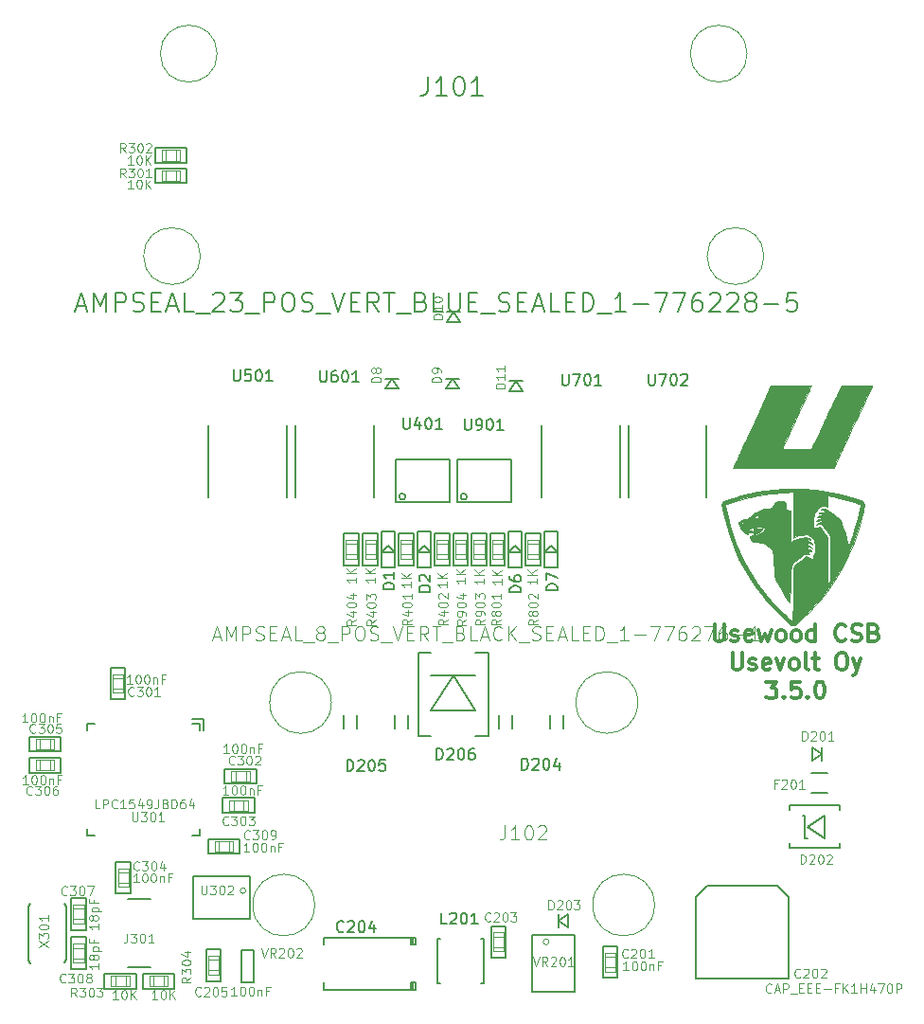
<source format=gto>
G04 #@! TF.GenerationSoftware,KiCad,Pcbnew,(5.0.0-rc2-dev-130-g0bdae22af-dirty)*
G04 #@! TF.CreationDate,2019-01-29T19:19:46+02:00*
G04 #@! TF.ProjectId,csb,6373622E6B696361645F706362000000,rev?*
G04 #@! TF.SameCoordinates,Original*
G04 #@! TF.FileFunction,Legend,Top*
G04 #@! TF.FilePolarity,Positive*
%FSLAX46Y46*%
G04 Gerber Fmt 4.6, Leading zero omitted, Abs format (unit mm)*
G04 Created by KiCad (PCBNEW (5.0.0-rc2-dev-130-g0bdae22af-dirty)) date Tue Jan 29 19:19:46 2019*
%MOMM*%
%LPD*%
G01*
G04 APERTURE LIST*
%ADD10C,0.300000*%
%ADD11C,0.198120*%
%ADD12C,0.010000*%
%ADD13C,0.100000*%
%ADD14C,0.200000*%
%ADD15C,0.099060*%
%ADD16C,0.203200*%
%ADD17C,0.101600*%
%ADD18C,0.127000*%
%ADD19C,0.076200*%
%ADD20C,0.150000*%
G04 APERTURE END LIST*
D10*
X191314285Y-105228571D02*
X191314285Y-106442857D01*
X191385714Y-106585714D01*
X191457142Y-106657142D01*
X191600000Y-106728571D01*
X191885714Y-106728571D01*
X192028571Y-106657142D01*
X192100000Y-106585714D01*
X192171428Y-106442857D01*
X192171428Y-105228571D01*
X192814285Y-106657142D02*
X192957142Y-106728571D01*
X193242857Y-106728571D01*
X193385714Y-106657142D01*
X193457142Y-106514285D01*
X193457142Y-106442857D01*
X193385714Y-106300000D01*
X193242857Y-106228571D01*
X193028571Y-106228571D01*
X192885714Y-106157142D01*
X192814285Y-106014285D01*
X192814285Y-105942857D01*
X192885714Y-105800000D01*
X193028571Y-105728571D01*
X193242857Y-105728571D01*
X193385714Y-105800000D01*
X194671428Y-106657142D02*
X194528571Y-106728571D01*
X194242857Y-106728571D01*
X194100000Y-106657142D01*
X194028571Y-106514285D01*
X194028571Y-105942857D01*
X194100000Y-105800000D01*
X194242857Y-105728571D01*
X194528571Y-105728571D01*
X194671428Y-105800000D01*
X194742857Y-105942857D01*
X194742857Y-106085714D01*
X194028571Y-106228571D01*
X195242857Y-105728571D02*
X195528571Y-106728571D01*
X195814285Y-106014285D01*
X196100000Y-106728571D01*
X196385714Y-105728571D01*
X197171428Y-106728571D02*
X197028571Y-106657142D01*
X196957142Y-106585714D01*
X196885714Y-106442857D01*
X196885714Y-106014285D01*
X196957142Y-105871428D01*
X197028571Y-105800000D01*
X197171428Y-105728571D01*
X197385714Y-105728571D01*
X197528571Y-105800000D01*
X197600000Y-105871428D01*
X197671428Y-106014285D01*
X197671428Y-106442857D01*
X197600000Y-106585714D01*
X197528571Y-106657142D01*
X197385714Y-106728571D01*
X197171428Y-106728571D01*
X198528571Y-106728571D02*
X198385714Y-106657142D01*
X198314285Y-106585714D01*
X198242857Y-106442857D01*
X198242857Y-106014285D01*
X198314285Y-105871428D01*
X198385714Y-105800000D01*
X198528571Y-105728571D01*
X198742857Y-105728571D01*
X198885714Y-105800000D01*
X198957142Y-105871428D01*
X199028571Y-106014285D01*
X199028571Y-106442857D01*
X198957142Y-106585714D01*
X198885714Y-106657142D01*
X198742857Y-106728571D01*
X198528571Y-106728571D01*
X200314285Y-106728571D02*
X200314285Y-105228571D01*
X200314285Y-106657142D02*
X200171428Y-106728571D01*
X199885714Y-106728571D01*
X199742857Y-106657142D01*
X199671428Y-106585714D01*
X199600000Y-106442857D01*
X199600000Y-106014285D01*
X199671428Y-105871428D01*
X199742857Y-105800000D01*
X199885714Y-105728571D01*
X200171428Y-105728571D01*
X200314285Y-105800000D01*
X203028571Y-106585714D02*
X202957142Y-106657142D01*
X202742857Y-106728571D01*
X202600000Y-106728571D01*
X202385714Y-106657142D01*
X202242857Y-106514285D01*
X202171428Y-106371428D01*
X202100000Y-106085714D01*
X202100000Y-105871428D01*
X202171428Y-105585714D01*
X202242857Y-105442857D01*
X202385714Y-105300000D01*
X202600000Y-105228571D01*
X202742857Y-105228571D01*
X202957142Y-105300000D01*
X203028571Y-105371428D01*
X203600000Y-106657142D02*
X203814285Y-106728571D01*
X204171428Y-106728571D01*
X204314285Y-106657142D01*
X204385714Y-106585714D01*
X204457142Y-106442857D01*
X204457142Y-106300000D01*
X204385714Y-106157142D01*
X204314285Y-106085714D01*
X204171428Y-106014285D01*
X203885714Y-105942857D01*
X203742857Y-105871428D01*
X203671428Y-105800000D01*
X203600000Y-105657142D01*
X203600000Y-105514285D01*
X203671428Y-105371428D01*
X203742857Y-105300000D01*
X203885714Y-105228571D01*
X204242857Y-105228571D01*
X204457142Y-105300000D01*
X205600000Y-105942857D02*
X205814285Y-106014285D01*
X205885714Y-106085714D01*
X205957142Y-106228571D01*
X205957142Y-106442857D01*
X205885714Y-106585714D01*
X205814285Y-106657142D01*
X205671428Y-106728571D01*
X205100000Y-106728571D01*
X205100000Y-105228571D01*
X205600000Y-105228571D01*
X205742857Y-105300000D01*
X205814285Y-105371428D01*
X205885714Y-105514285D01*
X205885714Y-105657142D01*
X205814285Y-105800000D01*
X205742857Y-105871428D01*
X205600000Y-105942857D01*
X205100000Y-105942857D01*
X192921428Y-107778571D02*
X192921428Y-108992857D01*
X192992857Y-109135714D01*
X193064285Y-109207142D01*
X193207142Y-109278571D01*
X193492857Y-109278571D01*
X193635714Y-109207142D01*
X193707142Y-109135714D01*
X193778571Y-108992857D01*
X193778571Y-107778571D01*
X194421428Y-109207142D02*
X194564285Y-109278571D01*
X194850000Y-109278571D01*
X194992857Y-109207142D01*
X195064285Y-109064285D01*
X195064285Y-108992857D01*
X194992857Y-108850000D01*
X194850000Y-108778571D01*
X194635714Y-108778571D01*
X194492857Y-108707142D01*
X194421428Y-108564285D01*
X194421428Y-108492857D01*
X194492857Y-108350000D01*
X194635714Y-108278571D01*
X194850000Y-108278571D01*
X194992857Y-108350000D01*
X196278571Y-109207142D02*
X196135714Y-109278571D01*
X195850000Y-109278571D01*
X195707142Y-109207142D01*
X195635714Y-109064285D01*
X195635714Y-108492857D01*
X195707142Y-108350000D01*
X195850000Y-108278571D01*
X196135714Y-108278571D01*
X196278571Y-108350000D01*
X196350000Y-108492857D01*
X196350000Y-108635714D01*
X195635714Y-108778571D01*
X196850000Y-108278571D02*
X197207142Y-109278571D01*
X197564285Y-108278571D01*
X198350000Y-109278571D02*
X198207142Y-109207142D01*
X198135714Y-109135714D01*
X198064285Y-108992857D01*
X198064285Y-108564285D01*
X198135714Y-108421428D01*
X198207142Y-108350000D01*
X198350000Y-108278571D01*
X198564285Y-108278571D01*
X198707142Y-108350000D01*
X198778571Y-108421428D01*
X198850000Y-108564285D01*
X198850000Y-108992857D01*
X198778571Y-109135714D01*
X198707142Y-109207142D01*
X198564285Y-109278571D01*
X198350000Y-109278571D01*
X199707142Y-109278571D02*
X199564285Y-109207142D01*
X199492857Y-109064285D01*
X199492857Y-107778571D01*
X200064285Y-108278571D02*
X200635714Y-108278571D01*
X200278571Y-107778571D02*
X200278571Y-109064285D01*
X200350000Y-109207142D01*
X200492857Y-109278571D01*
X200635714Y-109278571D01*
X202564285Y-107778571D02*
X202850000Y-107778571D01*
X202992857Y-107850000D01*
X203135714Y-107992857D01*
X203207142Y-108278571D01*
X203207142Y-108778571D01*
X203135714Y-109064285D01*
X202992857Y-109207142D01*
X202850000Y-109278571D01*
X202564285Y-109278571D01*
X202421428Y-109207142D01*
X202278571Y-109064285D01*
X202207142Y-108778571D01*
X202207142Y-108278571D01*
X202278571Y-107992857D01*
X202421428Y-107850000D01*
X202564285Y-107778571D01*
X203707142Y-108278571D02*
X204064285Y-109278571D01*
X204421428Y-108278571D02*
X204064285Y-109278571D01*
X203921428Y-109635714D01*
X203850000Y-109707142D01*
X203707142Y-109778571D01*
X195957142Y-110328571D02*
X196885714Y-110328571D01*
X196385714Y-110900000D01*
X196600000Y-110900000D01*
X196742857Y-110971428D01*
X196814285Y-111042857D01*
X196885714Y-111185714D01*
X196885714Y-111542857D01*
X196814285Y-111685714D01*
X196742857Y-111757142D01*
X196600000Y-111828571D01*
X196171428Y-111828571D01*
X196028571Y-111757142D01*
X195957142Y-111685714D01*
X197528571Y-111685714D02*
X197600000Y-111757142D01*
X197528571Y-111828571D01*
X197457142Y-111757142D01*
X197528571Y-111685714D01*
X197528571Y-111828571D01*
X198957142Y-110328571D02*
X198242857Y-110328571D01*
X198171428Y-111042857D01*
X198242857Y-110971428D01*
X198385714Y-110900000D01*
X198742857Y-110900000D01*
X198885714Y-110971428D01*
X198957142Y-111042857D01*
X199028571Y-111185714D01*
X199028571Y-111542857D01*
X198957142Y-111685714D01*
X198885714Y-111757142D01*
X198742857Y-111828571D01*
X198385714Y-111828571D01*
X198242857Y-111757142D01*
X198171428Y-111685714D01*
X199671428Y-111685714D02*
X199742857Y-111757142D01*
X199671428Y-111828571D01*
X199600000Y-111757142D01*
X199671428Y-111685714D01*
X199671428Y-111828571D01*
X200671428Y-110328571D02*
X200814285Y-110328571D01*
X200957142Y-110400000D01*
X201028571Y-110471428D01*
X201100000Y-110614285D01*
X201171428Y-110900000D01*
X201171428Y-111257142D01*
X201100000Y-111542857D01*
X201028571Y-111685714D01*
X200957142Y-111757142D01*
X200814285Y-111828571D01*
X200671428Y-111828571D01*
X200528571Y-111757142D01*
X200457142Y-111685714D01*
X200385714Y-111542857D01*
X200314285Y-111257142D01*
X200314285Y-110900000D01*
X200385714Y-110614285D01*
X200457142Y-110471428D01*
X200528571Y-110400000D01*
X200671428Y-110328571D01*
D11*
X150149580Y-137222800D02*
X150149580Y-134327200D01*
X150149580Y-134327200D02*
X149050420Y-134327200D01*
X150149580Y-137222800D02*
X149050420Y-137222800D01*
X149050420Y-137222800D02*
X149050420Y-134327200D01*
D12*
G36*
X197449322Y-94203067D02*
X197588807Y-94300100D01*
X197667031Y-94471241D01*
X197690400Y-94712050D01*
X197690400Y-94983999D01*
X198096800Y-95048985D01*
X198096800Y-96464892D01*
X198097630Y-96832316D01*
X198099975Y-97164280D01*
X198103615Y-97447901D01*
X198108330Y-97670298D01*
X198113899Y-97818589D01*
X198120103Y-97879891D01*
X198120972Y-97880799D01*
X198175706Y-97856671D01*
X198281115Y-97796846D01*
X198311472Y-97778400D01*
X198480316Y-97694194D01*
X198707499Y-97606594D01*
X198959140Y-97526018D01*
X199201355Y-97462884D01*
X199400262Y-97427610D01*
X199465394Y-97423600D01*
X199670036Y-97461654D01*
X199780272Y-97527639D01*
X199900200Y-97631679D01*
X199735100Y-97599803D01*
X199610699Y-97593696D01*
X199567758Y-97629799D01*
X199603471Y-97693561D01*
X199715031Y-97770429D01*
X199773435Y-97798602D01*
X199912986Y-97877313D01*
X200013771Y-97964585D01*
X200030871Y-97989260D01*
X200060939Y-98053203D01*
X200040667Y-98062937D01*
X199952138Y-98021483D01*
X199924451Y-98007206D01*
X199780290Y-97956070D01*
X199671098Y-97960138D01*
X199621569Y-98017618D01*
X199620800Y-98029222D01*
X199662249Y-98081900D01*
X199764216Y-98146839D01*
X199786370Y-98157801D01*
X199917399Y-98239466D01*
X200010961Y-98331182D01*
X200014853Y-98337107D01*
X200050099Y-98399497D01*
X200034405Y-98412048D01*
X199950658Y-98377098D01*
X199899573Y-98352870D01*
X199773820Y-98302178D01*
X199699145Y-98303631D01*
X199658391Y-98334698D01*
X199621796Y-98395699D01*
X199656350Y-98423933D01*
X199750865Y-98476576D01*
X199858279Y-98558870D01*
X199944665Y-98642108D01*
X199976400Y-98694694D01*
X199935745Y-98706152D01*
X199834756Y-98679213D01*
X199801317Y-98666061D01*
X199661845Y-98624940D01*
X199600168Y-98644900D01*
X199619061Y-98718503D01*
X199721301Y-98838313D01*
X199732883Y-98849406D01*
X199823206Y-98942837D01*
X199834027Y-98977875D01*
X199798600Y-98970485D01*
X199598594Y-98912018D01*
X199449163Y-98914057D01*
X199315432Y-98982142D01*
X199223054Y-99061907D01*
X199088567Y-99176537D01*
X198903789Y-99316729D01*
X198705120Y-99455066D01*
X198673551Y-99475798D01*
X198531593Y-99568559D01*
X198416455Y-99651143D01*
X198325152Y-99735012D01*
X198254700Y-99831633D01*
X198202113Y-99952468D01*
X198164406Y-100108982D01*
X198138594Y-100312640D01*
X198121692Y-100574905D01*
X198110715Y-100907243D01*
X198102677Y-101321117D01*
X198096800Y-101690800D01*
X198071400Y-103291000D01*
X197735140Y-102808400D01*
X197424021Y-102341922D01*
X197154700Y-101897524D01*
X196937410Y-101492906D01*
X196800418Y-101191387D01*
X196754446Y-101069860D01*
X196719353Y-100951074D01*
X196692779Y-100816850D01*
X196672363Y-100649010D01*
X196655744Y-100429374D01*
X196640562Y-100139765D01*
X196628900Y-99870587D01*
X196610605Y-99477749D01*
X196589644Y-99171366D01*
X196562158Y-98936300D01*
X196524289Y-98757412D01*
X196472178Y-98619564D01*
X196401966Y-98507617D01*
X196309795Y-98406435D01*
X196239213Y-98341840D01*
X195996590Y-98141180D01*
X195792218Y-98006649D01*
X195599233Y-97926386D01*
X195390771Y-97888527D01*
X195195151Y-97880799D01*
X194986748Y-97876917D01*
X194848541Y-97860275D01*
X194749262Y-97823380D01*
X194657645Y-97758742D01*
X194646297Y-97749284D01*
X194524136Y-97607924D01*
X194490000Y-97468614D01*
X194506621Y-97359077D01*
X194577257Y-97305750D01*
X194646766Y-97288106D01*
X194784659Y-97235197D01*
X194836862Y-97160785D01*
X194811987Y-97081177D01*
X194718645Y-97012679D01*
X194565448Y-96971599D01*
X194476867Y-96966400D01*
X194351287Y-96972689D01*
X194303877Y-97001071D01*
X194311511Y-97065815D01*
X194312200Y-97068000D01*
X194318400Y-97151482D01*
X194262213Y-97158284D01*
X194147545Y-97088714D01*
X194100197Y-97051245D01*
X193978979Y-96962224D01*
X193875564Y-96903527D01*
X193867990Y-96900551D01*
X193762480Y-96818801D01*
X193762116Y-96818256D01*
X194109000Y-96818256D01*
X194294336Y-96789394D01*
X194475710Y-96790603D01*
X194655732Y-96864465D01*
X194664805Y-96869764D01*
X194807373Y-96940990D01*
X194876672Y-96942593D01*
X194873723Y-96874259D01*
X194845600Y-96814000D01*
X194806693Y-96725340D01*
X194803384Y-96689595D01*
X194858570Y-96677914D01*
X194987244Y-96660776D01*
X195161704Y-96641864D01*
X195164111Y-96641627D01*
X195353112Y-96627059D01*
X195464463Y-96631503D01*
X195520799Y-96657651D01*
X195538094Y-96686128D01*
X195529629Y-96797223D01*
X195423444Y-96911026D01*
X195223209Y-97023673D01*
X195213900Y-97027832D01*
X195085408Y-97099395D01*
X195008111Y-97170611D01*
X194998000Y-97197377D01*
X195020327Y-97257423D01*
X195093574Y-97259804D01*
X195227137Y-97202154D01*
X195413136Y-97092957D01*
X195577094Y-96978296D01*
X195715290Y-96860399D01*
X195786566Y-96779689D01*
X195843203Y-96682866D01*
X195840326Y-96627738D01*
X195782410Y-96576931D01*
X195659425Y-96533042D01*
X195464114Y-96514356D01*
X195221939Y-96518513D01*
X194958362Y-96543151D01*
X194698845Y-96585909D01*
X194468852Y-96644426D01*
X194296788Y-96714705D01*
X194109000Y-96818256D01*
X193762116Y-96818256D01*
X193665181Y-96673446D01*
X193596482Y-96501748D01*
X193575789Y-96366501D01*
X193563579Y-96262038D01*
X193533873Y-96225357D01*
X193528310Y-96227630D01*
X193464130Y-96219538D01*
X193444001Y-96196959D01*
X193448879Y-96120283D01*
X193494411Y-96064024D01*
X193643320Y-96064024D01*
X193645502Y-96130886D01*
X193679046Y-96181225D01*
X193785143Y-96250333D01*
X193908444Y-96219550D01*
X193915205Y-96215359D01*
X193924968Y-96167377D01*
X193836480Y-96097409D01*
X193827441Y-96092152D01*
X193709893Y-96047555D01*
X193643320Y-96064024D01*
X193494411Y-96064024D01*
X193523649Y-96027898D01*
X193642801Y-95939044D01*
X193780827Y-95872961D01*
X193905573Y-95848800D01*
X194185033Y-95802250D01*
X194462966Y-95671874D01*
X194476933Y-95660553D01*
X194863468Y-95660553D01*
X194868911Y-95693020D01*
X194949017Y-95739962D01*
X195067871Y-95739798D01*
X195175823Y-95695502D01*
X195199353Y-95673225D01*
X195234538Y-95576885D01*
X195183448Y-95509130D01*
X195109301Y-95494815D01*
X195002253Y-95523479D01*
X194909450Y-95587678D01*
X194863468Y-95660553D01*
X194476933Y-95660553D01*
X194710089Y-95471580D01*
X194718600Y-95462649D01*
X194858112Y-95336794D01*
X194998914Y-95244142D01*
X195074200Y-95214326D01*
X195247728Y-95164826D01*
X195419014Y-95085098D01*
X195590313Y-94982152D01*
X195776447Y-94905421D01*
X196052036Y-94853403D01*
X196144933Y-94843502D01*
X196539041Y-94807400D01*
X196594020Y-94578800D01*
X196647730Y-94418646D01*
X196730684Y-94319151D01*
X196826800Y-94261378D01*
X196992950Y-94205235D01*
X197188512Y-94174467D01*
X197242212Y-94172478D01*
X197449322Y-94203067D01*
X197449322Y-94203067D01*
G37*
X197449322Y-94203067D02*
X197588807Y-94300100D01*
X197667031Y-94471241D01*
X197690400Y-94712050D01*
X197690400Y-94983999D01*
X198096800Y-95048985D01*
X198096800Y-96464892D01*
X198097630Y-96832316D01*
X198099975Y-97164280D01*
X198103615Y-97447901D01*
X198108330Y-97670298D01*
X198113899Y-97818589D01*
X198120103Y-97879891D01*
X198120972Y-97880799D01*
X198175706Y-97856671D01*
X198281115Y-97796846D01*
X198311472Y-97778400D01*
X198480316Y-97694194D01*
X198707499Y-97606594D01*
X198959140Y-97526018D01*
X199201355Y-97462884D01*
X199400262Y-97427610D01*
X199465394Y-97423600D01*
X199670036Y-97461654D01*
X199780272Y-97527639D01*
X199900200Y-97631679D01*
X199735100Y-97599803D01*
X199610699Y-97593696D01*
X199567758Y-97629799D01*
X199603471Y-97693561D01*
X199715031Y-97770429D01*
X199773435Y-97798602D01*
X199912986Y-97877313D01*
X200013771Y-97964585D01*
X200030871Y-97989260D01*
X200060939Y-98053203D01*
X200040667Y-98062937D01*
X199952138Y-98021483D01*
X199924451Y-98007206D01*
X199780290Y-97956070D01*
X199671098Y-97960138D01*
X199621569Y-98017618D01*
X199620800Y-98029222D01*
X199662249Y-98081900D01*
X199764216Y-98146839D01*
X199786370Y-98157801D01*
X199917399Y-98239466D01*
X200010961Y-98331182D01*
X200014853Y-98337107D01*
X200050099Y-98399497D01*
X200034405Y-98412048D01*
X199950658Y-98377098D01*
X199899573Y-98352870D01*
X199773820Y-98302178D01*
X199699145Y-98303631D01*
X199658391Y-98334698D01*
X199621796Y-98395699D01*
X199656350Y-98423933D01*
X199750865Y-98476576D01*
X199858279Y-98558870D01*
X199944665Y-98642108D01*
X199976400Y-98694694D01*
X199935745Y-98706152D01*
X199834756Y-98679213D01*
X199801317Y-98666061D01*
X199661845Y-98624940D01*
X199600168Y-98644900D01*
X199619061Y-98718503D01*
X199721301Y-98838313D01*
X199732883Y-98849406D01*
X199823206Y-98942837D01*
X199834027Y-98977875D01*
X199798600Y-98970485D01*
X199598594Y-98912018D01*
X199449163Y-98914057D01*
X199315432Y-98982142D01*
X199223054Y-99061907D01*
X199088567Y-99176537D01*
X198903789Y-99316729D01*
X198705120Y-99455066D01*
X198673551Y-99475798D01*
X198531593Y-99568559D01*
X198416455Y-99651143D01*
X198325152Y-99735012D01*
X198254700Y-99831633D01*
X198202113Y-99952468D01*
X198164406Y-100108982D01*
X198138594Y-100312640D01*
X198121692Y-100574905D01*
X198110715Y-100907243D01*
X198102677Y-101321117D01*
X198096800Y-101690800D01*
X198071400Y-103291000D01*
X197735140Y-102808400D01*
X197424021Y-102341922D01*
X197154700Y-101897524D01*
X196937410Y-101492906D01*
X196800418Y-101191387D01*
X196754446Y-101069860D01*
X196719353Y-100951074D01*
X196692779Y-100816850D01*
X196672363Y-100649010D01*
X196655744Y-100429374D01*
X196640562Y-100139765D01*
X196628900Y-99870587D01*
X196610605Y-99477749D01*
X196589644Y-99171366D01*
X196562158Y-98936300D01*
X196524289Y-98757412D01*
X196472178Y-98619564D01*
X196401966Y-98507617D01*
X196309795Y-98406435D01*
X196239213Y-98341840D01*
X195996590Y-98141180D01*
X195792218Y-98006649D01*
X195599233Y-97926386D01*
X195390771Y-97888527D01*
X195195151Y-97880799D01*
X194986748Y-97876917D01*
X194848541Y-97860275D01*
X194749262Y-97823380D01*
X194657645Y-97758742D01*
X194646297Y-97749284D01*
X194524136Y-97607924D01*
X194490000Y-97468614D01*
X194506621Y-97359077D01*
X194577257Y-97305750D01*
X194646766Y-97288106D01*
X194784659Y-97235197D01*
X194836862Y-97160785D01*
X194811987Y-97081177D01*
X194718645Y-97012679D01*
X194565448Y-96971599D01*
X194476867Y-96966400D01*
X194351287Y-96972689D01*
X194303877Y-97001071D01*
X194311511Y-97065815D01*
X194312200Y-97068000D01*
X194318400Y-97151482D01*
X194262213Y-97158284D01*
X194147545Y-97088714D01*
X194100197Y-97051245D01*
X193978979Y-96962224D01*
X193875564Y-96903527D01*
X193867990Y-96900551D01*
X193762480Y-96818801D01*
X193762116Y-96818256D01*
X194109000Y-96818256D01*
X194294336Y-96789394D01*
X194475710Y-96790603D01*
X194655732Y-96864465D01*
X194664805Y-96869764D01*
X194807373Y-96940990D01*
X194876672Y-96942593D01*
X194873723Y-96874259D01*
X194845600Y-96814000D01*
X194806693Y-96725340D01*
X194803384Y-96689595D01*
X194858570Y-96677914D01*
X194987244Y-96660776D01*
X195161704Y-96641864D01*
X195164111Y-96641627D01*
X195353112Y-96627059D01*
X195464463Y-96631503D01*
X195520799Y-96657651D01*
X195538094Y-96686128D01*
X195529629Y-96797223D01*
X195423444Y-96911026D01*
X195223209Y-97023673D01*
X195213900Y-97027832D01*
X195085408Y-97099395D01*
X195008111Y-97170611D01*
X194998000Y-97197377D01*
X195020327Y-97257423D01*
X195093574Y-97259804D01*
X195227137Y-97202154D01*
X195413136Y-97092957D01*
X195577094Y-96978296D01*
X195715290Y-96860399D01*
X195786566Y-96779689D01*
X195843203Y-96682866D01*
X195840326Y-96627738D01*
X195782410Y-96576931D01*
X195659425Y-96533042D01*
X195464114Y-96514356D01*
X195221939Y-96518513D01*
X194958362Y-96543151D01*
X194698845Y-96585909D01*
X194468852Y-96644426D01*
X194296788Y-96714705D01*
X194109000Y-96818256D01*
X193762116Y-96818256D01*
X193665181Y-96673446D01*
X193596482Y-96501748D01*
X193575789Y-96366501D01*
X193563579Y-96262038D01*
X193533873Y-96225357D01*
X193528310Y-96227630D01*
X193464130Y-96219538D01*
X193444001Y-96196959D01*
X193448879Y-96120283D01*
X193494411Y-96064024D01*
X193643320Y-96064024D01*
X193645502Y-96130886D01*
X193679046Y-96181225D01*
X193785143Y-96250333D01*
X193908444Y-96219550D01*
X193915205Y-96215359D01*
X193924968Y-96167377D01*
X193836480Y-96097409D01*
X193827441Y-96092152D01*
X193709893Y-96047555D01*
X193643320Y-96064024D01*
X193494411Y-96064024D01*
X193523649Y-96027898D01*
X193642801Y-95939044D01*
X193780827Y-95872961D01*
X193905573Y-95848800D01*
X194185033Y-95802250D01*
X194462966Y-95671874D01*
X194476933Y-95660553D01*
X194863468Y-95660553D01*
X194868911Y-95693020D01*
X194949017Y-95739962D01*
X195067871Y-95739798D01*
X195175823Y-95695502D01*
X195199353Y-95673225D01*
X195234538Y-95576885D01*
X195183448Y-95509130D01*
X195109301Y-95494815D01*
X195002253Y-95523479D01*
X194909450Y-95587678D01*
X194863468Y-95660553D01*
X194476933Y-95660553D01*
X194710089Y-95471580D01*
X194718600Y-95462649D01*
X194858112Y-95336794D01*
X194998914Y-95244142D01*
X195074200Y-95214326D01*
X195247728Y-95164826D01*
X195419014Y-95085098D01*
X195590313Y-94982152D01*
X195776447Y-94905421D01*
X196052036Y-94853403D01*
X196144933Y-94843502D01*
X196539041Y-94807400D01*
X196594020Y-94578800D01*
X196647730Y-94418646D01*
X196730684Y-94319151D01*
X196826800Y-94261378D01*
X196992950Y-94205235D01*
X197188512Y-94174467D01*
X197242212Y-94172478D01*
X197449322Y-94203067D01*
G36*
X199345004Y-93107593D02*
X200320670Y-93198682D01*
X201311336Y-93343565D01*
X202295370Y-93539254D01*
X203251138Y-93782762D01*
X203881610Y-93976696D01*
X204127510Y-94063261D01*
X204345063Y-94149208D01*
X204512114Y-94225144D01*
X204606506Y-94281673D01*
X204611288Y-94286088D01*
X204659259Y-94353963D01*
X204684326Y-94448889D01*
X204685565Y-94585153D01*
X204662048Y-94777044D01*
X204612851Y-95038852D01*
X204541288Y-95366200D01*
X204193508Y-96675123D01*
X203753958Y-97945830D01*
X203225132Y-99173758D01*
X202609525Y-100354348D01*
X201909632Y-101483036D01*
X201127949Y-102555264D01*
X200266969Y-103566468D01*
X199774108Y-104081368D01*
X199386709Y-104463752D01*
X199061680Y-104770893D01*
X198796010Y-105005321D01*
X198586688Y-105169563D01*
X198430704Y-105266147D01*
X198325400Y-105297600D01*
X198221740Y-105264163D01*
X198068185Y-105172787D01*
X197887184Y-105036868D01*
X197883537Y-105033868D01*
X197448843Y-104651347D01*
X196982846Y-104197523D01*
X196501883Y-103690833D01*
X196022290Y-103149713D01*
X195560401Y-102592600D01*
X195132554Y-102037931D01*
X194755083Y-101504141D01*
X194752233Y-101499888D01*
X194077708Y-100421941D01*
X193496622Y-99337207D01*
X193001363Y-98228334D01*
X192584322Y-97077968D01*
X192237888Y-95868755D01*
X192180803Y-95636689D01*
X192090281Y-95252058D01*
X192024994Y-94952835D01*
X191983640Y-94726355D01*
X191965779Y-94567599D01*
X192279069Y-94567599D01*
X192283176Y-94618767D01*
X192488537Y-95543043D01*
X192710371Y-96388508D01*
X192956124Y-97177551D01*
X193233240Y-97932559D01*
X193549164Y-98675922D01*
X193827271Y-99261971D01*
X194468507Y-100443887D01*
X195195820Y-101571880D01*
X196008826Y-102645379D01*
X196533523Y-103258529D01*
X196733241Y-103475563D01*
X196957301Y-103708717D01*
X197194595Y-103947533D01*
X197434014Y-104181556D01*
X197664452Y-104400326D01*
X197874801Y-104593386D01*
X198053951Y-104750280D01*
X198190796Y-104860549D01*
X198274227Y-104913737D01*
X198293124Y-104915079D01*
X198300155Y-104859291D01*
X198307722Y-104711987D01*
X198315586Y-104483248D01*
X198323506Y-104183153D01*
X198331244Y-103821783D01*
X198338559Y-103409219D01*
X198345214Y-102955542D01*
X198350800Y-102486737D01*
X198357994Y-101880782D01*
X198365813Y-101370472D01*
X198374466Y-100949850D01*
X198384162Y-100612961D01*
X198395110Y-100353851D01*
X198407518Y-100166564D01*
X198421597Y-100045145D01*
X198437555Y-99983638D01*
X198438718Y-99981473D01*
X198511252Y-99901669D01*
X198644274Y-99792859D01*
X198810469Y-99677162D01*
X198829311Y-99665149D01*
X199020890Y-99537888D01*
X199205518Y-99404868D01*
X199340834Y-99296882D01*
X199524281Y-99135813D01*
X199770507Y-99251138D01*
X199951482Y-99321610D01*
X200063946Y-99326542D01*
X200118814Y-99263749D01*
X200128800Y-99179422D01*
X200159917Y-99058794D01*
X200205000Y-98998400D01*
X200263012Y-98902180D01*
X200281200Y-98799139D01*
X200299585Y-98677721D01*
X200333887Y-98610432D01*
X200359812Y-98513639D01*
X200337597Y-98428922D01*
X200315696Y-98299217D01*
X200339184Y-98249535D01*
X200356643Y-98160652D01*
X200310074Y-98008281D01*
X200258019Y-97855605D01*
X200231327Y-97722407D01*
X200230400Y-97702707D01*
X200187761Y-97585387D01*
X200077346Y-97452280D01*
X199925402Y-97326092D01*
X199758179Y-97229530D01*
X199637787Y-97190070D01*
X199436194Y-97181564D01*
X199173860Y-97212990D01*
X198881033Y-97279072D01*
X198594510Y-97372036D01*
X198350800Y-97464638D01*
X198350800Y-96390802D01*
X200109654Y-96390802D01*
X200109889Y-96483740D01*
X200188670Y-96536118D01*
X200351864Y-96549773D01*
X200561124Y-96532336D01*
X200736017Y-96519211D01*
X200828193Y-96532590D01*
X200840000Y-96548807D01*
X200867979Y-96610122D01*
X200943059Y-96732178D01*
X201051949Y-96894014D01*
X201119400Y-96989548D01*
X201398800Y-97378973D01*
X201400405Y-99496786D01*
X201402010Y-101614600D01*
X201652800Y-101329534D01*
X201652800Y-97328325D01*
X201315913Y-96829862D01*
X201177140Y-96630035D01*
X201052411Y-96460445D01*
X200955885Y-96339715D01*
X200903510Y-96287416D01*
X200807497Y-96265814D01*
X200661888Y-96266407D01*
X200618097Y-96271068D01*
X200408200Y-96298704D01*
X200528127Y-96200752D01*
X200655795Y-96128667D01*
X200769427Y-96102800D01*
X200866119Y-96076621D01*
X200890800Y-96001200D01*
X200852352Y-95918932D01*
X200740188Y-95901942D01*
X200563907Y-95949142D01*
X200470044Y-95972029D01*
X200433600Y-95957142D01*
X200475841Y-95910418D01*
X200581710Y-95844608D01*
X200719921Y-95776879D01*
X200855919Y-95725396D01*
X200928591Y-95684745D01*
X200918360Y-95643924D01*
X200843304Y-95613980D01*
X200721500Y-95605960D01*
X200668313Y-95610747D01*
X200459000Y-95638304D01*
X200578927Y-95540352D01*
X200718854Y-95467365D01*
X200849861Y-95442400D01*
X200958514Y-95425613D01*
X200982464Y-95385654D01*
X200930919Y-95338125D01*
X200813086Y-95298628D01*
X200759829Y-95289836D01*
X200651605Y-95265586D01*
X200633128Y-95237216D01*
X200693071Y-95210906D01*
X200820104Y-95192837D01*
X200945754Y-95188400D01*
X201090207Y-95173243D01*
X201144098Y-95126197D01*
X201144800Y-95117635D01*
X201098533Y-95037957D01*
X200971595Y-94992078D01*
X200873945Y-94984422D01*
X200802159Y-94976324D01*
X200823230Y-94945682D01*
X200840000Y-94934400D01*
X200996790Y-94887482D01*
X201207474Y-94917267D01*
X201477099Y-95024567D01*
X201513616Y-95042671D01*
X201747145Y-95177166D01*
X201991203Y-95345561D01*
X202223915Y-95529859D01*
X202423408Y-95712062D01*
X202567807Y-95874175D01*
X202616928Y-95950400D01*
X202663187Y-96062652D01*
X202728265Y-96250184D01*
X202804711Y-96490130D01*
X202885068Y-96759624D01*
X202915017Y-96864800D01*
X202996630Y-97150669D01*
X203077791Y-97426722D01*
X203150517Y-97666337D01*
X203206820Y-97842888D01*
X203219743Y-97880800D01*
X203317584Y-98160200D01*
X203428793Y-97906200D01*
X203552671Y-97596030D01*
X203688360Y-97209603D01*
X203828934Y-96770518D01*
X203967467Y-96302373D01*
X204097032Y-95828769D01*
X204210703Y-95373305D01*
X204301554Y-94959580D01*
X204317443Y-94878331D01*
X204350450Y-94674323D01*
X204354577Y-94549952D01*
X204330224Y-94487564D01*
X204326380Y-94484169D01*
X204230895Y-94434389D01*
X204053330Y-94366589D01*
X203810638Y-94285441D01*
X203519771Y-94195619D01*
X203197685Y-94101794D01*
X202861330Y-94008639D01*
X202527662Y-93920826D01*
X202213632Y-93843028D01*
X201936195Y-93779918D01*
X201712303Y-93736167D01*
X201558909Y-93716449D01*
X201538500Y-93715802D01*
X201398800Y-93715200D01*
X201398800Y-94678456D01*
X201182900Y-94650760D01*
X200982673Y-94659535D01*
X200773182Y-94722746D01*
X200589441Y-94824938D01*
X200466469Y-94950658D01*
X200454662Y-94972150D01*
X200374426Y-95102765D01*
X200308628Y-95186158D01*
X200248994Y-95295744D01*
X200250515Y-95370746D01*
X200248873Y-95478527D01*
X200222256Y-95528412D01*
X200189907Y-95614637D01*
X200165009Y-95768040D01*
X200153557Y-95941073D01*
X200144126Y-96133795D01*
X200127496Y-96298738D01*
X200109654Y-96390802D01*
X198350800Y-96390802D01*
X198350800Y-93394493D01*
X197576100Y-93427055D01*
X196370863Y-93516195D01*
X195209423Y-93682943D01*
X194064642Y-93932167D01*
X192940600Y-94258570D01*
X192669674Y-94348221D01*
X192482051Y-94416282D01*
X192363739Y-94470421D01*
X192300742Y-94518304D01*
X192279069Y-94567599D01*
X191965779Y-94567599D01*
X191964918Y-94559952D01*
X191967527Y-94440961D01*
X191990167Y-94356717D01*
X192031537Y-94294553D01*
X192041843Y-94283756D01*
X192144465Y-94218291D01*
X192331888Y-94135562D01*
X192589635Y-94039884D01*
X192903224Y-93935574D01*
X193258178Y-93826948D01*
X193640015Y-93718321D01*
X194034258Y-93614010D01*
X194426425Y-93518331D01*
X194802039Y-93435600D01*
X195048800Y-93387441D01*
X195818177Y-93265758D01*
X196664281Y-93168371D01*
X197525208Y-93098749D01*
X198405973Y-93073286D01*
X199345004Y-93107593D01*
X199345004Y-93107593D01*
G37*
X199345004Y-93107593D02*
X200320670Y-93198682D01*
X201311336Y-93343565D01*
X202295370Y-93539254D01*
X203251138Y-93782762D01*
X203881610Y-93976696D01*
X204127510Y-94063261D01*
X204345063Y-94149208D01*
X204512114Y-94225144D01*
X204606506Y-94281673D01*
X204611288Y-94286088D01*
X204659259Y-94353963D01*
X204684326Y-94448889D01*
X204685565Y-94585153D01*
X204662048Y-94777044D01*
X204612851Y-95038852D01*
X204541288Y-95366200D01*
X204193508Y-96675123D01*
X203753958Y-97945830D01*
X203225132Y-99173758D01*
X202609525Y-100354348D01*
X201909632Y-101483036D01*
X201127949Y-102555264D01*
X200266969Y-103566468D01*
X199774108Y-104081368D01*
X199386709Y-104463752D01*
X199061680Y-104770893D01*
X198796010Y-105005321D01*
X198586688Y-105169563D01*
X198430704Y-105266147D01*
X198325400Y-105297600D01*
X198221740Y-105264163D01*
X198068185Y-105172787D01*
X197887184Y-105036868D01*
X197883537Y-105033868D01*
X197448843Y-104651347D01*
X196982846Y-104197523D01*
X196501883Y-103690833D01*
X196022290Y-103149713D01*
X195560401Y-102592600D01*
X195132554Y-102037931D01*
X194755083Y-101504141D01*
X194752233Y-101499888D01*
X194077708Y-100421941D01*
X193496622Y-99337207D01*
X193001363Y-98228334D01*
X192584322Y-97077968D01*
X192237888Y-95868755D01*
X192180803Y-95636689D01*
X192090281Y-95252058D01*
X192024994Y-94952835D01*
X191983640Y-94726355D01*
X191965779Y-94567599D01*
X192279069Y-94567599D01*
X192283176Y-94618767D01*
X192488537Y-95543043D01*
X192710371Y-96388508D01*
X192956124Y-97177551D01*
X193233240Y-97932559D01*
X193549164Y-98675922D01*
X193827271Y-99261971D01*
X194468507Y-100443887D01*
X195195820Y-101571880D01*
X196008826Y-102645379D01*
X196533523Y-103258529D01*
X196733241Y-103475563D01*
X196957301Y-103708717D01*
X197194595Y-103947533D01*
X197434014Y-104181556D01*
X197664452Y-104400326D01*
X197874801Y-104593386D01*
X198053951Y-104750280D01*
X198190796Y-104860549D01*
X198274227Y-104913737D01*
X198293124Y-104915079D01*
X198300155Y-104859291D01*
X198307722Y-104711987D01*
X198315586Y-104483248D01*
X198323506Y-104183153D01*
X198331244Y-103821783D01*
X198338559Y-103409219D01*
X198345214Y-102955542D01*
X198350800Y-102486737D01*
X198357994Y-101880782D01*
X198365813Y-101370472D01*
X198374466Y-100949850D01*
X198384162Y-100612961D01*
X198395110Y-100353851D01*
X198407518Y-100166564D01*
X198421597Y-100045145D01*
X198437555Y-99983638D01*
X198438718Y-99981473D01*
X198511252Y-99901669D01*
X198644274Y-99792859D01*
X198810469Y-99677162D01*
X198829311Y-99665149D01*
X199020890Y-99537888D01*
X199205518Y-99404868D01*
X199340834Y-99296882D01*
X199524281Y-99135813D01*
X199770507Y-99251138D01*
X199951482Y-99321610D01*
X200063946Y-99326542D01*
X200118814Y-99263749D01*
X200128800Y-99179422D01*
X200159917Y-99058794D01*
X200205000Y-98998400D01*
X200263012Y-98902180D01*
X200281200Y-98799139D01*
X200299585Y-98677721D01*
X200333887Y-98610432D01*
X200359812Y-98513639D01*
X200337597Y-98428922D01*
X200315696Y-98299217D01*
X200339184Y-98249535D01*
X200356643Y-98160652D01*
X200310074Y-98008281D01*
X200258019Y-97855605D01*
X200231327Y-97722407D01*
X200230400Y-97702707D01*
X200187761Y-97585387D01*
X200077346Y-97452280D01*
X199925402Y-97326092D01*
X199758179Y-97229530D01*
X199637787Y-97190070D01*
X199436194Y-97181564D01*
X199173860Y-97212990D01*
X198881033Y-97279072D01*
X198594510Y-97372036D01*
X198350800Y-97464638D01*
X198350800Y-96390802D01*
X200109654Y-96390802D01*
X200109889Y-96483740D01*
X200188670Y-96536118D01*
X200351864Y-96549773D01*
X200561124Y-96532336D01*
X200736017Y-96519211D01*
X200828193Y-96532590D01*
X200840000Y-96548807D01*
X200867979Y-96610122D01*
X200943059Y-96732178D01*
X201051949Y-96894014D01*
X201119400Y-96989548D01*
X201398800Y-97378973D01*
X201400405Y-99496786D01*
X201402010Y-101614600D01*
X201652800Y-101329534D01*
X201652800Y-97328325D01*
X201315913Y-96829862D01*
X201177140Y-96630035D01*
X201052411Y-96460445D01*
X200955885Y-96339715D01*
X200903510Y-96287416D01*
X200807497Y-96265814D01*
X200661888Y-96266407D01*
X200618097Y-96271068D01*
X200408200Y-96298704D01*
X200528127Y-96200752D01*
X200655795Y-96128667D01*
X200769427Y-96102800D01*
X200866119Y-96076621D01*
X200890800Y-96001200D01*
X200852352Y-95918932D01*
X200740188Y-95901942D01*
X200563907Y-95949142D01*
X200470044Y-95972029D01*
X200433600Y-95957142D01*
X200475841Y-95910418D01*
X200581710Y-95844608D01*
X200719921Y-95776879D01*
X200855919Y-95725396D01*
X200928591Y-95684745D01*
X200918360Y-95643924D01*
X200843304Y-95613980D01*
X200721500Y-95605960D01*
X200668313Y-95610747D01*
X200459000Y-95638304D01*
X200578927Y-95540352D01*
X200718854Y-95467365D01*
X200849861Y-95442400D01*
X200958514Y-95425613D01*
X200982464Y-95385654D01*
X200930919Y-95338125D01*
X200813086Y-95298628D01*
X200759829Y-95289836D01*
X200651605Y-95265586D01*
X200633128Y-95237216D01*
X200693071Y-95210906D01*
X200820104Y-95192837D01*
X200945754Y-95188400D01*
X201090207Y-95173243D01*
X201144098Y-95126197D01*
X201144800Y-95117635D01*
X201098533Y-95037957D01*
X200971595Y-94992078D01*
X200873945Y-94984422D01*
X200802159Y-94976324D01*
X200823230Y-94945682D01*
X200840000Y-94934400D01*
X200996790Y-94887482D01*
X201207474Y-94917267D01*
X201477099Y-95024567D01*
X201513616Y-95042671D01*
X201747145Y-95177166D01*
X201991203Y-95345561D01*
X202223915Y-95529859D01*
X202423408Y-95712062D01*
X202567807Y-95874175D01*
X202616928Y-95950400D01*
X202663187Y-96062652D01*
X202728265Y-96250184D01*
X202804711Y-96490130D01*
X202885068Y-96759624D01*
X202915017Y-96864800D01*
X202996630Y-97150669D01*
X203077791Y-97426722D01*
X203150517Y-97666337D01*
X203206820Y-97842888D01*
X203219743Y-97880800D01*
X203317584Y-98160200D01*
X203428793Y-97906200D01*
X203552671Y-97596030D01*
X203688360Y-97209603D01*
X203828934Y-96770518D01*
X203967467Y-96302373D01*
X204097032Y-95828769D01*
X204210703Y-95373305D01*
X204301554Y-94959580D01*
X204317443Y-94878331D01*
X204350450Y-94674323D01*
X204354577Y-94549952D01*
X204330224Y-94487564D01*
X204326380Y-94484169D01*
X204230895Y-94434389D01*
X204053330Y-94366589D01*
X203810638Y-94285441D01*
X203519771Y-94195619D01*
X203197685Y-94101794D01*
X202861330Y-94008639D01*
X202527662Y-93920826D01*
X202213632Y-93843028D01*
X201936195Y-93779918D01*
X201712303Y-93736167D01*
X201558909Y-93716449D01*
X201538500Y-93715802D01*
X201398800Y-93715200D01*
X201398800Y-94678456D01*
X201182900Y-94650760D01*
X200982673Y-94659535D01*
X200773182Y-94722746D01*
X200589441Y-94824938D01*
X200466469Y-94950658D01*
X200454662Y-94972150D01*
X200374426Y-95102765D01*
X200308628Y-95186158D01*
X200248994Y-95295744D01*
X200250515Y-95370746D01*
X200248873Y-95478527D01*
X200222256Y-95528412D01*
X200189907Y-95614637D01*
X200165009Y-95768040D01*
X200153557Y-95941073D01*
X200144126Y-96133795D01*
X200127496Y-96298738D01*
X200109654Y-96390802D01*
X198350800Y-96390802D01*
X198350800Y-93394493D01*
X197576100Y-93427055D01*
X196370863Y-93516195D01*
X195209423Y-93682943D01*
X194064642Y-93932167D01*
X192940600Y-94258570D01*
X192669674Y-94348221D01*
X192482051Y-94416282D01*
X192363739Y-94470421D01*
X192300742Y-94518304D01*
X192279069Y-94567599D01*
X191965779Y-94567599D01*
X191964918Y-94559952D01*
X191967527Y-94440961D01*
X191990167Y-94356717D01*
X192031537Y-94294553D01*
X192041843Y-94283756D01*
X192144465Y-94218291D01*
X192331888Y-94135562D01*
X192589635Y-94039884D01*
X192903224Y-93935574D01*
X193258178Y-93826948D01*
X193640015Y-93718321D01*
X194034258Y-93614010D01*
X194426425Y-93518331D01*
X194802039Y-93435600D01*
X195048800Y-93387441D01*
X195818177Y-93265758D01*
X196664281Y-93168371D01*
X197525208Y-93098749D01*
X198405973Y-93073286D01*
X199345004Y-93107593D01*
G36*
X204393339Y-83892237D02*
X204718072Y-83894036D01*
X204993984Y-83896824D01*
X205207953Y-83900428D01*
X205346857Y-83904677D01*
X205397575Y-83909398D01*
X205397599Y-83909507D01*
X205377321Y-83959800D01*
X205322221Y-84082986D01*
X205240905Y-84260106D01*
X205149766Y-84455607D01*
X204988743Y-84798504D01*
X204806057Y-85187048D01*
X204606704Y-85610652D01*
X204395680Y-86058728D01*
X204177981Y-86520689D01*
X203958605Y-86985946D01*
X203742547Y-87443913D01*
X203534804Y-87884001D01*
X203340373Y-88295624D01*
X203164248Y-88668193D01*
X203011428Y-88991122D01*
X202886908Y-89253821D01*
X202795684Y-89445705D01*
X202742941Y-89555800D01*
X202656327Y-89738576D01*
X202542679Y-89984204D01*
X202415831Y-90262513D01*
X202289613Y-90543335D01*
X202271283Y-90584500D01*
X201971985Y-91257600D01*
X192995553Y-91257600D01*
X193029919Y-91149322D01*
X193061378Y-91071188D01*
X193128845Y-90917101D01*
X193225117Y-90703059D01*
X193342988Y-90445061D01*
X193475255Y-90159104D01*
X193493172Y-90120622D01*
X193597132Y-89897243D01*
X193738053Y-89594029D01*
X193910200Y-89223337D01*
X194107841Y-88797526D01*
X194325240Y-88328953D01*
X194556663Y-87829977D01*
X194796377Y-87312956D01*
X195038646Y-86790247D01*
X195151330Y-86547063D01*
X196380600Y-83893927D01*
X198168489Y-83892763D01*
X199956379Y-83891600D01*
X199834005Y-84158300D01*
X199789767Y-84254145D01*
X199707103Y-84432679D01*
X199590396Y-84684453D01*
X199444031Y-85000015D01*
X199272392Y-85369916D01*
X199079866Y-85784704D01*
X198870835Y-86234931D01*
X198649685Y-86711145D01*
X198519978Y-86990400D01*
X197328324Y-89555800D01*
X198629046Y-89569376D01*
X198982968Y-89571592D01*
X199303111Y-89570772D01*
X199575526Y-89567182D01*
X199786264Y-89561086D01*
X199921379Y-89552750D01*
X199966473Y-89543976D01*
X199994752Y-89491667D01*
X200062021Y-89356298D01*
X200164019Y-89146744D01*
X200296487Y-88871880D01*
X200455165Y-88540580D01*
X200635793Y-88161721D01*
X200834111Y-87744175D01*
X201045859Y-87296820D01*
X201094618Y-87193600D01*
X201317620Y-86721642D01*
X201535182Y-86261783D01*
X201741923Y-85825353D01*
X201932462Y-85423684D01*
X202101421Y-85068109D01*
X202243419Y-84769959D01*
X202353076Y-84540566D01*
X202425012Y-84391262D01*
X202427134Y-84386900D01*
X202668212Y-83891600D01*
X204032906Y-83891600D01*
X204393339Y-83892237D01*
X204393339Y-83892237D01*
G37*
X204393339Y-83892237D02*
X204718072Y-83894036D01*
X204993984Y-83896824D01*
X205207953Y-83900428D01*
X205346857Y-83904677D01*
X205397575Y-83909398D01*
X205397599Y-83909507D01*
X205377321Y-83959800D01*
X205322221Y-84082986D01*
X205240905Y-84260106D01*
X205149766Y-84455607D01*
X204988743Y-84798504D01*
X204806057Y-85187048D01*
X204606704Y-85610652D01*
X204395680Y-86058728D01*
X204177981Y-86520689D01*
X203958605Y-86985946D01*
X203742547Y-87443913D01*
X203534804Y-87884001D01*
X203340373Y-88295624D01*
X203164248Y-88668193D01*
X203011428Y-88991122D01*
X202886908Y-89253821D01*
X202795684Y-89445705D01*
X202742941Y-89555800D01*
X202656327Y-89738576D01*
X202542679Y-89984204D01*
X202415831Y-90262513D01*
X202289613Y-90543335D01*
X202271283Y-90584500D01*
X201971985Y-91257600D01*
X192995553Y-91257600D01*
X193029919Y-91149322D01*
X193061378Y-91071188D01*
X193128845Y-90917101D01*
X193225117Y-90703059D01*
X193342988Y-90445061D01*
X193475255Y-90159104D01*
X193493172Y-90120622D01*
X193597132Y-89897243D01*
X193738053Y-89594029D01*
X193910200Y-89223337D01*
X194107841Y-88797526D01*
X194325240Y-88328953D01*
X194556663Y-87829977D01*
X194796377Y-87312956D01*
X195038646Y-86790247D01*
X195151330Y-86547063D01*
X196380600Y-83893927D01*
X198168489Y-83892763D01*
X199956379Y-83891600D01*
X199834005Y-84158300D01*
X199789767Y-84254145D01*
X199707103Y-84432679D01*
X199590396Y-84684453D01*
X199444031Y-85000015D01*
X199272392Y-85369916D01*
X199079866Y-85784704D01*
X198870835Y-86234931D01*
X198649685Y-86711145D01*
X198519978Y-86990400D01*
X197328324Y-89555800D01*
X198629046Y-89569376D01*
X198982968Y-89571592D01*
X199303111Y-89570772D01*
X199575526Y-89567182D01*
X199786264Y-89561086D01*
X199921379Y-89552750D01*
X199966473Y-89543976D01*
X199994752Y-89491667D01*
X200062021Y-89356298D01*
X200164019Y-89146744D01*
X200296487Y-88871880D01*
X200455165Y-88540580D01*
X200635793Y-88161721D01*
X200834111Y-87744175D01*
X201045859Y-87296820D01*
X201094618Y-87193600D01*
X201317620Y-86721642D01*
X201535182Y-86261783D01*
X201741923Y-85825353D01*
X201932462Y-85423684D01*
X202101421Y-85068109D01*
X202243419Y-84769959D01*
X202353076Y-84540566D01*
X202425012Y-84391262D01*
X202427134Y-84386900D01*
X202668212Y-83891600D01*
X204032906Y-83891600D01*
X204393339Y-83892237D01*
D13*
X182482600Y-134561800D02*
X181517400Y-134561800D01*
X182482600Y-135857200D02*
X182482600Y-134942800D01*
X181517400Y-136238200D02*
X182482600Y-136238200D01*
X181517400Y-134942800D02*
X181517400Y-135857200D01*
X182482600Y-136238200D02*
X182482600Y-135857200D01*
X181517400Y-135857200D02*
X181517400Y-136238200D01*
X182482600Y-135857200D02*
X181517400Y-135857200D01*
X181517400Y-134561800D02*
X181517400Y-134942800D01*
X182482600Y-134942800D02*
X182482600Y-134561800D01*
X181517400Y-134942800D02*
X182482600Y-134942800D01*
D14*
X182660400Y-136822400D02*
X182660400Y-133977600D01*
X182660400Y-133977600D02*
X181339600Y-133977600D01*
X181339600Y-133977600D02*
X181339600Y-136822400D01*
X181339600Y-136822400D02*
X182660400Y-136822400D01*
X172660400Y-132177600D02*
X171339600Y-132177600D01*
X172660400Y-135022400D02*
X172660400Y-132177600D01*
X171339600Y-135022400D02*
X172660400Y-135022400D01*
X171339600Y-132177600D02*
X171339600Y-135022400D01*
D13*
X172482600Y-134057200D02*
X171517400Y-134057200D01*
X171517400Y-134057200D02*
X171517400Y-134438200D01*
X172482600Y-134438200D02*
X172482600Y-134057200D01*
X171517400Y-133142800D02*
X172482600Y-133142800D01*
X172482600Y-133142800D02*
X172482600Y-132761800D01*
X171517400Y-132761800D02*
X171517400Y-133142800D01*
X172482600Y-134057200D02*
X172482600Y-133142800D01*
X172482600Y-132761800D02*
X171517400Y-132761800D01*
X171517400Y-133142800D02*
X171517400Y-134057200D01*
X171517400Y-134438200D02*
X172482600Y-134438200D01*
D14*
X147160400Y-134252600D02*
X145839600Y-134252600D01*
X147160400Y-137097400D02*
X147160400Y-134252600D01*
X145839600Y-137097400D02*
X147160400Y-137097400D01*
X145839600Y-134252600D02*
X145839600Y-137097400D01*
D13*
X146982600Y-136132200D02*
X146017400Y-136132200D01*
X146017400Y-136132200D02*
X146017400Y-136513200D01*
X146982600Y-136513200D02*
X146982600Y-136132200D01*
X146017400Y-135217800D02*
X146982600Y-135217800D01*
X146982600Y-135217800D02*
X146982600Y-134836800D01*
X146017400Y-134836800D02*
X146017400Y-135217800D01*
X146982600Y-136132200D02*
X146982600Y-135217800D01*
X146982600Y-134836800D02*
X146017400Y-134836800D01*
X146017400Y-135217800D02*
X146017400Y-136132200D01*
X146017400Y-136513200D02*
X146982600Y-136513200D01*
D14*
X138610400Y-109077600D02*
X137289600Y-109077600D01*
X138610400Y-111922400D02*
X138610400Y-109077600D01*
X137289600Y-111922400D02*
X138610400Y-111922400D01*
X137289600Y-109077600D02*
X137289600Y-111922400D01*
D13*
X138432600Y-110957200D02*
X137467400Y-110957200D01*
X137467400Y-110957200D02*
X137467400Y-111338200D01*
X138432600Y-111338200D02*
X138432600Y-110957200D01*
X137467400Y-110042800D02*
X138432600Y-110042800D01*
X138432600Y-110042800D02*
X138432600Y-109661800D01*
X137467400Y-109661800D02*
X137467400Y-110042800D01*
X138432600Y-110957200D02*
X138432600Y-110042800D01*
X138432600Y-109661800D02*
X137467400Y-109661800D01*
X137467400Y-110042800D02*
X137467400Y-110957200D01*
X137467400Y-111338200D02*
X138432600Y-111338200D01*
X147911800Y-120917400D02*
X147911800Y-121882600D01*
X149207200Y-120917400D02*
X148292800Y-120917400D01*
X149588200Y-121882600D02*
X149588200Y-120917400D01*
X148292800Y-121882600D02*
X149207200Y-121882600D01*
X149588200Y-120917400D02*
X149207200Y-120917400D01*
X149207200Y-121882600D02*
X149588200Y-121882600D01*
X149207200Y-120917400D02*
X149207200Y-121882600D01*
X147911800Y-121882600D02*
X148292800Y-121882600D01*
X148292800Y-120917400D02*
X147911800Y-120917400D01*
X148292800Y-121882600D02*
X148292800Y-120917400D01*
D14*
X150172400Y-120739600D02*
X147327600Y-120739600D01*
X147327600Y-120739600D02*
X147327600Y-122060400D01*
X147327600Y-122060400D02*
X150172400Y-122060400D01*
X150172400Y-122060400D02*
X150172400Y-120739600D01*
X130027600Y-115239600D02*
X130027600Y-116560400D01*
X132872400Y-115239600D02*
X130027600Y-115239600D01*
X132872400Y-116560400D02*
X132872400Y-115239600D01*
X130027600Y-116560400D02*
X132872400Y-116560400D01*
D13*
X131907200Y-115417400D02*
X131907200Y-116382600D01*
X131907200Y-116382600D02*
X132288200Y-116382600D01*
X132288200Y-115417400D02*
X131907200Y-115417400D01*
X130992800Y-116382600D02*
X130992800Y-115417400D01*
X130992800Y-115417400D02*
X130611800Y-115417400D01*
X130611800Y-116382600D02*
X130992800Y-116382600D01*
X131907200Y-115417400D02*
X130992800Y-115417400D01*
X130611800Y-115417400D02*
X130611800Y-116382600D01*
X130992800Y-116382600D02*
X131907200Y-116382600D01*
X132288200Y-116382600D02*
X132288200Y-115417400D01*
D15*
X185958095Y-130299960D02*
G75*
G03X185958095Y-130299960I-2758735J0D01*
G01*
X184456955Y-112202460D02*
G75*
G03X184456955Y-112202460I-2758735J0D01*
G01*
X157060515Y-112202460D02*
G75*
G03X157060515Y-112202460I-2758735J0D01*
G01*
X155559375Y-130299960D02*
G75*
G03X155559375Y-130299960I-2758735J0D01*
G01*
X146841416Y-54202460D02*
G75*
G03X146841416Y-54202460I-2539616J0D01*
G01*
X145340276Y-72299960D02*
G75*
G03X145340276Y-72299960I-2539616J0D01*
G01*
X195738956Y-72299960D02*
G75*
G03X195738956Y-72299960I-2539616J0D01*
G01*
X194237816Y-54202460D02*
G75*
G03X194237816Y-54202460I-2539616J0D01*
G01*
D14*
X130027600Y-117139600D02*
X130027600Y-118460400D01*
X132872400Y-117139600D02*
X130027600Y-117139600D01*
X132872400Y-118460400D02*
X132872400Y-117139600D01*
X130027600Y-118460400D02*
X132872400Y-118460400D01*
D13*
X131907200Y-117317400D02*
X131907200Y-118282600D01*
X131907200Y-118282600D02*
X132288200Y-118282600D01*
X132288200Y-117317400D02*
X131907200Y-117317400D01*
X130992800Y-118282600D02*
X130992800Y-117317400D01*
X130992800Y-117317400D02*
X130611800Y-117317400D01*
X130611800Y-118282600D02*
X130992800Y-118282600D01*
X131907200Y-117317400D02*
X130992800Y-117317400D01*
X130611800Y-117317400D02*
X130611800Y-118282600D01*
X130992800Y-118282600D02*
X131907200Y-118282600D01*
X132288200Y-118282600D02*
X132288200Y-117317400D01*
D16*
X200949580Y-116200560D02*
X200949580Y-117399440D01*
X200949580Y-116800000D02*
X200050420Y-116200560D01*
X200050420Y-117399440D02*
X200949580Y-116800000D01*
X200050420Y-116200560D02*
X200050420Y-117399440D01*
X201198220Y-124298220D02*
X201198220Y-122301780D01*
X201198220Y-122301780D02*
X199600560Y-123300000D01*
X199600560Y-123300000D02*
X201198220Y-124298220D01*
X199600560Y-124298220D02*
X199402440Y-124298220D01*
X199402440Y-124298220D02*
X199402440Y-122301780D01*
X199402440Y-122301780D02*
X199201780Y-122301780D01*
X202498700Y-121400080D02*
X198000360Y-121400080D01*
X198000360Y-121400080D02*
X198000360Y-121801400D01*
X202498700Y-121400080D02*
X202498700Y-121801400D01*
X202498700Y-124798600D02*
X202498700Y-125199920D01*
X202498700Y-125199920D02*
X198000360Y-125199920D01*
X198000360Y-125199920D02*
X198000360Y-124798600D01*
X178249580Y-132299440D02*
X178249580Y-131100560D01*
X178249580Y-131100560D02*
X177350420Y-131700000D01*
X177350420Y-131700000D02*
X178249580Y-132299440D01*
X177350420Y-132299440D02*
X177350420Y-131100560D01*
X201398500Y-120299160D02*
X200001500Y-120299160D01*
X201398500Y-118500840D02*
X200001500Y-118500840D01*
D14*
X150372400Y-119460400D02*
X150372400Y-118139600D01*
X147527600Y-119460400D02*
X150372400Y-119460400D01*
X147527600Y-118139600D02*
X147527600Y-119460400D01*
X150372400Y-118139600D02*
X147527600Y-118139600D01*
D13*
X148492800Y-119282600D02*
X148492800Y-118317400D01*
X148492800Y-118317400D02*
X148111800Y-118317400D01*
X148111800Y-119282600D02*
X148492800Y-119282600D01*
X149407200Y-118317400D02*
X149407200Y-119282600D01*
X149407200Y-119282600D02*
X149788200Y-119282600D01*
X149788200Y-118317400D02*
X149407200Y-118317400D01*
X148492800Y-119282600D02*
X149407200Y-119282600D01*
X149788200Y-119282600D02*
X149788200Y-118317400D01*
X149407200Y-118317400D02*
X148492800Y-118317400D01*
X148111800Y-118317400D02*
X148111800Y-119282600D01*
D14*
X137789600Y-129272400D02*
X139110400Y-129272400D01*
X137789600Y-126427600D02*
X137789600Y-129272400D01*
X139110400Y-126427600D02*
X137789600Y-126427600D01*
X139110400Y-129272400D02*
X139110400Y-126427600D01*
D13*
X137967400Y-127392800D02*
X138932600Y-127392800D01*
X138932600Y-127392800D02*
X138932600Y-127011800D01*
X137967400Y-127011800D02*
X137967400Y-127392800D01*
X138932600Y-128307200D02*
X137967400Y-128307200D01*
X137967400Y-128307200D02*
X137967400Y-128688200D01*
X138932600Y-128688200D02*
X138932600Y-128307200D01*
X137967400Y-127392800D02*
X137967400Y-128307200D01*
X137967400Y-128688200D02*
X138932600Y-128688200D01*
X138932600Y-128307200D02*
X138932600Y-127392800D01*
X138932600Y-127011800D02*
X137967400Y-127011800D01*
D14*
X133789600Y-132522400D02*
X135110400Y-132522400D01*
X133789600Y-129677600D02*
X133789600Y-132522400D01*
X135110400Y-129677600D02*
X133789600Y-129677600D01*
X135110400Y-132522400D02*
X135110400Y-129677600D01*
D13*
X133967400Y-130642800D02*
X134932600Y-130642800D01*
X134932600Y-130642800D02*
X134932600Y-130261800D01*
X133967400Y-130261800D02*
X133967400Y-130642800D01*
X134932600Y-131557200D02*
X133967400Y-131557200D01*
X133967400Y-131557200D02*
X133967400Y-131938200D01*
X134932600Y-131938200D02*
X134932600Y-131557200D01*
X133967400Y-130642800D02*
X133967400Y-131557200D01*
X133967400Y-131938200D02*
X134932600Y-131938200D01*
X134932600Y-131557200D02*
X134932600Y-130642800D01*
X134932600Y-130261800D02*
X133967400Y-130261800D01*
X133967400Y-135438200D02*
X134932600Y-135438200D01*
X133967400Y-134142800D02*
X133967400Y-135057200D01*
X134932600Y-133761800D02*
X133967400Y-133761800D01*
X134932600Y-135057200D02*
X134932600Y-134142800D01*
X133967400Y-133761800D02*
X133967400Y-134142800D01*
X134932600Y-134142800D02*
X134932600Y-133761800D01*
X133967400Y-134142800D02*
X134932600Y-134142800D01*
X134932600Y-135438200D02*
X134932600Y-135057200D01*
X133967400Y-135057200D02*
X133967400Y-135438200D01*
X134932600Y-135057200D02*
X133967400Y-135057200D01*
D14*
X133789600Y-133177600D02*
X133789600Y-136022400D01*
X133789600Y-136022400D02*
X135110400Y-136022400D01*
X135110400Y-136022400D02*
X135110400Y-133177600D01*
X135110400Y-133177600D02*
X133789600Y-133177600D01*
X148872400Y-125735400D02*
X148872400Y-124414600D01*
X146027600Y-125735400D02*
X148872400Y-125735400D01*
X146027600Y-124414600D02*
X146027600Y-125735400D01*
X148872400Y-124414600D02*
X146027600Y-124414600D01*
D13*
X146992800Y-125557600D02*
X146992800Y-124592400D01*
X146992800Y-124592400D02*
X146611800Y-124592400D01*
X146611800Y-125557600D02*
X146992800Y-125557600D01*
X147907200Y-124592400D02*
X147907200Y-125557600D01*
X147907200Y-125557600D02*
X148288200Y-125557600D01*
X148288200Y-124592400D02*
X147907200Y-124592400D01*
X146992800Y-125557600D02*
X147907200Y-125557600D01*
X148288200Y-125557600D02*
X148288200Y-124592400D01*
X147907200Y-124592400D02*
X146992800Y-124592400D01*
X146611800Y-124592400D02*
X146611800Y-125557600D01*
D16*
X140916000Y-135848000D02*
X138884000Y-135848000D01*
X140916000Y-129752000D02*
X138884000Y-129752000D01*
D14*
X141277600Y-64439600D02*
X141277600Y-65760400D01*
X144122400Y-64439600D02*
X141277600Y-64439600D01*
X144122400Y-65760400D02*
X144122400Y-64439600D01*
X141277600Y-65760400D02*
X144122400Y-65760400D01*
D13*
X143157200Y-64617400D02*
X143157200Y-65582600D01*
X143157200Y-65582600D02*
X143538200Y-65582600D01*
X143538200Y-64617400D02*
X143157200Y-64617400D01*
X142242800Y-65582600D02*
X142242800Y-64617400D01*
X142242800Y-64617400D02*
X141861800Y-64617400D01*
X141861800Y-65582600D02*
X142242800Y-65582600D01*
X143157200Y-64617400D02*
X142242800Y-64617400D01*
X141861800Y-64617400D02*
X141861800Y-65582600D01*
X142242800Y-65582600D02*
X143157200Y-65582600D01*
X143538200Y-65582600D02*
X143538200Y-64617400D01*
X143538200Y-63782600D02*
X143538200Y-62817400D01*
X142242800Y-63782600D02*
X143157200Y-63782600D01*
X141861800Y-62817400D02*
X141861800Y-63782600D01*
X143157200Y-62817400D02*
X142242800Y-62817400D01*
X141861800Y-63782600D02*
X142242800Y-63782600D01*
X142242800Y-62817400D02*
X141861800Y-62817400D01*
X142242800Y-63782600D02*
X142242800Y-62817400D01*
X143538200Y-62817400D02*
X143157200Y-62817400D01*
X143157200Y-63782600D02*
X143538200Y-63782600D01*
X143157200Y-62817400D02*
X143157200Y-63782600D01*
D14*
X141277600Y-63960400D02*
X144122400Y-63960400D01*
X144122400Y-63960400D02*
X144122400Y-62639600D01*
X144122400Y-62639600D02*
X141277600Y-62639600D01*
X141277600Y-62639600D02*
X141277600Y-63960400D01*
D13*
X137361800Y-136617400D02*
X137361800Y-137582600D01*
X138657200Y-136617400D02*
X137742800Y-136617400D01*
X139038200Y-137582600D02*
X139038200Y-136617400D01*
X137742800Y-137582600D02*
X138657200Y-137582600D01*
X139038200Y-136617400D02*
X138657200Y-136617400D01*
X138657200Y-137582600D02*
X139038200Y-137582600D01*
X138657200Y-136617400D02*
X138657200Y-137582600D01*
X137361800Y-137582600D02*
X137742800Y-137582600D01*
X137742800Y-136617400D02*
X137361800Y-136617400D01*
X137742800Y-137582600D02*
X137742800Y-136617400D01*
D14*
X139622400Y-136439600D02*
X136777600Y-136439600D01*
X136777600Y-136439600D02*
X136777600Y-137760400D01*
X136777600Y-137760400D02*
X139622400Y-137760400D01*
X139622400Y-137760400D02*
X139622400Y-136439600D01*
X140177600Y-136439600D02*
X140177600Y-137760400D01*
X143022400Y-136439600D02*
X140177600Y-136439600D01*
X143022400Y-137760400D02*
X143022400Y-136439600D01*
X140177600Y-137760400D02*
X143022400Y-137760400D01*
D13*
X142057200Y-136617400D02*
X142057200Y-137582600D01*
X142057200Y-137582600D02*
X142438200Y-137582600D01*
X142438200Y-136617400D02*
X142057200Y-136617400D01*
X141142800Y-137582600D02*
X141142800Y-136617400D01*
X141142800Y-136617400D02*
X140761800Y-136617400D01*
X140761800Y-137582600D02*
X141142800Y-137582600D01*
X142057200Y-136617400D02*
X141142800Y-136617400D01*
X140761800Y-136617400D02*
X140761800Y-137582600D01*
X141142800Y-137582600D02*
X142057200Y-137582600D01*
X142438200Y-137582600D02*
X142438200Y-136617400D01*
X164232600Y-97661800D02*
X163267400Y-97661800D01*
X164232600Y-98957200D02*
X164232600Y-98042800D01*
X163267400Y-99338200D02*
X164232600Y-99338200D01*
X163267400Y-98042800D02*
X163267400Y-98957200D01*
X164232600Y-99338200D02*
X164232600Y-98957200D01*
X163267400Y-98957200D02*
X163267400Y-99338200D01*
X164232600Y-98957200D02*
X163267400Y-98957200D01*
X163267400Y-97661800D02*
X163267400Y-98042800D01*
X164232600Y-98042800D02*
X164232600Y-97661800D01*
X163267400Y-98042800D02*
X164232600Y-98042800D01*
D14*
X164410400Y-99922400D02*
X164410400Y-97077600D01*
X164410400Y-97077600D02*
X163089600Y-97077600D01*
X163089600Y-97077600D02*
X163089600Y-99922400D01*
X163089600Y-99922400D02*
X164410400Y-99922400D01*
X166289600Y-99922400D02*
X167610400Y-99922400D01*
X166289600Y-97077600D02*
X166289600Y-99922400D01*
X167610400Y-97077600D02*
X166289600Y-97077600D01*
X167610400Y-99922400D02*
X167610400Y-97077600D01*
D13*
X166467400Y-98042800D02*
X167432600Y-98042800D01*
X167432600Y-98042800D02*
X167432600Y-97661800D01*
X166467400Y-97661800D02*
X166467400Y-98042800D01*
X167432600Y-98957200D02*
X166467400Y-98957200D01*
X166467400Y-98957200D02*
X166467400Y-99338200D01*
X167432600Y-99338200D02*
X167432600Y-98957200D01*
X166467400Y-98042800D02*
X166467400Y-98957200D01*
X166467400Y-99338200D02*
X167432600Y-99338200D01*
X167432600Y-98957200D02*
X167432600Y-98042800D01*
X167432600Y-97661800D02*
X166467400Y-97661800D01*
D11*
X135251280Y-124098720D02*
X135251280Y-123499280D01*
X135850720Y-124098720D02*
X135251280Y-124098720D01*
X135251280Y-114700720D02*
X135251280Y-114101280D01*
X145248720Y-114700720D02*
X145248720Y-114101280D01*
X145248720Y-124098720D02*
X145248720Y-123499280D01*
X145248720Y-114101280D02*
X144649280Y-114101280D01*
X135850720Y-114101280D02*
X135251280Y-114101280D01*
X145248720Y-124098720D02*
X144649280Y-124098720D01*
X145647500Y-114700720D02*
X145647500Y-113702500D01*
X145647500Y-113702500D02*
X144649280Y-113702500D01*
D17*
X149410478Y-129022103D02*
G75*
G03X149410478Y-129022103I-251447J0D01*
G01*
D16*
X149794031Y-127752103D02*
X149794031Y-131562103D01*
X144714031Y-127752103D02*
X149794031Y-127752103D01*
X144714031Y-131562103D02*
X144714031Y-127752103D01*
X149794031Y-131562103D02*
X144714031Y-131562103D01*
D14*
X163682843Y-93800000D02*
G75*
G03X163682843Y-93800000I-282843J0D01*
G01*
X162800000Y-94300000D02*
X162800000Y-90500000D01*
X162800000Y-94300000D02*
X167600000Y-94300000D01*
X167600000Y-90500000D02*
X167600000Y-94300000D01*
X162800000Y-90500000D02*
X167600000Y-90500000D01*
X168300000Y-90500000D02*
X173100000Y-90500000D01*
X173100000Y-90500000D02*
X173100000Y-94300000D01*
X168300000Y-94300000D02*
X173100000Y-94300000D01*
X168300000Y-94300000D02*
X168300000Y-90500000D01*
X169182843Y-93800000D02*
G75*
G03X169182843Y-93800000I-282843J0D01*
G01*
D18*
X133148600Y-130201580D02*
X133349260Y-130402240D01*
X133349260Y-130402240D02*
X133349260Y-135197760D01*
X133349260Y-135197760D02*
X133148600Y-135398420D01*
X130151400Y-135497480D02*
X129950740Y-135299360D01*
X129950740Y-135299360D02*
X129950740Y-130402240D01*
X129950740Y-130402240D02*
X130151400Y-130201580D01*
D14*
X164550000Y-133850000D02*
X164150000Y-133850000D01*
X164150000Y-137250000D02*
X164550000Y-137250000D01*
X156350000Y-137850000D02*
X156350000Y-137250000D01*
X156350000Y-133250000D02*
X156350000Y-133850000D01*
X164150000Y-133250000D02*
X164150000Y-133850000D01*
X164350000Y-133850000D02*
X164350000Y-133250000D01*
X164550000Y-133250000D02*
X164550000Y-133850000D01*
X164150000Y-137250000D02*
X164150000Y-137850000D01*
X164350000Y-137850000D02*
X164350000Y-137250000D01*
X164550000Y-137850000D02*
X164550000Y-137250000D01*
X156350000Y-137850000D02*
X164550000Y-137850000D01*
X164550000Y-133250000D02*
X156350000Y-133250000D01*
X166800000Y-137300000D02*
X166500000Y-137300000D01*
X166500000Y-133300000D02*
X166800000Y-133300000D01*
X170700000Y-133300000D02*
X170400000Y-133300000D01*
X170700000Y-137300000D02*
X170400000Y-137300000D01*
X170700000Y-137300000D02*
X170700000Y-133300000D01*
X166500000Y-137300000D02*
X166500000Y-133300000D01*
D16*
X178805000Y-132960000D02*
X178805000Y-138040000D01*
X178805000Y-138040000D02*
X174995000Y-138040000D01*
X174995000Y-138040000D02*
X174995000Y-132960000D01*
X174995000Y-132960000D02*
X178805000Y-132960000D01*
D17*
X176516447Y-133595000D02*
G75*
G03X176516447Y-133595000I-251447J0D01*
G01*
D14*
X177800000Y-113300000D02*
X177800000Y-114500000D01*
X176600000Y-114500000D02*
X176600000Y-113300000D01*
X173200000Y-114500000D02*
X173200000Y-113300000D01*
X172000000Y-113300000D02*
X172000000Y-114500000D01*
X158150000Y-113350000D02*
X158150000Y-114550000D01*
X159350000Y-114550000D02*
X159350000Y-113350000D01*
X162750000Y-114550000D02*
X162750000Y-113350000D01*
X163950000Y-113350000D02*
X163950000Y-114550000D01*
X161210400Y-97077600D02*
X159889600Y-97077600D01*
X161210400Y-99922400D02*
X161210400Y-97077600D01*
X159889600Y-99922400D02*
X161210400Y-99922400D01*
X159889600Y-97077600D02*
X159889600Y-99922400D01*
D13*
X161032600Y-98957200D02*
X160067400Y-98957200D01*
X160067400Y-98957200D02*
X160067400Y-99338200D01*
X161032600Y-99338200D02*
X161032600Y-98957200D01*
X160067400Y-98042800D02*
X161032600Y-98042800D01*
X161032600Y-98042800D02*
X161032600Y-97661800D01*
X160067400Y-97661800D02*
X160067400Y-98042800D01*
X161032600Y-98957200D02*
X161032600Y-98042800D01*
X161032600Y-97661800D02*
X160067400Y-97661800D01*
X160067400Y-98042800D02*
X160067400Y-98957200D01*
X160067400Y-99338200D02*
X161032600Y-99338200D01*
X158367400Y-99338200D02*
X159332600Y-99338200D01*
X158367400Y-98042800D02*
X158367400Y-98957200D01*
X159332600Y-97661800D02*
X158367400Y-97661800D01*
X159332600Y-98957200D02*
X159332600Y-98042800D01*
X158367400Y-97661800D02*
X158367400Y-98042800D01*
X159332600Y-98042800D02*
X159332600Y-97661800D01*
X158367400Y-98042800D02*
X159332600Y-98042800D01*
X159332600Y-99338200D02*
X159332600Y-98957200D01*
X158367400Y-98957200D02*
X158367400Y-99338200D01*
X159332600Y-98957200D02*
X158367400Y-98957200D01*
D14*
X158189600Y-97077600D02*
X158189600Y-99922400D01*
X158189600Y-99922400D02*
X159510400Y-99922400D01*
X159510400Y-99922400D02*
X159510400Y-97077600D01*
X159510400Y-97077600D02*
X158189600Y-97077600D01*
X170910400Y-97077600D02*
X169589600Y-97077600D01*
X170910400Y-99922400D02*
X170910400Y-97077600D01*
X169589600Y-99922400D02*
X170910400Y-99922400D01*
X169589600Y-97077600D02*
X169589600Y-99922400D01*
D13*
X170732600Y-98957200D02*
X169767400Y-98957200D01*
X169767400Y-98957200D02*
X169767400Y-99338200D01*
X170732600Y-99338200D02*
X170732600Y-98957200D01*
X169767400Y-98042800D02*
X170732600Y-98042800D01*
X170732600Y-98042800D02*
X170732600Y-97661800D01*
X169767400Y-97661800D02*
X169767400Y-98042800D01*
X170732600Y-98957200D02*
X170732600Y-98042800D01*
X170732600Y-97661800D02*
X169767400Y-97661800D01*
X169767400Y-98042800D02*
X169767400Y-98957200D01*
X169767400Y-99338200D02*
X170732600Y-99338200D01*
X168117400Y-99338200D02*
X169082600Y-99338200D01*
X168117400Y-98042800D02*
X168117400Y-98957200D01*
X169082600Y-97661800D02*
X168117400Y-97661800D01*
X169082600Y-98957200D02*
X169082600Y-98042800D01*
X168117400Y-97661800D02*
X168117400Y-98042800D01*
X169082600Y-98042800D02*
X169082600Y-97661800D01*
X168117400Y-98042800D02*
X169082600Y-98042800D01*
X169082600Y-99338200D02*
X169082600Y-98957200D01*
X168117400Y-98957200D02*
X168117400Y-99338200D01*
X169082600Y-98957200D02*
X168117400Y-98957200D01*
D14*
X167939600Y-97077600D02*
X167939600Y-99922400D01*
X167939600Y-99922400D02*
X169260400Y-99922400D01*
X169260400Y-99922400D02*
X169260400Y-97077600D01*
X169260400Y-97077600D02*
X167939600Y-97077600D01*
X165960000Y-107720000D02*
X164810000Y-107720000D01*
X164810000Y-107720000D02*
X164810000Y-115220000D01*
X164810000Y-115220000D02*
X165960000Y-115220000D01*
X169960000Y-115220000D02*
X171110000Y-115220000D01*
X171110000Y-115220000D02*
X171110000Y-107720000D01*
X171110000Y-107720000D02*
X169960000Y-107720000D01*
X167960000Y-109770000D02*
X165960000Y-112920000D01*
X165960000Y-112920000D02*
X169960000Y-112920000D01*
X169960000Y-112920000D02*
X167960000Y-109770000D01*
X165960000Y-109770000D02*
X169960000Y-109770000D01*
D11*
X197947820Y-136847820D02*
X189652180Y-136847820D01*
X189652180Y-136847820D02*
X189652180Y-129550400D01*
X189652180Y-129550400D02*
X190650400Y-128552180D01*
X190650400Y-128552180D02*
X196949600Y-128552180D01*
X196949600Y-128552180D02*
X197947820Y-129550400D01*
X197947820Y-129550400D02*
X197947820Y-136847820D01*
D14*
X153050000Y-93900000D02*
X153050000Y-87400000D01*
X146050000Y-93900000D02*
X146050000Y-87400000D01*
X153850000Y-93900000D02*
X153850000Y-87400000D01*
X160850000Y-93900000D02*
X160850000Y-87400000D01*
X175850000Y-93900000D02*
X175850000Y-87400000D01*
X182850000Y-93900000D02*
X182850000Y-87400000D01*
X190600000Y-93900000D02*
X190600000Y-87400000D01*
X183600000Y-93900000D02*
X183600000Y-87400000D01*
D13*
X172382600Y-97661800D02*
X171417400Y-97661800D01*
X172382600Y-98957200D02*
X172382600Y-98042800D01*
X171417400Y-99338200D02*
X172382600Y-99338200D01*
X171417400Y-98042800D02*
X171417400Y-98957200D01*
X172382600Y-99338200D02*
X172382600Y-98957200D01*
X171417400Y-98957200D02*
X171417400Y-99338200D01*
X172382600Y-98957200D02*
X171417400Y-98957200D01*
X171417400Y-97661800D02*
X171417400Y-98042800D01*
X172382600Y-98042800D02*
X172382600Y-97661800D01*
X171417400Y-98042800D02*
X172382600Y-98042800D01*
D14*
X172560400Y-99922400D02*
X172560400Y-97077600D01*
X172560400Y-97077600D02*
X171239600Y-97077600D01*
X171239600Y-97077600D02*
X171239600Y-99922400D01*
X171239600Y-99922400D02*
X172560400Y-99922400D01*
X174439600Y-99922400D02*
X175760400Y-99922400D01*
X174439600Y-97077600D02*
X174439600Y-99922400D01*
X175760400Y-97077600D02*
X174439600Y-97077600D01*
X175760400Y-99922400D02*
X175760400Y-97077600D01*
D13*
X174617400Y-98042800D02*
X175582600Y-98042800D01*
X175582600Y-98042800D02*
X175582600Y-97661800D01*
X174617400Y-97661800D02*
X174617400Y-98042800D01*
X175582600Y-98957200D02*
X174617400Y-98957200D01*
X174617400Y-98957200D02*
X174617400Y-99338200D01*
X175582600Y-99338200D02*
X175582600Y-98957200D01*
X174617400Y-98042800D02*
X174617400Y-98957200D01*
X174617400Y-99338200D02*
X175582600Y-99338200D01*
X175582600Y-98957200D02*
X175582600Y-98042800D01*
X175582600Y-97661800D02*
X174617400Y-97661800D01*
D14*
X161550000Y-100100000D02*
X162750000Y-100100000D01*
X161550000Y-96900000D02*
X162750000Y-96900000D01*
X162750000Y-98800000D02*
X161550000Y-98800000D01*
X161550000Y-98800000D02*
X162150000Y-98200000D01*
X162150000Y-98200000D02*
X162750000Y-98800000D01*
X161550000Y-100100000D02*
X161550000Y-96900000D01*
X162750000Y-96900000D02*
X162750000Y-100100000D01*
X165950000Y-96900000D02*
X165950000Y-100100000D01*
X164750000Y-100100000D02*
X164750000Y-96900000D01*
X165350000Y-98200000D02*
X165950000Y-98800000D01*
X164750000Y-98800000D02*
X165350000Y-98200000D01*
X165950000Y-98800000D02*
X164750000Y-98800000D01*
X164750000Y-96900000D02*
X165950000Y-96900000D01*
X164750000Y-100100000D02*
X165950000Y-100100000D01*
X172900000Y-100100000D02*
X174100000Y-100100000D01*
X172900000Y-96900000D02*
X174100000Y-96900000D01*
X174100000Y-98800000D02*
X172900000Y-98800000D01*
X172900000Y-98800000D02*
X173500000Y-98200000D01*
X173500000Y-98200000D02*
X174100000Y-98800000D01*
X172900000Y-100100000D02*
X172900000Y-96900000D01*
X174100000Y-96900000D02*
X174100000Y-100100000D01*
X177300000Y-96900000D02*
X177300000Y-100100000D01*
X176100000Y-100100000D02*
X176100000Y-96900000D01*
X176700000Y-98200000D02*
X177300000Y-98800000D01*
X176100000Y-98800000D02*
X176700000Y-98200000D01*
X177300000Y-98800000D02*
X176100000Y-98800000D01*
X176100000Y-96900000D02*
X177300000Y-96900000D01*
X176100000Y-100100000D02*
X177300000Y-100100000D01*
D16*
X161900560Y-83250420D02*
X163099440Y-83250420D01*
X162500000Y-83250420D02*
X161900560Y-84149580D01*
X163099440Y-84149580D02*
X162500000Y-83250420D01*
X161900560Y-84149580D02*
X163099440Y-84149580D01*
X167300560Y-83250420D02*
X168499440Y-83250420D01*
X167900000Y-83250420D02*
X167300560Y-84149580D01*
X168499440Y-84149580D02*
X167900000Y-83250420D01*
X167300560Y-84149580D02*
X168499440Y-84149580D01*
X167409446Y-78162732D02*
X168608326Y-78162732D01*
X168608326Y-78162732D02*
X168008886Y-77263572D01*
X168008886Y-77263572D02*
X167409446Y-78162732D01*
X167409446Y-77263572D02*
X168608326Y-77263572D01*
X173000560Y-84349580D02*
X174199440Y-84349580D01*
X174199440Y-84349580D02*
X173600000Y-83450420D01*
X173600000Y-83450420D02*
X173000560Y-84349580D01*
X173000560Y-83450420D02*
X174199440Y-83450420D01*
D19*
X150801523Y-134164895D02*
X151072457Y-134977695D01*
X151343390Y-134164895D01*
X152078780Y-134977695D02*
X151807847Y-134590647D01*
X151614323Y-134977695D02*
X151614323Y-134164895D01*
X151923961Y-134164895D01*
X152001371Y-134203600D01*
X152040076Y-134242304D01*
X152078780Y-134319714D01*
X152078780Y-134435828D01*
X152040076Y-134513238D01*
X152001371Y-134551942D01*
X151923961Y-134590647D01*
X151614323Y-134590647D01*
X152388419Y-134242304D02*
X152427123Y-134203600D01*
X152504533Y-134164895D01*
X152698057Y-134164895D01*
X152775466Y-134203600D01*
X152814171Y-134242304D01*
X152852876Y-134319714D01*
X152852876Y-134397123D01*
X152814171Y-134513238D01*
X152349714Y-134977695D01*
X152852876Y-134977695D01*
X153356038Y-134164895D02*
X153433447Y-134164895D01*
X153510857Y-134203600D01*
X153549561Y-134242304D01*
X153588266Y-134319714D01*
X153626971Y-134474533D01*
X153626971Y-134668057D01*
X153588266Y-134822876D01*
X153549561Y-134900285D01*
X153510857Y-134938990D01*
X153433447Y-134977695D01*
X153356038Y-134977695D01*
X153278628Y-134938990D01*
X153239923Y-134900285D01*
X153201219Y-134822876D01*
X153162514Y-134668057D01*
X153162514Y-134474533D01*
X153201219Y-134319714D01*
X153239923Y-134242304D01*
X153278628Y-134203600D01*
X153356038Y-134164895D01*
X153936609Y-134242304D02*
X153975314Y-134203600D01*
X154052723Y-134164895D01*
X154246247Y-134164895D01*
X154323657Y-134203600D01*
X154362361Y-134242304D01*
X154401066Y-134319714D01*
X154401066Y-134397123D01*
X154362361Y-134513238D01*
X153897904Y-134977695D01*
X154401066Y-134977695D01*
X183570438Y-134950285D02*
X183531733Y-134988990D01*
X183415619Y-135027695D01*
X183338209Y-135027695D01*
X183222095Y-134988990D01*
X183144685Y-134911580D01*
X183105980Y-134834171D01*
X183067276Y-134679352D01*
X183067276Y-134563238D01*
X183105980Y-134408419D01*
X183144685Y-134331009D01*
X183222095Y-134253600D01*
X183338209Y-134214895D01*
X183415619Y-134214895D01*
X183531733Y-134253600D01*
X183570438Y-134292304D01*
X183880076Y-134292304D02*
X183918780Y-134253600D01*
X183996190Y-134214895D01*
X184189714Y-134214895D01*
X184267123Y-134253600D01*
X184305828Y-134292304D01*
X184344533Y-134369714D01*
X184344533Y-134447123D01*
X184305828Y-134563238D01*
X183841371Y-135027695D01*
X184344533Y-135027695D01*
X184847695Y-134214895D02*
X184925104Y-134214895D01*
X185002514Y-134253600D01*
X185041219Y-134292304D01*
X185079923Y-134369714D01*
X185118628Y-134524533D01*
X185118628Y-134718057D01*
X185079923Y-134872876D01*
X185041219Y-134950285D01*
X185002514Y-134988990D01*
X184925104Y-135027695D01*
X184847695Y-135027695D01*
X184770285Y-134988990D01*
X184731580Y-134950285D01*
X184692876Y-134872876D01*
X184654171Y-134718057D01*
X184654171Y-134524533D01*
X184692876Y-134369714D01*
X184731580Y-134292304D01*
X184770285Y-134253600D01*
X184847695Y-134214895D01*
X185892723Y-135027695D02*
X185428266Y-135027695D01*
X185660495Y-135027695D02*
X185660495Y-134214895D01*
X185583085Y-134331009D01*
X185505676Y-134408419D01*
X185428266Y-134447123D01*
X183632095Y-136137695D02*
X183167638Y-136137695D01*
X183399866Y-136137695D02*
X183399866Y-135324895D01*
X183322457Y-135441009D01*
X183245047Y-135518419D01*
X183167638Y-135557123D01*
X184135257Y-135324895D02*
X184212666Y-135324895D01*
X184290076Y-135363600D01*
X184328780Y-135402304D01*
X184367485Y-135479714D01*
X184406190Y-135634533D01*
X184406190Y-135828057D01*
X184367485Y-135982876D01*
X184328780Y-136060285D01*
X184290076Y-136098990D01*
X184212666Y-136137695D01*
X184135257Y-136137695D01*
X184057847Y-136098990D01*
X184019142Y-136060285D01*
X183980438Y-135982876D01*
X183941733Y-135828057D01*
X183941733Y-135634533D01*
X183980438Y-135479714D01*
X184019142Y-135402304D01*
X184057847Y-135363600D01*
X184135257Y-135324895D01*
X184909352Y-135324895D02*
X184986761Y-135324895D01*
X185064171Y-135363600D01*
X185102876Y-135402304D01*
X185141580Y-135479714D01*
X185180285Y-135634533D01*
X185180285Y-135828057D01*
X185141580Y-135982876D01*
X185102876Y-136060285D01*
X185064171Y-136098990D01*
X184986761Y-136137695D01*
X184909352Y-136137695D01*
X184831942Y-136098990D01*
X184793238Y-136060285D01*
X184754533Y-135982876D01*
X184715828Y-135828057D01*
X184715828Y-135634533D01*
X184754533Y-135479714D01*
X184793238Y-135402304D01*
X184831942Y-135363600D01*
X184909352Y-135324895D01*
X185528628Y-135595828D02*
X185528628Y-136137695D01*
X185528628Y-135673238D02*
X185567333Y-135634533D01*
X185644742Y-135595828D01*
X185760857Y-135595828D01*
X185838266Y-135634533D01*
X185876971Y-135711942D01*
X185876971Y-136137695D01*
X186534952Y-135711942D02*
X186264019Y-135711942D01*
X186264019Y-136137695D02*
X186264019Y-135324895D01*
X186651066Y-135324895D01*
X171280438Y-131700285D02*
X171241733Y-131738990D01*
X171125619Y-131777695D01*
X171048209Y-131777695D01*
X170932095Y-131738990D01*
X170854685Y-131661580D01*
X170815980Y-131584171D01*
X170777276Y-131429352D01*
X170777276Y-131313238D01*
X170815980Y-131158419D01*
X170854685Y-131081009D01*
X170932095Y-131003600D01*
X171048209Y-130964895D01*
X171125619Y-130964895D01*
X171241733Y-131003600D01*
X171280438Y-131042304D01*
X171590076Y-131042304D02*
X171628780Y-131003600D01*
X171706190Y-130964895D01*
X171899714Y-130964895D01*
X171977123Y-131003600D01*
X172015828Y-131042304D01*
X172054533Y-131119714D01*
X172054533Y-131197123D01*
X172015828Y-131313238D01*
X171551371Y-131777695D01*
X172054533Y-131777695D01*
X172557695Y-130964895D02*
X172635104Y-130964895D01*
X172712514Y-131003600D01*
X172751219Y-131042304D01*
X172789923Y-131119714D01*
X172828628Y-131274533D01*
X172828628Y-131468057D01*
X172789923Y-131622876D01*
X172751219Y-131700285D01*
X172712514Y-131738990D01*
X172635104Y-131777695D01*
X172557695Y-131777695D01*
X172480285Y-131738990D01*
X172441580Y-131700285D01*
X172402876Y-131622876D01*
X172364171Y-131468057D01*
X172364171Y-131274533D01*
X172402876Y-131119714D01*
X172441580Y-131042304D01*
X172480285Y-131003600D01*
X172557695Y-130964895D01*
X173099561Y-130964895D02*
X173602723Y-130964895D01*
X173331790Y-131274533D01*
X173447904Y-131274533D01*
X173525314Y-131313238D01*
X173564019Y-131351942D01*
X173602723Y-131429352D01*
X173602723Y-131622876D01*
X173564019Y-131700285D01*
X173525314Y-131738990D01*
X173447904Y-131777695D01*
X173215676Y-131777695D01*
X173138266Y-131738990D01*
X173099561Y-131700285D01*
X145370438Y-138370285D02*
X145331733Y-138408990D01*
X145215619Y-138447695D01*
X145138209Y-138447695D01*
X145022095Y-138408990D01*
X144944685Y-138331580D01*
X144905980Y-138254171D01*
X144867276Y-138099352D01*
X144867276Y-137983238D01*
X144905980Y-137828419D01*
X144944685Y-137751009D01*
X145022095Y-137673600D01*
X145138209Y-137634895D01*
X145215619Y-137634895D01*
X145331733Y-137673600D01*
X145370438Y-137712304D01*
X145680076Y-137712304D02*
X145718780Y-137673600D01*
X145796190Y-137634895D01*
X145989714Y-137634895D01*
X146067123Y-137673600D01*
X146105828Y-137712304D01*
X146144533Y-137789714D01*
X146144533Y-137867123D01*
X146105828Y-137983238D01*
X145641371Y-138447695D01*
X146144533Y-138447695D01*
X146647695Y-137634895D02*
X146725104Y-137634895D01*
X146802514Y-137673600D01*
X146841219Y-137712304D01*
X146879923Y-137789714D01*
X146918628Y-137944533D01*
X146918628Y-138138057D01*
X146879923Y-138292876D01*
X146841219Y-138370285D01*
X146802514Y-138408990D01*
X146725104Y-138447695D01*
X146647695Y-138447695D01*
X146570285Y-138408990D01*
X146531580Y-138370285D01*
X146492876Y-138292876D01*
X146454171Y-138138057D01*
X146454171Y-137944533D01*
X146492876Y-137789714D01*
X146531580Y-137712304D01*
X146570285Y-137673600D01*
X146647695Y-137634895D01*
X147654019Y-137634895D02*
X147266971Y-137634895D01*
X147228266Y-138021942D01*
X147266971Y-137983238D01*
X147344380Y-137944533D01*
X147537904Y-137944533D01*
X147615314Y-137983238D01*
X147654019Y-138021942D01*
X147692723Y-138099352D01*
X147692723Y-138292876D01*
X147654019Y-138370285D01*
X147615314Y-138408990D01*
X147537904Y-138447695D01*
X147344380Y-138447695D01*
X147266971Y-138408990D01*
X147228266Y-138370285D01*
X148582095Y-138407695D02*
X148117638Y-138407695D01*
X148349866Y-138407695D02*
X148349866Y-137594895D01*
X148272457Y-137711009D01*
X148195047Y-137788419D01*
X148117638Y-137827123D01*
X149085257Y-137594895D02*
X149162666Y-137594895D01*
X149240076Y-137633600D01*
X149278780Y-137672304D01*
X149317485Y-137749714D01*
X149356190Y-137904533D01*
X149356190Y-138098057D01*
X149317485Y-138252876D01*
X149278780Y-138330285D01*
X149240076Y-138368990D01*
X149162666Y-138407695D01*
X149085257Y-138407695D01*
X149007847Y-138368990D01*
X148969142Y-138330285D01*
X148930438Y-138252876D01*
X148891733Y-138098057D01*
X148891733Y-137904533D01*
X148930438Y-137749714D01*
X148969142Y-137672304D01*
X149007847Y-137633600D01*
X149085257Y-137594895D01*
X149859352Y-137594895D02*
X149936761Y-137594895D01*
X150014171Y-137633600D01*
X150052876Y-137672304D01*
X150091580Y-137749714D01*
X150130285Y-137904533D01*
X150130285Y-138098057D01*
X150091580Y-138252876D01*
X150052876Y-138330285D01*
X150014171Y-138368990D01*
X149936761Y-138407695D01*
X149859352Y-138407695D01*
X149781942Y-138368990D01*
X149743238Y-138330285D01*
X149704533Y-138252876D01*
X149665828Y-138098057D01*
X149665828Y-137904533D01*
X149704533Y-137749714D01*
X149743238Y-137672304D01*
X149781942Y-137633600D01*
X149859352Y-137594895D01*
X150478628Y-137865828D02*
X150478628Y-138407695D01*
X150478628Y-137943238D02*
X150517333Y-137904533D01*
X150594742Y-137865828D01*
X150710857Y-137865828D01*
X150788266Y-137904533D01*
X150826971Y-137981942D01*
X150826971Y-138407695D01*
X151484952Y-137981942D02*
X151214019Y-137981942D01*
X151214019Y-138407695D02*
X151214019Y-137594895D01*
X151601066Y-137594895D01*
X139390438Y-111540285D02*
X139351733Y-111578990D01*
X139235619Y-111617695D01*
X139158209Y-111617695D01*
X139042095Y-111578990D01*
X138964685Y-111501580D01*
X138925980Y-111424171D01*
X138887276Y-111269352D01*
X138887276Y-111153238D01*
X138925980Y-110998419D01*
X138964685Y-110921009D01*
X139042095Y-110843600D01*
X139158209Y-110804895D01*
X139235619Y-110804895D01*
X139351733Y-110843600D01*
X139390438Y-110882304D01*
X139661371Y-110804895D02*
X140164533Y-110804895D01*
X139893600Y-111114533D01*
X140009714Y-111114533D01*
X140087123Y-111153238D01*
X140125828Y-111191942D01*
X140164533Y-111269352D01*
X140164533Y-111462876D01*
X140125828Y-111540285D01*
X140087123Y-111578990D01*
X140009714Y-111617695D01*
X139777485Y-111617695D01*
X139700076Y-111578990D01*
X139661371Y-111540285D01*
X140667695Y-110804895D02*
X140745104Y-110804895D01*
X140822514Y-110843600D01*
X140861219Y-110882304D01*
X140899923Y-110959714D01*
X140938628Y-111114533D01*
X140938628Y-111308057D01*
X140899923Y-111462876D01*
X140861219Y-111540285D01*
X140822514Y-111578990D01*
X140745104Y-111617695D01*
X140667695Y-111617695D01*
X140590285Y-111578990D01*
X140551580Y-111540285D01*
X140512876Y-111462876D01*
X140474171Y-111308057D01*
X140474171Y-111114533D01*
X140512876Y-110959714D01*
X140551580Y-110882304D01*
X140590285Y-110843600D01*
X140667695Y-110804895D01*
X141712723Y-111617695D02*
X141248266Y-111617695D01*
X141480495Y-111617695D02*
X141480495Y-110804895D01*
X141403085Y-110921009D01*
X141325676Y-110998419D01*
X141248266Y-111037123D01*
X139242095Y-110517695D02*
X138777638Y-110517695D01*
X139009866Y-110517695D02*
X139009866Y-109704895D01*
X138932457Y-109821009D01*
X138855047Y-109898419D01*
X138777638Y-109937123D01*
X139745257Y-109704895D02*
X139822666Y-109704895D01*
X139900076Y-109743600D01*
X139938780Y-109782304D01*
X139977485Y-109859714D01*
X140016190Y-110014533D01*
X140016190Y-110208057D01*
X139977485Y-110362876D01*
X139938780Y-110440285D01*
X139900076Y-110478990D01*
X139822666Y-110517695D01*
X139745257Y-110517695D01*
X139667847Y-110478990D01*
X139629142Y-110440285D01*
X139590438Y-110362876D01*
X139551733Y-110208057D01*
X139551733Y-110014533D01*
X139590438Y-109859714D01*
X139629142Y-109782304D01*
X139667847Y-109743600D01*
X139745257Y-109704895D01*
X140519352Y-109704895D02*
X140596761Y-109704895D01*
X140674171Y-109743600D01*
X140712876Y-109782304D01*
X140751580Y-109859714D01*
X140790285Y-110014533D01*
X140790285Y-110208057D01*
X140751580Y-110362876D01*
X140712876Y-110440285D01*
X140674171Y-110478990D01*
X140596761Y-110517695D01*
X140519352Y-110517695D01*
X140441942Y-110478990D01*
X140403238Y-110440285D01*
X140364533Y-110362876D01*
X140325828Y-110208057D01*
X140325828Y-110014533D01*
X140364533Y-109859714D01*
X140403238Y-109782304D01*
X140441942Y-109743600D01*
X140519352Y-109704895D01*
X141138628Y-109975828D02*
X141138628Y-110517695D01*
X141138628Y-110053238D02*
X141177333Y-110014533D01*
X141254742Y-109975828D01*
X141370857Y-109975828D01*
X141448266Y-110014533D01*
X141486971Y-110091942D01*
X141486971Y-110517695D01*
X142144952Y-110091942D02*
X141874019Y-110091942D01*
X141874019Y-110517695D02*
X141874019Y-109704895D01*
X142261066Y-109704895D01*
X147840438Y-123090285D02*
X147801733Y-123128990D01*
X147685619Y-123167695D01*
X147608209Y-123167695D01*
X147492095Y-123128990D01*
X147414685Y-123051580D01*
X147375980Y-122974171D01*
X147337276Y-122819352D01*
X147337276Y-122703238D01*
X147375980Y-122548419D01*
X147414685Y-122471009D01*
X147492095Y-122393600D01*
X147608209Y-122354895D01*
X147685619Y-122354895D01*
X147801733Y-122393600D01*
X147840438Y-122432304D01*
X148111371Y-122354895D02*
X148614533Y-122354895D01*
X148343600Y-122664533D01*
X148459714Y-122664533D01*
X148537123Y-122703238D01*
X148575828Y-122741942D01*
X148614533Y-122819352D01*
X148614533Y-123012876D01*
X148575828Y-123090285D01*
X148537123Y-123128990D01*
X148459714Y-123167695D01*
X148227485Y-123167695D01*
X148150076Y-123128990D01*
X148111371Y-123090285D01*
X149117695Y-122354895D02*
X149195104Y-122354895D01*
X149272514Y-122393600D01*
X149311219Y-122432304D01*
X149349923Y-122509714D01*
X149388628Y-122664533D01*
X149388628Y-122858057D01*
X149349923Y-123012876D01*
X149311219Y-123090285D01*
X149272514Y-123128990D01*
X149195104Y-123167695D01*
X149117695Y-123167695D01*
X149040285Y-123128990D01*
X149001580Y-123090285D01*
X148962876Y-123012876D01*
X148924171Y-122858057D01*
X148924171Y-122664533D01*
X148962876Y-122509714D01*
X149001580Y-122432304D01*
X149040285Y-122393600D01*
X149117695Y-122354895D01*
X149659561Y-122354895D02*
X150162723Y-122354895D01*
X149891790Y-122664533D01*
X150007904Y-122664533D01*
X150085314Y-122703238D01*
X150124019Y-122741942D01*
X150162723Y-122819352D01*
X150162723Y-123012876D01*
X150124019Y-123090285D01*
X150085314Y-123128990D01*
X150007904Y-123167695D01*
X149775676Y-123167695D01*
X149698266Y-123128990D01*
X149659561Y-123090285D01*
X147892095Y-116717695D02*
X147427638Y-116717695D01*
X147659866Y-116717695D02*
X147659866Y-115904895D01*
X147582457Y-116021009D01*
X147505047Y-116098419D01*
X147427638Y-116137123D01*
X148395257Y-115904895D02*
X148472666Y-115904895D01*
X148550076Y-115943600D01*
X148588780Y-115982304D01*
X148627485Y-116059714D01*
X148666190Y-116214533D01*
X148666190Y-116408057D01*
X148627485Y-116562876D01*
X148588780Y-116640285D01*
X148550076Y-116678990D01*
X148472666Y-116717695D01*
X148395257Y-116717695D01*
X148317847Y-116678990D01*
X148279142Y-116640285D01*
X148240438Y-116562876D01*
X148201733Y-116408057D01*
X148201733Y-116214533D01*
X148240438Y-116059714D01*
X148279142Y-115982304D01*
X148317847Y-115943600D01*
X148395257Y-115904895D01*
X149169352Y-115904895D02*
X149246761Y-115904895D01*
X149324171Y-115943600D01*
X149362876Y-115982304D01*
X149401580Y-116059714D01*
X149440285Y-116214533D01*
X149440285Y-116408057D01*
X149401580Y-116562876D01*
X149362876Y-116640285D01*
X149324171Y-116678990D01*
X149246761Y-116717695D01*
X149169352Y-116717695D01*
X149091942Y-116678990D01*
X149053238Y-116640285D01*
X149014533Y-116562876D01*
X148975828Y-116408057D01*
X148975828Y-116214533D01*
X149014533Y-116059714D01*
X149053238Y-115982304D01*
X149091942Y-115943600D01*
X149169352Y-115904895D01*
X149788628Y-116175828D02*
X149788628Y-116717695D01*
X149788628Y-116253238D02*
X149827333Y-116214533D01*
X149904742Y-116175828D01*
X150020857Y-116175828D01*
X150098266Y-116214533D01*
X150136971Y-116291942D01*
X150136971Y-116717695D01*
X150794952Y-116291942D02*
X150524019Y-116291942D01*
X150524019Y-116717695D02*
X150524019Y-115904895D01*
X150911066Y-115904895D01*
X130590438Y-114840285D02*
X130551733Y-114878990D01*
X130435619Y-114917695D01*
X130358209Y-114917695D01*
X130242095Y-114878990D01*
X130164685Y-114801580D01*
X130125980Y-114724171D01*
X130087276Y-114569352D01*
X130087276Y-114453238D01*
X130125980Y-114298419D01*
X130164685Y-114221009D01*
X130242095Y-114143600D01*
X130358209Y-114104895D01*
X130435619Y-114104895D01*
X130551733Y-114143600D01*
X130590438Y-114182304D01*
X130861371Y-114104895D02*
X131364533Y-114104895D01*
X131093600Y-114414533D01*
X131209714Y-114414533D01*
X131287123Y-114453238D01*
X131325828Y-114491942D01*
X131364533Y-114569352D01*
X131364533Y-114762876D01*
X131325828Y-114840285D01*
X131287123Y-114878990D01*
X131209714Y-114917695D01*
X130977485Y-114917695D01*
X130900076Y-114878990D01*
X130861371Y-114840285D01*
X131867695Y-114104895D02*
X131945104Y-114104895D01*
X132022514Y-114143600D01*
X132061219Y-114182304D01*
X132099923Y-114259714D01*
X132138628Y-114414533D01*
X132138628Y-114608057D01*
X132099923Y-114762876D01*
X132061219Y-114840285D01*
X132022514Y-114878990D01*
X131945104Y-114917695D01*
X131867695Y-114917695D01*
X131790285Y-114878990D01*
X131751580Y-114840285D01*
X131712876Y-114762876D01*
X131674171Y-114608057D01*
X131674171Y-114414533D01*
X131712876Y-114259714D01*
X131751580Y-114182304D01*
X131790285Y-114143600D01*
X131867695Y-114104895D01*
X132874019Y-114104895D02*
X132486971Y-114104895D01*
X132448266Y-114491942D01*
X132486971Y-114453238D01*
X132564380Y-114414533D01*
X132757904Y-114414533D01*
X132835314Y-114453238D01*
X132874019Y-114491942D01*
X132912723Y-114569352D01*
X132912723Y-114762876D01*
X132874019Y-114840285D01*
X132835314Y-114878990D01*
X132757904Y-114917695D01*
X132564380Y-114917695D01*
X132486971Y-114878990D01*
X132448266Y-114840285D01*
X129892095Y-113967695D02*
X129427638Y-113967695D01*
X129659866Y-113967695D02*
X129659866Y-113154895D01*
X129582457Y-113271009D01*
X129505047Y-113348419D01*
X129427638Y-113387123D01*
X130395257Y-113154895D02*
X130472666Y-113154895D01*
X130550076Y-113193600D01*
X130588780Y-113232304D01*
X130627485Y-113309714D01*
X130666190Y-113464533D01*
X130666190Y-113658057D01*
X130627485Y-113812876D01*
X130588780Y-113890285D01*
X130550076Y-113928990D01*
X130472666Y-113967695D01*
X130395257Y-113967695D01*
X130317847Y-113928990D01*
X130279142Y-113890285D01*
X130240438Y-113812876D01*
X130201733Y-113658057D01*
X130201733Y-113464533D01*
X130240438Y-113309714D01*
X130279142Y-113232304D01*
X130317847Y-113193600D01*
X130395257Y-113154895D01*
X131169352Y-113154895D02*
X131246761Y-113154895D01*
X131324171Y-113193600D01*
X131362876Y-113232304D01*
X131401580Y-113309714D01*
X131440285Y-113464533D01*
X131440285Y-113658057D01*
X131401580Y-113812876D01*
X131362876Y-113890285D01*
X131324171Y-113928990D01*
X131246761Y-113967695D01*
X131169352Y-113967695D01*
X131091942Y-113928990D01*
X131053238Y-113890285D01*
X131014533Y-113812876D01*
X130975828Y-113658057D01*
X130975828Y-113464533D01*
X131014533Y-113309714D01*
X131053238Y-113232304D01*
X131091942Y-113193600D01*
X131169352Y-113154895D01*
X131788628Y-113425828D02*
X131788628Y-113967695D01*
X131788628Y-113503238D02*
X131827333Y-113464533D01*
X131904742Y-113425828D01*
X132020857Y-113425828D01*
X132098266Y-113464533D01*
X132136971Y-113541942D01*
X132136971Y-113967695D01*
X132794952Y-113541942D02*
X132524019Y-113541942D01*
X132524019Y-113967695D02*
X132524019Y-113154895D01*
X132911066Y-113154895D01*
D17*
X172587142Y-123194523D02*
X172587142Y-124101666D01*
X172526666Y-124283095D01*
X172405714Y-124404047D01*
X172224285Y-124464523D01*
X172103333Y-124464523D01*
X173857142Y-124464523D02*
X173131428Y-124464523D01*
X173494285Y-124464523D02*
X173494285Y-123194523D01*
X173373333Y-123375952D01*
X173252380Y-123496904D01*
X173131428Y-123557380D01*
X174643333Y-123194523D02*
X174764285Y-123194523D01*
X174885238Y-123255000D01*
X174945714Y-123315476D01*
X175006190Y-123436428D01*
X175066666Y-123678333D01*
X175066666Y-123980714D01*
X175006190Y-124222619D01*
X174945714Y-124343571D01*
X174885238Y-124404047D01*
X174764285Y-124464523D01*
X174643333Y-124464523D01*
X174522380Y-124404047D01*
X174461904Y-124343571D01*
X174401428Y-124222619D01*
X174340952Y-123980714D01*
X174340952Y-123678333D01*
X174401428Y-123436428D01*
X174461904Y-123315476D01*
X174522380Y-123255000D01*
X174643333Y-123194523D01*
X175550476Y-123315476D02*
X175610952Y-123255000D01*
X175731904Y-123194523D01*
X176034285Y-123194523D01*
X176155238Y-123255000D01*
X176215714Y-123315476D01*
X176276190Y-123436428D01*
X176276190Y-123557380D01*
X176215714Y-123738809D01*
X175490000Y-124464523D01*
X176276190Y-124464523D01*
X146478095Y-106291666D02*
X147082857Y-106291666D01*
X146357142Y-106654523D02*
X146780476Y-105384523D01*
X147203809Y-106654523D01*
X147627142Y-106654523D02*
X147627142Y-105384523D01*
X148050476Y-106291666D01*
X148473809Y-105384523D01*
X148473809Y-106654523D01*
X149078571Y-106654523D02*
X149078571Y-105384523D01*
X149562380Y-105384523D01*
X149683333Y-105445000D01*
X149743809Y-105505476D01*
X149804285Y-105626428D01*
X149804285Y-105807857D01*
X149743809Y-105928809D01*
X149683333Y-105989285D01*
X149562380Y-106049761D01*
X149078571Y-106049761D01*
X150288095Y-106594047D02*
X150469523Y-106654523D01*
X150771904Y-106654523D01*
X150892857Y-106594047D01*
X150953333Y-106533571D01*
X151013809Y-106412619D01*
X151013809Y-106291666D01*
X150953333Y-106170714D01*
X150892857Y-106110238D01*
X150771904Y-106049761D01*
X150530000Y-105989285D01*
X150409047Y-105928809D01*
X150348571Y-105868333D01*
X150288095Y-105747380D01*
X150288095Y-105626428D01*
X150348571Y-105505476D01*
X150409047Y-105445000D01*
X150530000Y-105384523D01*
X150832380Y-105384523D01*
X151013809Y-105445000D01*
X151558095Y-105989285D02*
X151981428Y-105989285D01*
X152162857Y-106654523D02*
X151558095Y-106654523D01*
X151558095Y-105384523D01*
X152162857Y-105384523D01*
X152646666Y-106291666D02*
X153251428Y-106291666D01*
X152525714Y-106654523D02*
X152949047Y-105384523D01*
X153372380Y-106654523D01*
X154400476Y-106654523D02*
X153795714Y-106654523D01*
X153795714Y-105384523D01*
X154521428Y-106775476D02*
X155489047Y-106775476D01*
X155972857Y-105928809D02*
X155851904Y-105868333D01*
X155791428Y-105807857D01*
X155730952Y-105686904D01*
X155730952Y-105626428D01*
X155791428Y-105505476D01*
X155851904Y-105445000D01*
X155972857Y-105384523D01*
X156214761Y-105384523D01*
X156335714Y-105445000D01*
X156396190Y-105505476D01*
X156456666Y-105626428D01*
X156456666Y-105686904D01*
X156396190Y-105807857D01*
X156335714Y-105868333D01*
X156214761Y-105928809D01*
X155972857Y-105928809D01*
X155851904Y-105989285D01*
X155791428Y-106049761D01*
X155730952Y-106170714D01*
X155730952Y-106412619D01*
X155791428Y-106533571D01*
X155851904Y-106594047D01*
X155972857Y-106654523D01*
X156214761Y-106654523D01*
X156335714Y-106594047D01*
X156396190Y-106533571D01*
X156456666Y-106412619D01*
X156456666Y-106170714D01*
X156396190Y-106049761D01*
X156335714Y-105989285D01*
X156214761Y-105928809D01*
X156698571Y-106775476D02*
X157666190Y-106775476D01*
X157968571Y-106654523D02*
X157968571Y-105384523D01*
X158452380Y-105384523D01*
X158573333Y-105445000D01*
X158633809Y-105505476D01*
X158694285Y-105626428D01*
X158694285Y-105807857D01*
X158633809Y-105928809D01*
X158573333Y-105989285D01*
X158452380Y-106049761D01*
X157968571Y-106049761D01*
X159480476Y-105384523D02*
X159722380Y-105384523D01*
X159843333Y-105445000D01*
X159964285Y-105565952D01*
X160024761Y-105807857D01*
X160024761Y-106231190D01*
X159964285Y-106473095D01*
X159843333Y-106594047D01*
X159722380Y-106654523D01*
X159480476Y-106654523D01*
X159359523Y-106594047D01*
X159238571Y-106473095D01*
X159178095Y-106231190D01*
X159178095Y-105807857D01*
X159238571Y-105565952D01*
X159359523Y-105445000D01*
X159480476Y-105384523D01*
X160508571Y-106594047D02*
X160690000Y-106654523D01*
X160992380Y-106654523D01*
X161113333Y-106594047D01*
X161173809Y-106533571D01*
X161234285Y-106412619D01*
X161234285Y-106291666D01*
X161173809Y-106170714D01*
X161113333Y-106110238D01*
X160992380Y-106049761D01*
X160750476Y-105989285D01*
X160629523Y-105928809D01*
X160569047Y-105868333D01*
X160508571Y-105747380D01*
X160508571Y-105626428D01*
X160569047Y-105505476D01*
X160629523Y-105445000D01*
X160750476Y-105384523D01*
X161052857Y-105384523D01*
X161234285Y-105445000D01*
X161476190Y-106775476D02*
X162443809Y-106775476D01*
X162564761Y-105384523D02*
X162988095Y-106654523D01*
X163411428Y-105384523D01*
X163834761Y-105989285D02*
X164258095Y-105989285D01*
X164439523Y-106654523D02*
X163834761Y-106654523D01*
X163834761Y-105384523D01*
X164439523Y-105384523D01*
X165709523Y-106654523D02*
X165286190Y-106049761D01*
X164983809Y-106654523D02*
X164983809Y-105384523D01*
X165467619Y-105384523D01*
X165588571Y-105445000D01*
X165649047Y-105505476D01*
X165709523Y-105626428D01*
X165709523Y-105807857D01*
X165649047Y-105928809D01*
X165588571Y-105989285D01*
X165467619Y-106049761D01*
X164983809Y-106049761D01*
X166072380Y-105384523D02*
X166798095Y-105384523D01*
X166435238Y-106654523D02*
X166435238Y-105384523D01*
X166919047Y-106775476D02*
X167886666Y-106775476D01*
X168612380Y-105989285D02*
X168793809Y-106049761D01*
X168854285Y-106110238D01*
X168914761Y-106231190D01*
X168914761Y-106412619D01*
X168854285Y-106533571D01*
X168793809Y-106594047D01*
X168672857Y-106654523D01*
X168189047Y-106654523D01*
X168189047Y-105384523D01*
X168612380Y-105384523D01*
X168733333Y-105445000D01*
X168793809Y-105505476D01*
X168854285Y-105626428D01*
X168854285Y-105747380D01*
X168793809Y-105868333D01*
X168733333Y-105928809D01*
X168612380Y-105989285D01*
X168189047Y-105989285D01*
X170063809Y-106654523D02*
X169459047Y-106654523D01*
X169459047Y-105384523D01*
X170426666Y-106291666D02*
X171031428Y-106291666D01*
X170305714Y-106654523D02*
X170729047Y-105384523D01*
X171152380Y-106654523D01*
X172301428Y-106533571D02*
X172240952Y-106594047D01*
X172059523Y-106654523D01*
X171938571Y-106654523D01*
X171757142Y-106594047D01*
X171636190Y-106473095D01*
X171575714Y-106352142D01*
X171515238Y-106110238D01*
X171515238Y-105928809D01*
X171575714Y-105686904D01*
X171636190Y-105565952D01*
X171757142Y-105445000D01*
X171938571Y-105384523D01*
X172059523Y-105384523D01*
X172240952Y-105445000D01*
X172301428Y-105505476D01*
X172845714Y-106654523D02*
X172845714Y-105384523D01*
X173571428Y-106654523D02*
X173027142Y-105928809D01*
X173571428Y-105384523D02*
X172845714Y-106110238D01*
X173813333Y-106775476D02*
X174780952Y-106775476D01*
X175022857Y-106594047D02*
X175204285Y-106654523D01*
X175506666Y-106654523D01*
X175627619Y-106594047D01*
X175688095Y-106533571D01*
X175748571Y-106412619D01*
X175748571Y-106291666D01*
X175688095Y-106170714D01*
X175627619Y-106110238D01*
X175506666Y-106049761D01*
X175264761Y-105989285D01*
X175143809Y-105928809D01*
X175083333Y-105868333D01*
X175022857Y-105747380D01*
X175022857Y-105626428D01*
X175083333Y-105505476D01*
X175143809Y-105445000D01*
X175264761Y-105384523D01*
X175567142Y-105384523D01*
X175748571Y-105445000D01*
X176292857Y-105989285D02*
X176716190Y-105989285D01*
X176897619Y-106654523D02*
X176292857Y-106654523D01*
X176292857Y-105384523D01*
X176897619Y-105384523D01*
X177381428Y-106291666D02*
X177986190Y-106291666D01*
X177260476Y-106654523D02*
X177683809Y-105384523D01*
X178107142Y-106654523D01*
X179135238Y-106654523D02*
X178530476Y-106654523D01*
X178530476Y-105384523D01*
X179558571Y-105989285D02*
X179981904Y-105989285D01*
X180163333Y-106654523D02*
X179558571Y-106654523D01*
X179558571Y-105384523D01*
X180163333Y-105384523D01*
X180707619Y-106654523D02*
X180707619Y-105384523D01*
X181010000Y-105384523D01*
X181191428Y-105445000D01*
X181312380Y-105565952D01*
X181372857Y-105686904D01*
X181433333Y-105928809D01*
X181433333Y-106110238D01*
X181372857Y-106352142D01*
X181312380Y-106473095D01*
X181191428Y-106594047D01*
X181010000Y-106654523D01*
X180707619Y-106654523D01*
X181675238Y-106775476D02*
X182642857Y-106775476D01*
X183610476Y-106654523D02*
X182884761Y-106654523D01*
X183247619Y-106654523D02*
X183247619Y-105384523D01*
X183126666Y-105565952D01*
X183005714Y-105686904D01*
X182884761Y-105747380D01*
X184154761Y-106170714D02*
X185122380Y-106170714D01*
X185606190Y-105384523D02*
X186452857Y-105384523D01*
X185908571Y-106654523D01*
X186815714Y-105384523D02*
X187662380Y-105384523D01*
X187118095Y-106654523D01*
X188690476Y-105384523D02*
X188448571Y-105384523D01*
X188327619Y-105445000D01*
X188267142Y-105505476D01*
X188146190Y-105686904D01*
X188085714Y-105928809D01*
X188085714Y-106412619D01*
X188146190Y-106533571D01*
X188206666Y-106594047D01*
X188327619Y-106654523D01*
X188569523Y-106654523D01*
X188690476Y-106594047D01*
X188750952Y-106533571D01*
X188811428Y-106412619D01*
X188811428Y-106110238D01*
X188750952Y-105989285D01*
X188690476Y-105928809D01*
X188569523Y-105868333D01*
X188327619Y-105868333D01*
X188206666Y-105928809D01*
X188146190Y-105989285D01*
X188085714Y-106110238D01*
X189295238Y-105505476D02*
X189355714Y-105445000D01*
X189476666Y-105384523D01*
X189779047Y-105384523D01*
X189900000Y-105445000D01*
X189960476Y-105505476D01*
X190020952Y-105626428D01*
X190020952Y-105747380D01*
X189960476Y-105928809D01*
X189234761Y-106654523D01*
X190020952Y-106654523D01*
X190444285Y-105384523D02*
X191290952Y-105384523D01*
X190746666Y-106654523D01*
X192319047Y-105384523D02*
X192077142Y-105384523D01*
X191956190Y-105445000D01*
X191895714Y-105505476D01*
X191774761Y-105686904D01*
X191714285Y-105928809D01*
X191714285Y-106412619D01*
X191774761Y-106533571D01*
X191835238Y-106594047D01*
X191956190Y-106654523D01*
X192198095Y-106654523D01*
X192319047Y-106594047D01*
X192379523Y-106533571D01*
X192440000Y-106412619D01*
X192440000Y-106110238D01*
X192379523Y-105989285D01*
X192319047Y-105928809D01*
X192198095Y-105868333D01*
X191956190Y-105868333D01*
X191835238Y-105928809D01*
X191774761Y-105989285D01*
X191714285Y-106110238D01*
X192984285Y-106170714D02*
X193951904Y-106170714D01*
X195221904Y-106654523D02*
X194496190Y-106654523D01*
X194859047Y-106654523D02*
X194859047Y-105384523D01*
X194738095Y-105565952D01*
X194617142Y-105686904D01*
X194496190Y-105747380D01*
D18*
X165694628Y-56281971D02*
X165694628Y-57479400D01*
X165614800Y-57718885D01*
X165455142Y-57878542D01*
X165215657Y-57958371D01*
X165056000Y-57958371D01*
X167371028Y-57958371D02*
X166413085Y-57958371D01*
X166892057Y-57958371D02*
X166892057Y-56281971D01*
X166732400Y-56521457D01*
X166572742Y-56681114D01*
X166413085Y-56760942D01*
X168408800Y-56281971D02*
X168568457Y-56281971D01*
X168728114Y-56361800D01*
X168807942Y-56441628D01*
X168887771Y-56601285D01*
X168967600Y-56920600D01*
X168967600Y-57319742D01*
X168887771Y-57639057D01*
X168807942Y-57798714D01*
X168728114Y-57878542D01*
X168568457Y-57958371D01*
X168408800Y-57958371D01*
X168249142Y-57878542D01*
X168169314Y-57798714D01*
X168089485Y-57639057D01*
X168009657Y-57319742D01*
X168009657Y-56920600D01*
X168089485Y-56601285D01*
X168169314Y-56441628D01*
X168249142Y-56361800D01*
X168408800Y-56281971D01*
X170564171Y-57958371D02*
X169606228Y-57958371D01*
X170085200Y-57958371D02*
X170085200Y-56281971D01*
X169925542Y-56521457D01*
X169765885Y-56681114D01*
X169606228Y-56760942D01*
X134289171Y-76779400D02*
X135087457Y-76779400D01*
X134129514Y-77258371D02*
X134688314Y-75581971D01*
X135247114Y-77258371D01*
X135805914Y-77258371D02*
X135805914Y-75581971D01*
X136364714Y-76779400D01*
X136923514Y-75581971D01*
X136923514Y-77258371D01*
X137721800Y-77258371D02*
X137721800Y-75581971D01*
X138360428Y-75581971D01*
X138520085Y-75661800D01*
X138599914Y-75741628D01*
X138679742Y-75901285D01*
X138679742Y-76140771D01*
X138599914Y-76300428D01*
X138520085Y-76380257D01*
X138360428Y-76460085D01*
X137721800Y-76460085D01*
X139318371Y-77178542D02*
X139557857Y-77258371D01*
X139957000Y-77258371D01*
X140116657Y-77178542D01*
X140196485Y-77098714D01*
X140276314Y-76939057D01*
X140276314Y-76779400D01*
X140196485Y-76619742D01*
X140116657Y-76539914D01*
X139957000Y-76460085D01*
X139637685Y-76380257D01*
X139478028Y-76300428D01*
X139398200Y-76220600D01*
X139318371Y-76060942D01*
X139318371Y-75901285D01*
X139398200Y-75741628D01*
X139478028Y-75661800D01*
X139637685Y-75581971D01*
X140036828Y-75581971D01*
X140276314Y-75661800D01*
X140994771Y-76380257D02*
X141553571Y-76380257D01*
X141793057Y-77258371D02*
X140994771Y-77258371D01*
X140994771Y-75581971D01*
X141793057Y-75581971D01*
X142431685Y-76779400D02*
X143229971Y-76779400D01*
X142272028Y-77258371D02*
X142830828Y-75581971D01*
X143389628Y-77258371D01*
X144746714Y-77258371D02*
X143948428Y-77258371D01*
X143948428Y-75581971D01*
X144906371Y-77418028D02*
X146183628Y-77418028D01*
X146502942Y-75741628D02*
X146582771Y-75661800D01*
X146742428Y-75581971D01*
X147141571Y-75581971D01*
X147301228Y-75661800D01*
X147381057Y-75741628D01*
X147460885Y-75901285D01*
X147460885Y-76060942D01*
X147381057Y-76300428D01*
X146423114Y-77258371D01*
X147460885Y-77258371D01*
X148019685Y-75581971D02*
X149057457Y-75581971D01*
X148498657Y-76220600D01*
X148738142Y-76220600D01*
X148897800Y-76300428D01*
X148977628Y-76380257D01*
X149057457Y-76539914D01*
X149057457Y-76939057D01*
X148977628Y-77098714D01*
X148897800Y-77178542D01*
X148738142Y-77258371D01*
X148259171Y-77258371D01*
X148099514Y-77178542D01*
X148019685Y-77098714D01*
X149376771Y-77418028D02*
X150654028Y-77418028D01*
X151053171Y-77258371D02*
X151053171Y-75581971D01*
X151691800Y-75581971D01*
X151851457Y-75661800D01*
X151931285Y-75741628D01*
X152011114Y-75901285D01*
X152011114Y-76140771D01*
X151931285Y-76300428D01*
X151851457Y-76380257D01*
X151691800Y-76460085D01*
X151053171Y-76460085D01*
X153048885Y-75581971D02*
X153368200Y-75581971D01*
X153527857Y-75661800D01*
X153687514Y-75821457D01*
X153767342Y-76140771D01*
X153767342Y-76699571D01*
X153687514Y-77018885D01*
X153527857Y-77178542D01*
X153368200Y-77258371D01*
X153048885Y-77258371D01*
X152889228Y-77178542D01*
X152729571Y-77018885D01*
X152649742Y-76699571D01*
X152649742Y-76140771D01*
X152729571Y-75821457D01*
X152889228Y-75661800D01*
X153048885Y-75581971D01*
X154405971Y-77178542D02*
X154645457Y-77258371D01*
X155044600Y-77258371D01*
X155204257Y-77178542D01*
X155284085Y-77098714D01*
X155363914Y-76939057D01*
X155363914Y-76779400D01*
X155284085Y-76619742D01*
X155204257Y-76539914D01*
X155044600Y-76460085D01*
X154725285Y-76380257D01*
X154565628Y-76300428D01*
X154485800Y-76220600D01*
X154405971Y-76060942D01*
X154405971Y-75901285D01*
X154485800Y-75741628D01*
X154565628Y-75661800D01*
X154725285Y-75581971D01*
X155124428Y-75581971D01*
X155363914Y-75661800D01*
X155683228Y-77418028D02*
X156960485Y-77418028D01*
X157120142Y-75581971D02*
X157678942Y-77258371D01*
X158237742Y-75581971D01*
X158796542Y-76380257D02*
X159355342Y-76380257D01*
X159594828Y-77258371D02*
X158796542Y-77258371D01*
X158796542Y-75581971D01*
X159594828Y-75581971D01*
X161271228Y-77258371D02*
X160712428Y-76460085D01*
X160313285Y-77258371D02*
X160313285Y-75581971D01*
X160951914Y-75581971D01*
X161111571Y-75661800D01*
X161191400Y-75741628D01*
X161271228Y-75901285D01*
X161271228Y-76140771D01*
X161191400Y-76300428D01*
X161111571Y-76380257D01*
X160951914Y-76460085D01*
X160313285Y-76460085D01*
X161750200Y-75581971D02*
X162708142Y-75581971D01*
X162229171Y-77258371D02*
X162229171Y-75581971D01*
X162867800Y-77418028D02*
X164145057Y-77418028D01*
X165103000Y-76380257D02*
X165342485Y-76460085D01*
X165422314Y-76539914D01*
X165502142Y-76699571D01*
X165502142Y-76939057D01*
X165422314Y-77098714D01*
X165342485Y-77178542D01*
X165182828Y-77258371D01*
X164544200Y-77258371D01*
X164544200Y-75581971D01*
X165103000Y-75581971D01*
X165262657Y-75661800D01*
X165342485Y-75741628D01*
X165422314Y-75901285D01*
X165422314Y-76060942D01*
X165342485Y-76220600D01*
X165262657Y-76300428D01*
X165103000Y-76380257D01*
X164544200Y-76380257D01*
X167018885Y-77258371D02*
X166220600Y-77258371D01*
X166220600Y-75581971D01*
X167577685Y-75581971D02*
X167577685Y-76939057D01*
X167657514Y-77098714D01*
X167737342Y-77178542D01*
X167897000Y-77258371D01*
X168216314Y-77258371D01*
X168375971Y-77178542D01*
X168455800Y-77098714D01*
X168535628Y-76939057D01*
X168535628Y-75581971D01*
X169333914Y-76380257D02*
X169892714Y-76380257D01*
X170132200Y-77258371D02*
X169333914Y-77258371D01*
X169333914Y-75581971D01*
X170132200Y-75581971D01*
X170451514Y-77418028D02*
X171728771Y-77418028D01*
X172048085Y-77178542D02*
X172287571Y-77258371D01*
X172686714Y-77258371D01*
X172846371Y-77178542D01*
X172926200Y-77098714D01*
X173006028Y-76939057D01*
X173006028Y-76779400D01*
X172926200Y-76619742D01*
X172846371Y-76539914D01*
X172686714Y-76460085D01*
X172367400Y-76380257D01*
X172207742Y-76300428D01*
X172127914Y-76220600D01*
X172048085Y-76060942D01*
X172048085Y-75901285D01*
X172127914Y-75741628D01*
X172207742Y-75661800D01*
X172367400Y-75581971D01*
X172766542Y-75581971D01*
X173006028Y-75661800D01*
X173724485Y-76380257D02*
X174283285Y-76380257D01*
X174522771Y-77258371D02*
X173724485Y-77258371D01*
X173724485Y-75581971D01*
X174522771Y-75581971D01*
X175161400Y-76779400D02*
X175959685Y-76779400D01*
X175001742Y-77258371D02*
X175560542Y-75581971D01*
X176119342Y-77258371D01*
X177476428Y-77258371D02*
X176678142Y-77258371D01*
X176678142Y-75581971D01*
X178035228Y-76380257D02*
X178594028Y-76380257D01*
X178833514Y-77258371D02*
X178035228Y-77258371D01*
X178035228Y-75581971D01*
X178833514Y-75581971D01*
X179551971Y-77258371D02*
X179551971Y-75581971D01*
X179951114Y-75581971D01*
X180190600Y-75661800D01*
X180350257Y-75821457D01*
X180430085Y-75981114D01*
X180509914Y-76300428D01*
X180509914Y-76539914D01*
X180430085Y-76859228D01*
X180350257Y-77018885D01*
X180190600Y-77178542D01*
X179951114Y-77258371D01*
X179551971Y-77258371D01*
X180829228Y-77418028D02*
X182106485Y-77418028D01*
X183383742Y-77258371D02*
X182425800Y-77258371D01*
X182904771Y-77258371D02*
X182904771Y-75581971D01*
X182745114Y-75821457D01*
X182585457Y-75981114D01*
X182425800Y-76060942D01*
X184102200Y-76619742D02*
X185379457Y-76619742D01*
X186018085Y-75581971D02*
X187135685Y-75581971D01*
X186417228Y-77258371D01*
X187614657Y-75581971D02*
X188732257Y-75581971D01*
X188013800Y-77258371D01*
X190089342Y-75581971D02*
X189770028Y-75581971D01*
X189610371Y-75661800D01*
X189530542Y-75741628D01*
X189370885Y-75981114D01*
X189291057Y-76300428D01*
X189291057Y-76939057D01*
X189370885Y-77098714D01*
X189450714Y-77178542D01*
X189610371Y-77258371D01*
X189929685Y-77258371D01*
X190089342Y-77178542D01*
X190169171Y-77098714D01*
X190249000Y-76939057D01*
X190249000Y-76539914D01*
X190169171Y-76380257D01*
X190089342Y-76300428D01*
X189929685Y-76220600D01*
X189610371Y-76220600D01*
X189450714Y-76300428D01*
X189370885Y-76380257D01*
X189291057Y-76539914D01*
X190887628Y-75741628D02*
X190967457Y-75661800D01*
X191127114Y-75581971D01*
X191526257Y-75581971D01*
X191685914Y-75661800D01*
X191765742Y-75741628D01*
X191845571Y-75901285D01*
X191845571Y-76060942D01*
X191765742Y-76300428D01*
X190807800Y-77258371D01*
X191845571Y-77258371D01*
X192484200Y-75741628D02*
X192564028Y-75661800D01*
X192723685Y-75581971D01*
X193122828Y-75581971D01*
X193282485Y-75661800D01*
X193362314Y-75741628D01*
X193442142Y-75901285D01*
X193442142Y-76060942D01*
X193362314Y-76300428D01*
X192404371Y-77258371D01*
X193442142Y-77258371D01*
X194400085Y-76300428D02*
X194240428Y-76220600D01*
X194160600Y-76140771D01*
X194080771Y-75981114D01*
X194080771Y-75901285D01*
X194160600Y-75741628D01*
X194240428Y-75661800D01*
X194400085Y-75581971D01*
X194719400Y-75581971D01*
X194879057Y-75661800D01*
X194958885Y-75741628D01*
X195038714Y-75901285D01*
X195038714Y-75981114D01*
X194958885Y-76140771D01*
X194879057Y-76220600D01*
X194719400Y-76300428D01*
X194400085Y-76300428D01*
X194240428Y-76380257D01*
X194160600Y-76460085D01*
X194080771Y-76619742D01*
X194080771Y-76939057D01*
X194160600Y-77098714D01*
X194240428Y-77178542D01*
X194400085Y-77258371D01*
X194719400Y-77258371D01*
X194879057Y-77178542D01*
X194958885Y-77098714D01*
X195038714Y-76939057D01*
X195038714Y-76619742D01*
X194958885Y-76460085D01*
X194879057Y-76380257D01*
X194719400Y-76300428D01*
X195757171Y-76619742D02*
X197034428Y-76619742D01*
X198631000Y-75581971D02*
X197832714Y-75581971D01*
X197752885Y-76380257D01*
X197832714Y-76300428D01*
X197992371Y-76220600D01*
X198391514Y-76220600D01*
X198551171Y-76300428D01*
X198631000Y-76380257D01*
X198710828Y-76539914D01*
X198710828Y-76939057D01*
X198631000Y-77098714D01*
X198551171Y-77178542D01*
X198391514Y-77258371D01*
X197992371Y-77258371D01*
X197832714Y-77178542D01*
X197752885Y-77098714D01*
D19*
X130290438Y-120390285D02*
X130251733Y-120428990D01*
X130135619Y-120467695D01*
X130058209Y-120467695D01*
X129942095Y-120428990D01*
X129864685Y-120351580D01*
X129825980Y-120274171D01*
X129787276Y-120119352D01*
X129787276Y-120003238D01*
X129825980Y-119848419D01*
X129864685Y-119771009D01*
X129942095Y-119693600D01*
X130058209Y-119654895D01*
X130135619Y-119654895D01*
X130251733Y-119693600D01*
X130290438Y-119732304D01*
X130561371Y-119654895D02*
X131064533Y-119654895D01*
X130793600Y-119964533D01*
X130909714Y-119964533D01*
X130987123Y-120003238D01*
X131025828Y-120041942D01*
X131064533Y-120119352D01*
X131064533Y-120312876D01*
X131025828Y-120390285D01*
X130987123Y-120428990D01*
X130909714Y-120467695D01*
X130677485Y-120467695D01*
X130600076Y-120428990D01*
X130561371Y-120390285D01*
X131567695Y-119654895D02*
X131645104Y-119654895D01*
X131722514Y-119693600D01*
X131761219Y-119732304D01*
X131799923Y-119809714D01*
X131838628Y-119964533D01*
X131838628Y-120158057D01*
X131799923Y-120312876D01*
X131761219Y-120390285D01*
X131722514Y-120428990D01*
X131645104Y-120467695D01*
X131567695Y-120467695D01*
X131490285Y-120428990D01*
X131451580Y-120390285D01*
X131412876Y-120312876D01*
X131374171Y-120158057D01*
X131374171Y-119964533D01*
X131412876Y-119809714D01*
X131451580Y-119732304D01*
X131490285Y-119693600D01*
X131567695Y-119654895D01*
X132535314Y-119654895D02*
X132380495Y-119654895D01*
X132303085Y-119693600D01*
X132264380Y-119732304D01*
X132186971Y-119848419D01*
X132148266Y-120003238D01*
X132148266Y-120312876D01*
X132186971Y-120390285D01*
X132225676Y-120428990D01*
X132303085Y-120467695D01*
X132457904Y-120467695D01*
X132535314Y-120428990D01*
X132574019Y-120390285D01*
X132612723Y-120312876D01*
X132612723Y-120119352D01*
X132574019Y-120041942D01*
X132535314Y-120003238D01*
X132457904Y-119964533D01*
X132303085Y-119964533D01*
X132225676Y-120003238D01*
X132186971Y-120041942D01*
X132148266Y-120119352D01*
X129942095Y-119517695D02*
X129477638Y-119517695D01*
X129709866Y-119517695D02*
X129709866Y-118704895D01*
X129632457Y-118821009D01*
X129555047Y-118898419D01*
X129477638Y-118937123D01*
X130445257Y-118704895D02*
X130522666Y-118704895D01*
X130600076Y-118743600D01*
X130638780Y-118782304D01*
X130677485Y-118859714D01*
X130716190Y-119014533D01*
X130716190Y-119208057D01*
X130677485Y-119362876D01*
X130638780Y-119440285D01*
X130600076Y-119478990D01*
X130522666Y-119517695D01*
X130445257Y-119517695D01*
X130367847Y-119478990D01*
X130329142Y-119440285D01*
X130290438Y-119362876D01*
X130251733Y-119208057D01*
X130251733Y-119014533D01*
X130290438Y-118859714D01*
X130329142Y-118782304D01*
X130367847Y-118743600D01*
X130445257Y-118704895D01*
X131219352Y-118704895D02*
X131296761Y-118704895D01*
X131374171Y-118743600D01*
X131412876Y-118782304D01*
X131451580Y-118859714D01*
X131490285Y-119014533D01*
X131490285Y-119208057D01*
X131451580Y-119362876D01*
X131412876Y-119440285D01*
X131374171Y-119478990D01*
X131296761Y-119517695D01*
X131219352Y-119517695D01*
X131141942Y-119478990D01*
X131103238Y-119440285D01*
X131064533Y-119362876D01*
X131025828Y-119208057D01*
X131025828Y-119014533D01*
X131064533Y-118859714D01*
X131103238Y-118782304D01*
X131141942Y-118743600D01*
X131219352Y-118704895D01*
X131838628Y-118975828D02*
X131838628Y-119517695D01*
X131838628Y-119053238D02*
X131877333Y-119014533D01*
X131954742Y-118975828D01*
X132070857Y-118975828D01*
X132148266Y-119014533D01*
X132186971Y-119091942D01*
X132186971Y-119517695D01*
X132844952Y-119091942D02*
X132574019Y-119091942D01*
X132574019Y-119517695D02*
X132574019Y-118704895D01*
X132961066Y-118704895D01*
X199175980Y-115587695D02*
X199175980Y-114774895D01*
X199369504Y-114774895D01*
X199485619Y-114813600D01*
X199563028Y-114891009D01*
X199601733Y-114968419D01*
X199640438Y-115123238D01*
X199640438Y-115239352D01*
X199601733Y-115394171D01*
X199563028Y-115471580D01*
X199485619Y-115548990D01*
X199369504Y-115587695D01*
X199175980Y-115587695D01*
X199950076Y-114852304D02*
X199988780Y-114813600D01*
X200066190Y-114774895D01*
X200259714Y-114774895D01*
X200337123Y-114813600D01*
X200375828Y-114852304D01*
X200414533Y-114929714D01*
X200414533Y-115007123D01*
X200375828Y-115123238D01*
X199911371Y-115587695D01*
X200414533Y-115587695D01*
X200917695Y-114774895D02*
X200995104Y-114774895D01*
X201072514Y-114813600D01*
X201111219Y-114852304D01*
X201149923Y-114929714D01*
X201188628Y-115084533D01*
X201188628Y-115278057D01*
X201149923Y-115432876D01*
X201111219Y-115510285D01*
X201072514Y-115548990D01*
X200995104Y-115587695D01*
X200917695Y-115587695D01*
X200840285Y-115548990D01*
X200801580Y-115510285D01*
X200762876Y-115432876D01*
X200724171Y-115278057D01*
X200724171Y-115084533D01*
X200762876Y-114929714D01*
X200801580Y-114852304D01*
X200840285Y-114813600D01*
X200917695Y-114774895D01*
X201962723Y-115587695D02*
X201498266Y-115587695D01*
X201730495Y-115587695D02*
X201730495Y-114774895D01*
X201653085Y-114891009D01*
X201575676Y-114968419D01*
X201498266Y-115007123D01*
X199035980Y-126607695D02*
X199035980Y-125794895D01*
X199229504Y-125794895D01*
X199345619Y-125833600D01*
X199423028Y-125911009D01*
X199461733Y-125988419D01*
X199500438Y-126143238D01*
X199500438Y-126259352D01*
X199461733Y-126414171D01*
X199423028Y-126491580D01*
X199345619Y-126568990D01*
X199229504Y-126607695D01*
X199035980Y-126607695D01*
X199810076Y-125872304D02*
X199848780Y-125833600D01*
X199926190Y-125794895D01*
X200119714Y-125794895D01*
X200197123Y-125833600D01*
X200235828Y-125872304D01*
X200274533Y-125949714D01*
X200274533Y-126027123D01*
X200235828Y-126143238D01*
X199771371Y-126607695D01*
X200274533Y-126607695D01*
X200777695Y-125794895D02*
X200855104Y-125794895D01*
X200932514Y-125833600D01*
X200971219Y-125872304D01*
X201009923Y-125949714D01*
X201048628Y-126104533D01*
X201048628Y-126298057D01*
X201009923Y-126452876D01*
X200971219Y-126530285D01*
X200932514Y-126568990D01*
X200855104Y-126607695D01*
X200777695Y-126607695D01*
X200700285Y-126568990D01*
X200661580Y-126530285D01*
X200622876Y-126452876D01*
X200584171Y-126298057D01*
X200584171Y-126104533D01*
X200622876Y-125949714D01*
X200661580Y-125872304D01*
X200700285Y-125833600D01*
X200777695Y-125794895D01*
X201358266Y-125872304D02*
X201396971Y-125833600D01*
X201474380Y-125794895D01*
X201667904Y-125794895D01*
X201745314Y-125833600D01*
X201784019Y-125872304D01*
X201822723Y-125949714D01*
X201822723Y-126027123D01*
X201784019Y-126143238D01*
X201319561Y-126607695D01*
X201822723Y-126607695D01*
X176485980Y-130687695D02*
X176485980Y-129874895D01*
X176679504Y-129874895D01*
X176795619Y-129913600D01*
X176873028Y-129991009D01*
X176911733Y-130068419D01*
X176950438Y-130223238D01*
X176950438Y-130339352D01*
X176911733Y-130494171D01*
X176873028Y-130571580D01*
X176795619Y-130648990D01*
X176679504Y-130687695D01*
X176485980Y-130687695D01*
X177260076Y-129952304D02*
X177298780Y-129913600D01*
X177376190Y-129874895D01*
X177569714Y-129874895D01*
X177647123Y-129913600D01*
X177685828Y-129952304D01*
X177724533Y-130029714D01*
X177724533Y-130107123D01*
X177685828Y-130223238D01*
X177221371Y-130687695D01*
X177724533Y-130687695D01*
X178227695Y-129874895D02*
X178305104Y-129874895D01*
X178382514Y-129913600D01*
X178421219Y-129952304D01*
X178459923Y-130029714D01*
X178498628Y-130184533D01*
X178498628Y-130378057D01*
X178459923Y-130532876D01*
X178421219Y-130610285D01*
X178382514Y-130648990D01*
X178305104Y-130687695D01*
X178227695Y-130687695D01*
X178150285Y-130648990D01*
X178111580Y-130610285D01*
X178072876Y-130532876D01*
X178034171Y-130378057D01*
X178034171Y-130184533D01*
X178072876Y-130029714D01*
X178111580Y-129952304D01*
X178150285Y-129913600D01*
X178227695Y-129874895D01*
X178769561Y-129874895D02*
X179272723Y-129874895D01*
X179001790Y-130184533D01*
X179117904Y-130184533D01*
X179195314Y-130223238D01*
X179234019Y-130261942D01*
X179272723Y-130339352D01*
X179272723Y-130532876D01*
X179234019Y-130610285D01*
X179195314Y-130648990D01*
X179117904Y-130687695D01*
X178885676Y-130687695D01*
X178808266Y-130648990D01*
X178769561Y-130610285D01*
X196964971Y-119471942D02*
X196694038Y-119471942D01*
X196694038Y-119897695D02*
X196694038Y-119084895D01*
X197081085Y-119084895D01*
X197352019Y-119162304D02*
X197390723Y-119123600D01*
X197468133Y-119084895D01*
X197661657Y-119084895D01*
X197739066Y-119123600D01*
X197777771Y-119162304D01*
X197816476Y-119239714D01*
X197816476Y-119317123D01*
X197777771Y-119433238D01*
X197313314Y-119897695D01*
X197816476Y-119897695D01*
X198319638Y-119084895D02*
X198397047Y-119084895D01*
X198474457Y-119123600D01*
X198513161Y-119162304D01*
X198551866Y-119239714D01*
X198590571Y-119394533D01*
X198590571Y-119588057D01*
X198551866Y-119742876D01*
X198513161Y-119820285D01*
X198474457Y-119858990D01*
X198397047Y-119897695D01*
X198319638Y-119897695D01*
X198242228Y-119858990D01*
X198203523Y-119820285D01*
X198164819Y-119742876D01*
X198126114Y-119588057D01*
X198126114Y-119394533D01*
X198164819Y-119239714D01*
X198203523Y-119162304D01*
X198242228Y-119123600D01*
X198319638Y-119084895D01*
X199364666Y-119897695D02*
X198900209Y-119897695D01*
X199132438Y-119897695D02*
X199132438Y-119084895D01*
X199055028Y-119201009D01*
X198977619Y-119278419D01*
X198900209Y-119317123D01*
X148390438Y-117690285D02*
X148351733Y-117728990D01*
X148235619Y-117767695D01*
X148158209Y-117767695D01*
X148042095Y-117728990D01*
X147964685Y-117651580D01*
X147925980Y-117574171D01*
X147887276Y-117419352D01*
X147887276Y-117303238D01*
X147925980Y-117148419D01*
X147964685Y-117071009D01*
X148042095Y-116993600D01*
X148158209Y-116954895D01*
X148235619Y-116954895D01*
X148351733Y-116993600D01*
X148390438Y-117032304D01*
X148661371Y-116954895D02*
X149164533Y-116954895D01*
X148893600Y-117264533D01*
X149009714Y-117264533D01*
X149087123Y-117303238D01*
X149125828Y-117341942D01*
X149164533Y-117419352D01*
X149164533Y-117612876D01*
X149125828Y-117690285D01*
X149087123Y-117728990D01*
X149009714Y-117767695D01*
X148777485Y-117767695D01*
X148700076Y-117728990D01*
X148661371Y-117690285D01*
X149667695Y-116954895D02*
X149745104Y-116954895D01*
X149822514Y-116993600D01*
X149861219Y-117032304D01*
X149899923Y-117109714D01*
X149938628Y-117264533D01*
X149938628Y-117458057D01*
X149899923Y-117612876D01*
X149861219Y-117690285D01*
X149822514Y-117728990D01*
X149745104Y-117767695D01*
X149667695Y-117767695D01*
X149590285Y-117728990D01*
X149551580Y-117690285D01*
X149512876Y-117612876D01*
X149474171Y-117458057D01*
X149474171Y-117264533D01*
X149512876Y-117109714D01*
X149551580Y-117032304D01*
X149590285Y-116993600D01*
X149667695Y-116954895D01*
X150248266Y-117032304D02*
X150286971Y-116993600D01*
X150364380Y-116954895D01*
X150557904Y-116954895D01*
X150635314Y-116993600D01*
X150674019Y-117032304D01*
X150712723Y-117109714D01*
X150712723Y-117187123D01*
X150674019Y-117303238D01*
X150209561Y-117767695D01*
X150712723Y-117767695D01*
X147844495Y-120417695D02*
X147380038Y-120417695D01*
X147612266Y-120417695D02*
X147612266Y-119604895D01*
X147534857Y-119721009D01*
X147457447Y-119798419D01*
X147380038Y-119837123D01*
X148347657Y-119604895D02*
X148425066Y-119604895D01*
X148502476Y-119643600D01*
X148541180Y-119682304D01*
X148579885Y-119759714D01*
X148618590Y-119914533D01*
X148618590Y-120108057D01*
X148579885Y-120262876D01*
X148541180Y-120340285D01*
X148502476Y-120378990D01*
X148425066Y-120417695D01*
X148347657Y-120417695D01*
X148270247Y-120378990D01*
X148231542Y-120340285D01*
X148192838Y-120262876D01*
X148154133Y-120108057D01*
X148154133Y-119914533D01*
X148192838Y-119759714D01*
X148231542Y-119682304D01*
X148270247Y-119643600D01*
X148347657Y-119604895D01*
X149121752Y-119604895D02*
X149199161Y-119604895D01*
X149276571Y-119643600D01*
X149315276Y-119682304D01*
X149353980Y-119759714D01*
X149392685Y-119914533D01*
X149392685Y-120108057D01*
X149353980Y-120262876D01*
X149315276Y-120340285D01*
X149276571Y-120378990D01*
X149199161Y-120417695D01*
X149121752Y-120417695D01*
X149044342Y-120378990D01*
X149005638Y-120340285D01*
X148966933Y-120262876D01*
X148928228Y-120108057D01*
X148928228Y-119914533D01*
X148966933Y-119759714D01*
X149005638Y-119682304D01*
X149044342Y-119643600D01*
X149121752Y-119604895D01*
X149741028Y-119875828D02*
X149741028Y-120417695D01*
X149741028Y-119953238D02*
X149779733Y-119914533D01*
X149857142Y-119875828D01*
X149973257Y-119875828D01*
X150050666Y-119914533D01*
X150089371Y-119991942D01*
X150089371Y-120417695D01*
X150747352Y-119991942D02*
X150476419Y-119991942D01*
X150476419Y-120417695D02*
X150476419Y-119604895D01*
X150863466Y-119604895D01*
X139850438Y-127130285D02*
X139811733Y-127168990D01*
X139695619Y-127207695D01*
X139618209Y-127207695D01*
X139502095Y-127168990D01*
X139424685Y-127091580D01*
X139385980Y-127014171D01*
X139347276Y-126859352D01*
X139347276Y-126743238D01*
X139385980Y-126588419D01*
X139424685Y-126511009D01*
X139502095Y-126433600D01*
X139618209Y-126394895D01*
X139695619Y-126394895D01*
X139811733Y-126433600D01*
X139850438Y-126472304D01*
X140121371Y-126394895D02*
X140624533Y-126394895D01*
X140353600Y-126704533D01*
X140469714Y-126704533D01*
X140547123Y-126743238D01*
X140585828Y-126781942D01*
X140624533Y-126859352D01*
X140624533Y-127052876D01*
X140585828Y-127130285D01*
X140547123Y-127168990D01*
X140469714Y-127207695D01*
X140237485Y-127207695D01*
X140160076Y-127168990D01*
X140121371Y-127130285D01*
X141127695Y-126394895D02*
X141205104Y-126394895D01*
X141282514Y-126433600D01*
X141321219Y-126472304D01*
X141359923Y-126549714D01*
X141398628Y-126704533D01*
X141398628Y-126898057D01*
X141359923Y-127052876D01*
X141321219Y-127130285D01*
X141282514Y-127168990D01*
X141205104Y-127207695D01*
X141127695Y-127207695D01*
X141050285Y-127168990D01*
X141011580Y-127130285D01*
X140972876Y-127052876D01*
X140934171Y-126898057D01*
X140934171Y-126704533D01*
X140972876Y-126549714D01*
X141011580Y-126472304D01*
X141050285Y-126433600D01*
X141127695Y-126394895D01*
X142095314Y-126665828D02*
X142095314Y-127207695D01*
X141901790Y-126356190D02*
X141708266Y-126936761D01*
X142211428Y-126936761D01*
X139832095Y-128267695D02*
X139367638Y-128267695D01*
X139599866Y-128267695D02*
X139599866Y-127454895D01*
X139522457Y-127571009D01*
X139445047Y-127648419D01*
X139367638Y-127687123D01*
X140335257Y-127454895D02*
X140412666Y-127454895D01*
X140490076Y-127493600D01*
X140528780Y-127532304D01*
X140567485Y-127609714D01*
X140606190Y-127764533D01*
X140606190Y-127958057D01*
X140567485Y-128112876D01*
X140528780Y-128190285D01*
X140490076Y-128228990D01*
X140412666Y-128267695D01*
X140335257Y-128267695D01*
X140257847Y-128228990D01*
X140219142Y-128190285D01*
X140180438Y-128112876D01*
X140141733Y-127958057D01*
X140141733Y-127764533D01*
X140180438Y-127609714D01*
X140219142Y-127532304D01*
X140257847Y-127493600D01*
X140335257Y-127454895D01*
X141109352Y-127454895D02*
X141186761Y-127454895D01*
X141264171Y-127493600D01*
X141302876Y-127532304D01*
X141341580Y-127609714D01*
X141380285Y-127764533D01*
X141380285Y-127958057D01*
X141341580Y-128112876D01*
X141302876Y-128190285D01*
X141264171Y-128228990D01*
X141186761Y-128267695D01*
X141109352Y-128267695D01*
X141031942Y-128228990D01*
X140993238Y-128190285D01*
X140954533Y-128112876D01*
X140915828Y-127958057D01*
X140915828Y-127764533D01*
X140954533Y-127609714D01*
X140993238Y-127532304D01*
X141031942Y-127493600D01*
X141109352Y-127454895D01*
X141728628Y-127725828D02*
X141728628Y-128267695D01*
X141728628Y-127803238D02*
X141767333Y-127764533D01*
X141844742Y-127725828D01*
X141960857Y-127725828D01*
X142038266Y-127764533D01*
X142076971Y-127841942D01*
X142076971Y-128267695D01*
X142734952Y-127841942D02*
X142464019Y-127841942D01*
X142464019Y-128267695D02*
X142464019Y-127454895D01*
X142851066Y-127454895D01*
X133410438Y-129350285D02*
X133371733Y-129388990D01*
X133255619Y-129427695D01*
X133178209Y-129427695D01*
X133062095Y-129388990D01*
X132984685Y-129311580D01*
X132945980Y-129234171D01*
X132907276Y-129079352D01*
X132907276Y-128963238D01*
X132945980Y-128808419D01*
X132984685Y-128731009D01*
X133062095Y-128653600D01*
X133178209Y-128614895D01*
X133255619Y-128614895D01*
X133371733Y-128653600D01*
X133410438Y-128692304D01*
X133681371Y-128614895D02*
X134184533Y-128614895D01*
X133913600Y-128924533D01*
X134029714Y-128924533D01*
X134107123Y-128963238D01*
X134145828Y-129001942D01*
X134184533Y-129079352D01*
X134184533Y-129272876D01*
X134145828Y-129350285D01*
X134107123Y-129388990D01*
X134029714Y-129427695D01*
X133797485Y-129427695D01*
X133720076Y-129388990D01*
X133681371Y-129350285D01*
X134687695Y-128614895D02*
X134765104Y-128614895D01*
X134842514Y-128653600D01*
X134881219Y-128692304D01*
X134919923Y-128769714D01*
X134958628Y-128924533D01*
X134958628Y-129118057D01*
X134919923Y-129272876D01*
X134881219Y-129350285D01*
X134842514Y-129388990D01*
X134765104Y-129427695D01*
X134687695Y-129427695D01*
X134610285Y-129388990D01*
X134571580Y-129350285D01*
X134532876Y-129272876D01*
X134494171Y-129118057D01*
X134494171Y-128924533D01*
X134532876Y-128769714D01*
X134571580Y-128692304D01*
X134610285Y-128653600D01*
X134687695Y-128614895D01*
X135229561Y-128614895D02*
X135771428Y-128614895D01*
X135423085Y-129427695D01*
X136217695Y-131990857D02*
X136217695Y-132455314D01*
X136217695Y-132223085D02*
X135404895Y-132223085D01*
X135521009Y-132300495D01*
X135598419Y-132377904D01*
X135637123Y-132455314D01*
X135753238Y-131526400D02*
X135714533Y-131603809D01*
X135675828Y-131642514D01*
X135598419Y-131681219D01*
X135559714Y-131681219D01*
X135482304Y-131642514D01*
X135443600Y-131603809D01*
X135404895Y-131526400D01*
X135404895Y-131371580D01*
X135443600Y-131294171D01*
X135482304Y-131255466D01*
X135559714Y-131216761D01*
X135598419Y-131216761D01*
X135675828Y-131255466D01*
X135714533Y-131294171D01*
X135753238Y-131371580D01*
X135753238Y-131526400D01*
X135791942Y-131603809D01*
X135830647Y-131642514D01*
X135908057Y-131681219D01*
X136062876Y-131681219D01*
X136140285Y-131642514D01*
X136178990Y-131603809D01*
X136217695Y-131526400D01*
X136217695Y-131371580D01*
X136178990Y-131294171D01*
X136140285Y-131255466D01*
X136062876Y-131216761D01*
X135908057Y-131216761D01*
X135830647Y-131255466D01*
X135791942Y-131294171D01*
X135753238Y-131371580D01*
X135675828Y-130868419D02*
X136488628Y-130868419D01*
X135714533Y-130868419D02*
X135675828Y-130791009D01*
X135675828Y-130636190D01*
X135714533Y-130558780D01*
X135753238Y-130520076D01*
X135830647Y-130481371D01*
X136062876Y-130481371D01*
X136140285Y-130520076D01*
X136178990Y-130558780D01*
X136217695Y-130636190D01*
X136217695Y-130791009D01*
X136178990Y-130868419D01*
X135791942Y-129862095D02*
X135791942Y-130133028D01*
X136217695Y-130133028D02*
X135404895Y-130133028D01*
X135404895Y-129745980D01*
X133280438Y-137170285D02*
X133241733Y-137208990D01*
X133125619Y-137247695D01*
X133048209Y-137247695D01*
X132932095Y-137208990D01*
X132854685Y-137131580D01*
X132815980Y-137054171D01*
X132777276Y-136899352D01*
X132777276Y-136783238D01*
X132815980Y-136628419D01*
X132854685Y-136551009D01*
X132932095Y-136473600D01*
X133048209Y-136434895D01*
X133125619Y-136434895D01*
X133241733Y-136473600D01*
X133280438Y-136512304D01*
X133551371Y-136434895D02*
X134054533Y-136434895D01*
X133783600Y-136744533D01*
X133899714Y-136744533D01*
X133977123Y-136783238D01*
X134015828Y-136821942D01*
X134054533Y-136899352D01*
X134054533Y-137092876D01*
X134015828Y-137170285D01*
X133977123Y-137208990D01*
X133899714Y-137247695D01*
X133667485Y-137247695D01*
X133590076Y-137208990D01*
X133551371Y-137170285D01*
X134557695Y-136434895D02*
X134635104Y-136434895D01*
X134712514Y-136473600D01*
X134751219Y-136512304D01*
X134789923Y-136589714D01*
X134828628Y-136744533D01*
X134828628Y-136938057D01*
X134789923Y-137092876D01*
X134751219Y-137170285D01*
X134712514Y-137208990D01*
X134635104Y-137247695D01*
X134557695Y-137247695D01*
X134480285Y-137208990D01*
X134441580Y-137170285D01*
X134402876Y-137092876D01*
X134364171Y-136938057D01*
X134364171Y-136744533D01*
X134402876Y-136589714D01*
X134441580Y-136512304D01*
X134480285Y-136473600D01*
X134557695Y-136434895D01*
X135293085Y-136783238D02*
X135215676Y-136744533D01*
X135176971Y-136705828D01*
X135138266Y-136628419D01*
X135138266Y-136589714D01*
X135176971Y-136512304D01*
X135215676Y-136473600D01*
X135293085Y-136434895D01*
X135447904Y-136434895D01*
X135525314Y-136473600D01*
X135564019Y-136512304D01*
X135602723Y-136589714D01*
X135602723Y-136628419D01*
X135564019Y-136705828D01*
X135525314Y-136744533D01*
X135447904Y-136783238D01*
X135293085Y-136783238D01*
X135215676Y-136821942D01*
X135176971Y-136860647D01*
X135138266Y-136938057D01*
X135138266Y-137092876D01*
X135176971Y-137170285D01*
X135215676Y-137208990D01*
X135293085Y-137247695D01*
X135447904Y-137247695D01*
X135525314Y-137208990D01*
X135564019Y-137170285D01*
X135602723Y-137092876D01*
X135602723Y-136938057D01*
X135564019Y-136860647D01*
X135525314Y-136821942D01*
X135447904Y-136783238D01*
X136227695Y-135520857D02*
X136227695Y-135985314D01*
X136227695Y-135753085D02*
X135414895Y-135753085D01*
X135531009Y-135830495D01*
X135608419Y-135907904D01*
X135647123Y-135985314D01*
X135763238Y-135056400D02*
X135724533Y-135133809D01*
X135685828Y-135172514D01*
X135608419Y-135211219D01*
X135569714Y-135211219D01*
X135492304Y-135172514D01*
X135453600Y-135133809D01*
X135414895Y-135056400D01*
X135414895Y-134901580D01*
X135453600Y-134824171D01*
X135492304Y-134785466D01*
X135569714Y-134746761D01*
X135608419Y-134746761D01*
X135685828Y-134785466D01*
X135724533Y-134824171D01*
X135763238Y-134901580D01*
X135763238Y-135056400D01*
X135801942Y-135133809D01*
X135840647Y-135172514D01*
X135918057Y-135211219D01*
X136072876Y-135211219D01*
X136150285Y-135172514D01*
X136188990Y-135133809D01*
X136227695Y-135056400D01*
X136227695Y-134901580D01*
X136188990Y-134824171D01*
X136150285Y-134785466D01*
X136072876Y-134746761D01*
X135918057Y-134746761D01*
X135840647Y-134785466D01*
X135801942Y-134824171D01*
X135763238Y-134901580D01*
X135685828Y-134398419D02*
X136498628Y-134398419D01*
X135724533Y-134398419D02*
X135685828Y-134321009D01*
X135685828Y-134166190D01*
X135724533Y-134088780D01*
X135763238Y-134050076D01*
X135840647Y-134011371D01*
X136072876Y-134011371D01*
X136150285Y-134050076D01*
X136188990Y-134088780D01*
X136227695Y-134166190D01*
X136227695Y-134321009D01*
X136188990Y-134398419D01*
X135801942Y-133392095D02*
X135801942Y-133663028D01*
X136227695Y-133663028D02*
X135414895Y-133663028D01*
X135414895Y-133275980D01*
X149750438Y-124350285D02*
X149711733Y-124388990D01*
X149595619Y-124427695D01*
X149518209Y-124427695D01*
X149402095Y-124388990D01*
X149324685Y-124311580D01*
X149285980Y-124234171D01*
X149247276Y-124079352D01*
X149247276Y-123963238D01*
X149285980Y-123808419D01*
X149324685Y-123731009D01*
X149402095Y-123653600D01*
X149518209Y-123614895D01*
X149595619Y-123614895D01*
X149711733Y-123653600D01*
X149750438Y-123692304D01*
X150021371Y-123614895D02*
X150524533Y-123614895D01*
X150253600Y-123924533D01*
X150369714Y-123924533D01*
X150447123Y-123963238D01*
X150485828Y-124001942D01*
X150524533Y-124079352D01*
X150524533Y-124272876D01*
X150485828Y-124350285D01*
X150447123Y-124388990D01*
X150369714Y-124427695D01*
X150137485Y-124427695D01*
X150060076Y-124388990D01*
X150021371Y-124350285D01*
X151027695Y-123614895D02*
X151105104Y-123614895D01*
X151182514Y-123653600D01*
X151221219Y-123692304D01*
X151259923Y-123769714D01*
X151298628Y-123924533D01*
X151298628Y-124118057D01*
X151259923Y-124272876D01*
X151221219Y-124350285D01*
X151182514Y-124388990D01*
X151105104Y-124427695D01*
X151027695Y-124427695D01*
X150950285Y-124388990D01*
X150911580Y-124350285D01*
X150872876Y-124272876D01*
X150834171Y-124118057D01*
X150834171Y-123924533D01*
X150872876Y-123769714D01*
X150911580Y-123692304D01*
X150950285Y-123653600D01*
X151027695Y-123614895D01*
X151685676Y-124427695D02*
X151840495Y-124427695D01*
X151917904Y-124388990D01*
X151956609Y-124350285D01*
X152034019Y-124234171D01*
X152072723Y-124079352D01*
X152072723Y-123769714D01*
X152034019Y-123692304D01*
X151995314Y-123653600D01*
X151917904Y-123614895D01*
X151763085Y-123614895D01*
X151685676Y-123653600D01*
X151646971Y-123692304D01*
X151608266Y-123769714D01*
X151608266Y-123963238D01*
X151646971Y-124040647D01*
X151685676Y-124079352D01*
X151763085Y-124118057D01*
X151917904Y-124118057D01*
X151995314Y-124079352D01*
X152034019Y-124040647D01*
X152072723Y-123963238D01*
X149702095Y-125547695D02*
X149237638Y-125547695D01*
X149469866Y-125547695D02*
X149469866Y-124734895D01*
X149392457Y-124851009D01*
X149315047Y-124928419D01*
X149237638Y-124967123D01*
X150205257Y-124734895D02*
X150282666Y-124734895D01*
X150360076Y-124773600D01*
X150398780Y-124812304D01*
X150437485Y-124889714D01*
X150476190Y-125044533D01*
X150476190Y-125238057D01*
X150437485Y-125392876D01*
X150398780Y-125470285D01*
X150360076Y-125508990D01*
X150282666Y-125547695D01*
X150205257Y-125547695D01*
X150127847Y-125508990D01*
X150089142Y-125470285D01*
X150050438Y-125392876D01*
X150011733Y-125238057D01*
X150011733Y-125044533D01*
X150050438Y-124889714D01*
X150089142Y-124812304D01*
X150127847Y-124773600D01*
X150205257Y-124734895D01*
X150979352Y-124734895D02*
X151056761Y-124734895D01*
X151134171Y-124773600D01*
X151172876Y-124812304D01*
X151211580Y-124889714D01*
X151250285Y-125044533D01*
X151250285Y-125238057D01*
X151211580Y-125392876D01*
X151172876Y-125470285D01*
X151134171Y-125508990D01*
X151056761Y-125547695D01*
X150979352Y-125547695D01*
X150901942Y-125508990D01*
X150863238Y-125470285D01*
X150824533Y-125392876D01*
X150785828Y-125238057D01*
X150785828Y-125044533D01*
X150824533Y-124889714D01*
X150863238Y-124812304D01*
X150901942Y-124773600D01*
X150979352Y-124734895D01*
X151598628Y-125005828D02*
X151598628Y-125547695D01*
X151598628Y-125083238D02*
X151637333Y-125044533D01*
X151714742Y-125005828D01*
X151830857Y-125005828D01*
X151908266Y-125044533D01*
X151946971Y-125121942D01*
X151946971Y-125547695D01*
X152604952Y-125121942D02*
X152334019Y-125121942D01*
X152334019Y-125547695D02*
X152334019Y-124734895D01*
X152721066Y-124734895D01*
X138804971Y-132854895D02*
X138804971Y-133435466D01*
X138766266Y-133551580D01*
X138688857Y-133628990D01*
X138572742Y-133667695D01*
X138495333Y-133667695D01*
X139114609Y-132854895D02*
X139617771Y-132854895D01*
X139346838Y-133164533D01*
X139462952Y-133164533D01*
X139540361Y-133203238D01*
X139579066Y-133241942D01*
X139617771Y-133319352D01*
X139617771Y-133512876D01*
X139579066Y-133590285D01*
X139540361Y-133628990D01*
X139462952Y-133667695D01*
X139230723Y-133667695D01*
X139153314Y-133628990D01*
X139114609Y-133590285D01*
X140120933Y-132854895D02*
X140198342Y-132854895D01*
X140275752Y-132893600D01*
X140314457Y-132932304D01*
X140353161Y-133009714D01*
X140391866Y-133164533D01*
X140391866Y-133358057D01*
X140353161Y-133512876D01*
X140314457Y-133590285D01*
X140275752Y-133628990D01*
X140198342Y-133667695D01*
X140120933Y-133667695D01*
X140043523Y-133628990D01*
X140004819Y-133590285D01*
X139966114Y-133512876D01*
X139927409Y-133358057D01*
X139927409Y-133164533D01*
X139966114Y-133009714D01*
X140004819Y-132932304D01*
X140043523Y-132893600D01*
X140120933Y-132854895D01*
X141165961Y-133667695D02*
X140701504Y-133667695D01*
X140933733Y-133667695D02*
X140933733Y-132854895D01*
X140856323Y-132971009D01*
X140778914Y-133048419D01*
X140701504Y-133087123D01*
X138640438Y-65267695D02*
X138369504Y-64880647D01*
X138175980Y-65267695D02*
X138175980Y-64454895D01*
X138485619Y-64454895D01*
X138563028Y-64493600D01*
X138601733Y-64532304D01*
X138640438Y-64609714D01*
X138640438Y-64725828D01*
X138601733Y-64803238D01*
X138563028Y-64841942D01*
X138485619Y-64880647D01*
X138175980Y-64880647D01*
X138911371Y-64454895D02*
X139414533Y-64454895D01*
X139143600Y-64764533D01*
X139259714Y-64764533D01*
X139337123Y-64803238D01*
X139375828Y-64841942D01*
X139414533Y-64919352D01*
X139414533Y-65112876D01*
X139375828Y-65190285D01*
X139337123Y-65228990D01*
X139259714Y-65267695D01*
X139027485Y-65267695D01*
X138950076Y-65228990D01*
X138911371Y-65190285D01*
X139917695Y-64454895D02*
X139995104Y-64454895D01*
X140072514Y-64493600D01*
X140111219Y-64532304D01*
X140149923Y-64609714D01*
X140188628Y-64764533D01*
X140188628Y-64958057D01*
X140149923Y-65112876D01*
X140111219Y-65190285D01*
X140072514Y-65228990D01*
X139995104Y-65267695D01*
X139917695Y-65267695D01*
X139840285Y-65228990D01*
X139801580Y-65190285D01*
X139762876Y-65112876D01*
X139724171Y-64958057D01*
X139724171Y-64764533D01*
X139762876Y-64609714D01*
X139801580Y-64532304D01*
X139840285Y-64493600D01*
X139917695Y-64454895D01*
X140962723Y-65267695D02*
X140498266Y-65267695D01*
X140730495Y-65267695D02*
X140730495Y-64454895D01*
X140653085Y-64571009D01*
X140575676Y-64648419D01*
X140498266Y-64687123D01*
X139338780Y-66267695D02*
X138874323Y-66267695D01*
X139106552Y-66267695D02*
X139106552Y-65454895D01*
X139029142Y-65571009D01*
X138951733Y-65648419D01*
X138874323Y-65687123D01*
X139841942Y-65454895D02*
X139919352Y-65454895D01*
X139996761Y-65493600D01*
X140035466Y-65532304D01*
X140074171Y-65609714D01*
X140112876Y-65764533D01*
X140112876Y-65958057D01*
X140074171Y-66112876D01*
X140035466Y-66190285D01*
X139996761Y-66228990D01*
X139919352Y-66267695D01*
X139841942Y-66267695D01*
X139764533Y-66228990D01*
X139725828Y-66190285D01*
X139687123Y-66112876D01*
X139648419Y-65958057D01*
X139648419Y-65764533D01*
X139687123Y-65609714D01*
X139725828Y-65532304D01*
X139764533Y-65493600D01*
X139841942Y-65454895D01*
X140461219Y-66267695D02*
X140461219Y-65454895D01*
X140925676Y-66267695D02*
X140577333Y-65803238D01*
X140925676Y-65454895D02*
X140461219Y-65919352D01*
X138640438Y-63017695D02*
X138369504Y-62630647D01*
X138175980Y-63017695D02*
X138175980Y-62204895D01*
X138485619Y-62204895D01*
X138563028Y-62243600D01*
X138601733Y-62282304D01*
X138640438Y-62359714D01*
X138640438Y-62475828D01*
X138601733Y-62553238D01*
X138563028Y-62591942D01*
X138485619Y-62630647D01*
X138175980Y-62630647D01*
X138911371Y-62204895D02*
X139414533Y-62204895D01*
X139143600Y-62514533D01*
X139259714Y-62514533D01*
X139337123Y-62553238D01*
X139375828Y-62591942D01*
X139414533Y-62669352D01*
X139414533Y-62862876D01*
X139375828Y-62940285D01*
X139337123Y-62978990D01*
X139259714Y-63017695D01*
X139027485Y-63017695D01*
X138950076Y-62978990D01*
X138911371Y-62940285D01*
X139917695Y-62204895D02*
X139995104Y-62204895D01*
X140072514Y-62243600D01*
X140111219Y-62282304D01*
X140149923Y-62359714D01*
X140188628Y-62514533D01*
X140188628Y-62708057D01*
X140149923Y-62862876D01*
X140111219Y-62940285D01*
X140072514Y-62978990D01*
X139995104Y-63017695D01*
X139917695Y-63017695D01*
X139840285Y-62978990D01*
X139801580Y-62940285D01*
X139762876Y-62862876D01*
X139724171Y-62708057D01*
X139724171Y-62514533D01*
X139762876Y-62359714D01*
X139801580Y-62282304D01*
X139840285Y-62243600D01*
X139917695Y-62204895D01*
X140498266Y-62282304D02*
X140536971Y-62243600D01*
X140614380Y-62204895D01*
X140807904Y-62204895D01*
X140885314Y-62243600D01*
X140924019Y-62282304D01*
X140962723Y-62359714D01*
X140962723Y-62437123D01*
X140924019Y-62553238D01*
X140459561Y-63017695D01*
X140962723Y-63017695D01*
X139338780Y-64117695D02*
X138874323Y-64117695D01*
X139106552Y-64117695D02*
X139106552Y-63304895D01*
X139029142Y-63421009D01*
X138951733Y-63498419D01*
X138874323Y-63537123D01*
X139841942Y-63304895D02*
X139919352Y-63304895D01*
X139996761Y-63343600D01*
X140035466Y-63382304D01*
X140074171Y-63459714D01*
X140112876Y-63614533D01*
X140112876Y-63808057D01*
X140074171Y-63962876D01*
X140035466Y-64040285D01*
X139996761Y-64078990D01*
X139919352Y-64117695D01*
X139841942Y-64117695D01*
X139764533Y-64078990D01*
X139725828Y-64040285D01*
X139687123Y-63962876D01*
X139648419Y-63808057D01*
X139648419Y-63614533D01*
X139687123Y-63459714D01*
X139725828Y-63382304D01*
X139764533Y-63343600D01*
X139841942Y-63304895D01*
X140461219Y-64117695D02*
X140461219Y-63304895D01*
X140925676Y-64117695D02*
X140577333Y-63653238D01*
X140925676Y-63304895D02*
X140461219Y-63769352D01*
X134270438Y-138507695D02*
X133999504Y-138120647D01*
X133805980Y-138507695D02*
X133805980Y-137694895D01*
X134115619Y-137694895D01*
X134193028Y-137733600D01*
X134231733Y-137772304D01*
X134270438Y-137849714D01*
X134270438Y-137965828D01*
X134231733Y-138043238D01*
X134193028Y-138081942D01*
X134115619Y-138120647D01*
X133805980Y-138120647D01*
X134541371Y-137694895D02*
X135044533Y-137694895D01*
X134773600Y-138004533D01*
X134889714Y-138004533D01*
X134967123Y-138043238D01*
X135005828Y-138081942D01*
X135044533Y-138159352D01*
X135044533Y-138352876D01*
X135005828Y-138430285D01*
X134967123Y-138468990D01*
X134889714Y-138507695D01*
X134657485Y-138507695D01*
X134580076Y-138468990D01*
X134541371Y-138430285D01*
X135547695Y-137694895D02*
X135625104Y-137694895D01*
X135702514Y-137733600D01*
X135741219Y-137772304D01*
X135779923Y-137849714D01*
X135818628Y-138004533D01*
X135818628Y-138198057D01*
X135779923Y-138352876D01*
X135741219Y-138430285D01*
X135702514Y-138468990D01*
X135625104Y-138507695D01*
X135547695Y-138507695D01*
X135470285Y-138468990D01*
X135431580Y-138430285D01*
X135392876Y-138352876D01*
X135354171Y-138198057D01*
X135354171Y-138004533D01*
X135392876Y-137849714D01*
X135431580Y-137772304D01*
X135470285Y-137733600D01*
X135547695Y-137694895D01*
X136089561Y-137694895D02*
X136592723Y-137694895D01*
X136321790Y-138004533D01*
X136437904Y-138004533D01*
X136515314Y-138043238D01*
X136554019Y-138081942D01*
X136592723Y-138159352D01*
X136592723Y-138352876D01*
X136554019Y-138430285D01*
X136515314Y-138468990D01*
X136437904Y-138507695D01*
X136205676Y-138507695D01*
X136128266Y-138468990D01*
X136089561Y-138430285D01*
X137988780Y-138717695D02*
X137524323Y-138717695D01*
X137756552Y-138717695D02*
X137756552Y-137904895D01*
X137679142Y-138021009D01*
X137601733Y-138098419D01*
X137524323Y-138137123D01*
X138491942Y-137904895D02*
X138569352Y-137904895D01*
X138646761Y-137943600D01*
X138685466Y-137982304D01*
X138724171Y-138059714D01*
X138762876Y-138214533D01*
X138762876Y-138408057D01*
X138724171Y-138562876D01*
X138685466Y-138640285D01*
X138646761Y-138678990D01*
X138569352Y-138717695D01*
X138491942Y-138717695D01*
X138414533Y-138678990D01*
X138375828Y-138640285D01*
X138337123Y-138562876D01*
X138298419Y-138408057D01*
X138298419Y-138214533D01*
X138337123Y-138059714D01*
X138375828Y-137982304D01*
X138414533Y-137943600D01*
X138491942Y-137904895D01*
X139111219Y-138717695D02*
X139111219Y-137904895D01*
X139575676Y-138717695D02*
X139227333Y-138253238D01*
X139575676Y-137904895D02*
X139111219Y-138369352D01*
X144477695Y-136759561D02*
X144090647Y-137030495D01*
X144477695Y-137224019D02*
X143664895Y-137224019D01*
X143664895Y-136914380D01*
X143703600Y-136836971D01*
X143742304Y-136798266D01*
X143819714Y-136759561D01*
X143935828Y-136759561D01*
X144013238Y-136798266D01*
X144051942Y-136836971D01*
X144090647Y-136914380D01*
X144090647Y-137224019D01*
X143664895Y-136488628D02*
X143664895Y-135985466D01*
X143974533Y-136256400D01*
X143974533Y-136140285D01*
X144013238Y-136062876D01*
X144051942Y-136024171D01*
X144129352Y-135985466D01*
X144322876Y-135985466D01*
X144400285Y-136024171D01*
X144438990Y-136062876D01*
X144477695Y-136140285D01*
X144477695Y-136372514D01*
X144438990Y-136449923D01*
X144400285Y-136488628D01*
X143664895Y-135482304D02*
X143664895Y-135404895D01*
X143703600Y-135327485D01*
X143742304Y-135288780D01*
X143819714Y-135250076D01*
X143974533Y-135211371D01*
X144168057Y-135211371D01*
X144322876Y-135250076D01*
X144400285Y-135288780D01*
X144438990Y-135327485D01*
X144477695Y-135404895D01*
X144477695Y-135482304D01*
X144438990Y-135559714D01*
X144400285Y-135598419D01*
X144322876Y-135637123D01*
X144168057Y-135675828D01*
X143974533Y-135675828D01*
X143819714Y-135637123D01*
X143742304Y-135598419D01*
X143703600Y-135559714D01*
X143664895Y-135482304D01*
X143935828Y-134514685D02*
X144477695Y-134514685D01*
X143626190Y-134708209D02*
X144206761Y-134901733D01*
X144206761Y-134398571D01*
X141488780Y-138717695D02*
X141024323Y-138717695D01*
X141256552Y-138717695D02*
X141256552Y-137904895D01*
X141179142Y-138021009D01*
X141101733Y-138098419D01*
X141024323Y-138137123D01*
X141991942Y-137904895D02*
X142069352Y-137904895D01*
X142146761Y-137943600D01*
X142185466Y-137982304D01*
X142224171Y-138059714D01*
X142262876Y-138214533D01*
X142262876Y-138408057D01*
X142224171Y-138562876D01*
X142185466Y-138640285D01*
X142146761Y-138678990D01*
X142069352Y-138717695D01*
X141991942Y-138717695D01*
X141914533Y-138678990D01*
X141875828Y-138640285D01*
X141837123Y-138562876D01*
X141798419Y-138408057D01*
X141798419Y-138214533D01*
X141837123Y-138059714D01*
X141875828Y-137982304D01*
X141914533Y-137943600D01*
X141991942Y-137904895D01*
X142611219Y-138717695D02*
X142611219Y-137904895D01*
X143075676Y-138717695D02*
X142727333Y-138253238D01*
X143075676Y-137904895D02*
X142611219Y-138369352D01*
X164217695Y-104779561D02*
X163830647Y-105050495D01*
X164217695Y-105244019D02*
X163404895Y-105244019D01*
X163404895Y-104934380D01*
X163443600Y-104856971D01*
X163482304Y-104818266D01*
X163559714Y-104779561D01*
X163675828Y-104779561D01*
X163753238Y-104818266D01*
X163791942Y-104856971D01*
X163830647Y-104934380D01*
X163830647Y-105244019D01*
X163675828Y-104082876D02*
X164217695Y-104082876D01*
X163366190Y-104276400D02*
X163946761Y-104469923D01*
X163946761Y-103966761D01*
X163404895Y-103502304D02*
X163404895Y-103424895D01*
X163443600Y-103347485D01*
X163482304Y-103308780D01*
X163559714Y-103270076D01*
X163714533Y-103231371D01*
X163908057Y-103231371D01*
X164062876Y-103270076D01*
X164140285Y-103308780D01*
X164178990Y-103347485D01*
X164217695Y-103424895D01*
X164217695Y-103502304D01*
X164178990Y-103579714D01*
X164140285Y-103618419D01*
X164062876Y-103657123D01*
X163908057Y-103695828D01*
X163714533Y-103695828D01*
X163559714Y-103657123D01*
X163482304Y-103618419D01*
X163443600Y-103579714D01*
X163404895Y-103502304D01*
X164217695Y-102457276D02*
X164217695Y-102921733D01*
X164217695Y-102689504D02*
X163404895Y-102689504D01*
X163521009Y-102766914D01*
X163598419Y-102844323D01*
X163637123Y-102921733D01*
X164167695Y-101424171D02*
X164167695Y-101888628D01*
X164167695Y-101656400D02*
X163354895Y-101656400D01*
X163471009Y-101733809D01*
X163548419Y-101811219D01*
X163587123Y-101888628D01*
X164167695Y-101075828D02*
X163354895Y-101075828D01*
X164167695Y-100611371D02*
X163703238Y-100959714D01*
X163354895Y-100611371D02*
X163819352Y-101075828D01*
X167437695Y-104769561D02*
X167050647Y-105040495D01*
X167437695Y-105234019D02*
X166624895Y-105234019D01*
X166624895Y-104924380D01*
X166663600Y-104846971D01*
X166702304Y-104808266D01*
X166779714Y-104769561D01*
X166895828Y-104769561D01*
X166973238Y-104808266D01*
X167011942Y-104846971D01*
X167050647Y-104924380D01*
X167050647Y-105234019D01*
X166895828Y-104072876D02*
X167437695Y-104072876D01*
X166586190Y-104266400D02*
X167166761Y-104459923D01*
X167166761Y-103956761D01*
X166624895Y-103492304D02*
X166624895Y-103414895D01*
X166663600Y-103337485D01*
X166702304Y-103298780D01*
X166779714Y-103260076D01*
X166934533Y-103221371D01*
X167128057Y-103221371D01*
X167282876Y-103260076D01*
X167360285Y-103298780D01*
X167398990Y-103337485D01*
X167437695Y-103414895D01*
X167437695Y-103492304D01*
X167398990Y-103569714D01*
X167360285Y-103608419D01*
X167282876Y-103647123D01*
X167128057Y-103685828D01*
X166934533Y-103685828D01*
X166779714Y-103647123D01*
X166702304Y-103608419D01*
X166663600Y-103569714D01*
X166624895Y-103492304D01*
X166702304Y-102911733D02*
X166663600Y-102873028D01*
X166624895Y-102795619D01*
X166624895Y-102602095D01*
X166663600Y-102524685D01*
X166702304Y-102485980D01*
X166779714Y-102447276D01*
X166857123Y-102447276D01*
X166973238Y-102485980D01*
X167437695Y-102950438D01*
X167437695Y-102447276D01*
X167367695Y-101424171D02*
X167367695Y-101888628D01*
X167367695Y-101656400D02*
X166554895Y-101656400D01*
X166671009Y-101733809D01*
X166748419Y-101811219D01*
X166787123Y-101888628D01*
X167367695Y-101075828D02*
X166554895Y-101075828D01*
X167367695Y-100611371D02*
X166903238Y-100959714D01*
X166554895Y-100611371D02*
X167019352Y-101075828D01*
X139256628Y-122004895D02*
X139256628Y-122662876D01*
X139295333Y-122740285D01*
X139334038Y-122778990D01*
X139411447Y-122817695D01*
X139566266Y-122817695D01*
X139643676Y-122778990D01*
X139682380Y-122740285D01*
X139721085Y-122662876D01*
X139721085Y-122004895D01*
X140030723Y-122004895D02*
X140533885Y-122004895D01*
X140262952Y-122314533D01*
X140379066Y-122314533D01*
X140456476Y-122353238D01*
X140495180Y-122391942D01*
X140533885Y-122469352D01*
X140533885Y-122662876D01*
X140495180Y-122740285D01*
X140456476Y-122778990D01*
X140379066Y-122817695D01*
X140146838Y-122817695D01*
X140069428Y-122778990D01*
X140030723Y-122740285D01*
X141037047Y-122004895D02*
X141114457Y-122004895D01*
X141191866Y-122043600D01*
X141230571Y-122082304D01*
X141269276Y-122159714D01*
X141307980Y-122314533D01*
X141307980Y-122508057D01*
X141269276Y-122662876D01*
X141230571Y-122740285D01*
X141191866Y-122778990D01*
X141114457Y-122817695D01*
X141037047Y-122817695D01*
X140959638Y-122778990D01*
X140920933Y-122740285D01*
X140882228Y-122662876D01*
X140843523Y-122508057D01*
X140843523Y-122314533D01*
X140882228Y-122159714D01*
X140920933Y-122082304D01*
X140959638Y-122043600D01*
X141037047Y-122004895D01*
X142082076Y-122817695D02*
X141617619Y-122817695D01*
X141849847Y-122817695D02*
X141849847Y-122004895D01*
X141772438Y-122121009D01*
X141695028Y-122198419D01*
X141617619Y-122237123D01*
X136344057Y-121667695D02*
X135957009Y-121667695D01*
X135957009Y-120854895D01*
X136614990Y-121667695D02*
X136614990Y-120854895D01*
X136924628Y-120854895D01*
X137002038Y-120893600D01*
X137040742Y-120932304D01*
X137079447Y-121009714D01*
X137079447Y-121125828D01*
X137040742Y-121203238D01*
X137002038Y-121241942D01*
X136924628Y-121280647D01*
X136614990Y-121280647D01*
X137892247Y-121590285D02*
X137853542Y-121628990D01*
X137737428Y-121667695D01*
X137660019Y-121667695D01*
X137543904Y-121628990D01*
X137466495Y-121551580D01*
X137427790Y-121474171D01*
X137389085Y-121319352D01*
X137389085Y-121203238D01*
X137427790Y-121048419D01*
X137466495Y-120971009D01*
X137543904Y-120893600D01*
X137660019Y-120854895D01*
X137737428Y-120854895D01*
X137853542Y-120893600D01*
X137892247Y-120932304D01*
X138666342Y-121667695D02*
X138201885Y-121667695D01*
X138434114Y-121667695D02*
X138434114Y-120854895D01*
X138356704Y-120971009D01*
X138279295Y-121048419D01*
X138201885Y-121087123D01*
X139401733Y-120854895D02*
X139014685Y-120854895D01*
X138975980Y-121241942D01*
X139014685Y-121203238D01*
X139092095Y-121164533D01*
X139285619Y-121164533D01*
X139363028Y-121203238D01*
X139401733Y-121241942D01*
X139440438Y-121319352D01*
X139440438Y-121512876D01*
X139401733Y-121590285D01*
X139363028Y-121628990D01*
X139285619Y-121667695D01*
X139092095Y-121667695D01*
X139014685Y-121628990D01*
X138975980Y-121590285D01*
X140137123Y-121125828D02*
X140137123Y-121667695D01*
X139943600Y-120816190D02*
X139750076Y-121396761D01*
X140253238Y-121396761D01*
X140601580Y-121667695D02*
X140756400Y-121667695D01*
X140833809Y-121628990D01*
X140872514Y-121590285D01*
X140949923Y-121474171D01*
X140988628Y-121319352D01*
X140988628Y-121009714D01*
X140949923Y-120932304D01*
X140911219Y-120893600D01*
X140833809Y-120854895D01*
X140678990Y-120854895D01*
X140601580Y-120893600D01*
X140562876Y-120932304D01*
X140524171Y-121009714D01*
X140524171Y-121203238D01*
X140562876Y-121280647D01*
X140601580Y-121319352D01*
X140678990Y-121358057D01*
X140833809Y-121358057D01*
X140911219Y-121319352D01*
X140949923Y-121280647D01*
X140988628Y-121203238D01*
X141569200Y-120854895D02*
X141569200Y-121435466D01*
X141530495Y-121551580D01*
X141453085Y-121628990D01*
X141336971Y-121667695D01*
X141259561Y-121667695D01*
X142227180Y-121241942D02*
X142343295Y-121280647D01*
X142382000Y-121319352D01*
X142420704Y-121396761D01*
X142420704Y-121512876D01*
X142382000Y-121590285D01*
X142343295Y-121628990D01*
X142265885Y-121667695D01*
X141956247Y-121667695D01*
X141956247Y-120854895D01*
X142227180Y-120854895D01*
X142304590Y-120893600D01*
X142343295Y-120932304D01*
X142382000Y-121009714D01*
X142382000Y-121087123D01*
X142343295Y-121164533D01*
X142304590Y-121203238D01*
X142227180Y-121241942D01*
X141956247Y-121241942D01*
X142769047Y-121667695D02*
X142769047Y-120854895D01*
X142962571Y-120854895D01*
X143078685Y-120893600D01*
X143156095Y-120971009D01*
X143194800Y-121048419D01*
X143233504Y-121203238D01*
X143233504Y-121319352D01*
X143194800Y-121474171D01*
X143156095Y-121551580D01*
X143078685Y-121628990D01*
X142962571Y-121667695D01*
X142769047Y-121667695D01*
X143930190Y-120854895D02*
X143775371Y-120854895D01*
X143697961Y-120893600D01*
X143659257Y-120932304D01*
X143581847Y-121048419D01*
X143543142Y-121203238D01*
X143543142Y-121512876D01*
X143581847Y-121590285D01*
X143620552Y-121628990D01*
X143697961Y-121667695D01*
X143852780Y-121667695D01*
X143930190Y-121628990D01*
X143968895Y-121590285D01*
X144007600Y-121512876D01*
X144007600Y-121319352D01*
X143968895Y-121241942D01*
X143930190Y-121203238D01*
X143852780Y-121164533D01*
X143697961Y-121164533D01*
X143620552Y-121203238D01*
X143581847Y-121241942D01*
X143543142Y-121319352D01*
X144704285Y-121125828D02*
X144704285Y-121667695D01*
X144510761Y-120816190D02*
X144317238Y-121396761D01*
X144820400Y-121396761D01*
X145436628Y-128544895D02*
X145436628Y-129202876D01*
X145475333Y-129280285D01*
X145514038Y-129318990D01*
X145591447Y-129357695D01*
X145746266Y-129357695D01*
X145823676Y-129318990D01*
X145862380Y-129280285D01*
X145901085Y-129202876D01*
X145901085Y-128544895D01*
X146210723Y-128544895D02*
X146713885Y-128544895D01*
X146442952Y-128854533D01*
X146559066Y-128854533D01*
X146636476Y-128893238D01*
X146675180Y-128931942D01*
X146713885Y-129009352D01*
X146713885Y-129202876D01*
X146675180Y-129280285D01*
X146636476Y-129318990D01*
X146559066Y-129357695D01*
X146326838Y-129357695D01*
X146249428Y-129318990D01*
X146210723Y-129280285D01*
X147217047Y-128544895D02*
X147294457Y-128544895D01*
X147371866Y-128583600D01*
X147410571Y-128622304D01*
X147449276Y-128699714D01*
X147487980Y-128854533D01*
X147487980Y-129048057D01*
X147449276Y-129202876D01*
X147410571Y-129280285D01*
X147371866Y-129318990D01*
X147294457Y-129357695D01*
X147217047Y-129357695D01*
X147139638Y-129318990D01*
X147100933Y-129280285D01*
X147062228Y-129202876D01*
X147023523Y-129048057D01*
X147023523Y-128854533D01*
X147062228Y-128699714D01*
X147100933Y-128622304D01*
X147139638Y-128583600D01*
X147217047Y-128544895D01*
X147797619Y-128622304D02*
X147836323Y-128583600D01*
X147913733Y-128544895D01*
X148107257Y-128544895D01*
X148184666Y-128583600D01*
X148223371Y-128622304D01*
X148262076Y-128699714D01*
X148262076Y-128777123D01*
X148223371Y-128893238D01*
X147758914Y-129357695D01*
X148262076Y-129357695D01*
D20*
X163485714Y-86752380D02*
X163485714Y-87561904D01*
X163533333Y-87657142D01*
X163580952Y-87704761D01*
X163676190Y-87752380D01*
X163866666Y-87752380D01*
X163961904Y-87704761D01*
X164009523Y-87657142D01*
X164057142Y-87561904D01*
X164057142Y-86752380D01*
X164961904Y-87085714D02*
X164961904Y-87752380D01*
X164723809Y-86704761D02*
X164485714Y-87419047D01*
X165104761Y-87419047D01*
X165676190Y-86752380D02*
X165771428Y-86752380D01*
X165866666Y-86800000D01*
X165914285Y-86847619D01*
X165961904Y-86942857D01*
X166009523Y-87133333D01*
X166009523Y-87371428D01*
X165961904Y-87561904D01*
X165914285Y-87657142D01*
X165866666Y-87704761D01*
X165771428Y-87752380D01*
X165676190Y-87752380D01*
X165580952Y-87704761D01*
X165533333Y-87657142D01*
X165485714Y-87561904D01*
X165438095Y-87371428D01*
X165438095Y-87133333D01*
X165485714Y-86942857D01*
X165533333Y-86847619D01*
X165580952Y-86800000D01*
X165676190Y-86752380D01*
X166961904Y-87752380D02*
X166390476Y-87752380D01*
X166676190Y-87752380D02*
X166676190Y-86752380D01*
X166580952Y-86895238D01*
X166485714Y-86990476D01*
X166390476Y-87038095D01*
X168975714Y-86842380D02*
X168975714Y-87651904D01*
X169023333Y-87747142D01*
X169070952Y-87794761D01*
X169166190Y-87842380D01*
X169356666Y-87842380D01*
X169451904Y-87794761D01*
X169499523Y-87747142D01*
X169547142Y-87651904D01*
X169547142Y-86842380D01*
X170070952Y-87842380D02*
X170261428Y-87842380D01*
X170356666Y-87794761D01*
X170404285Y-87747142D01*
X170499523Y-87604285D01*
X170547142Y-87413809D01*
X170547142Y-87032857D01*
X170499523Y-86937619D01*
X170451904Y-86890000D01*
X170356666Y-86842380D01*
X170166190Y-86842380D01*
X170070952Y-86890000D01*
X170023333Y-86937619D01*
X169975714Y-87032857D01*
X169975714Y-87270952D01*
X170023333Y-87366190D01*
X170070952Y-87413809D01*
X170166190Y-87461428D01*
X170356666Y-87461428D01*
X170451904Y-87413809D01*
X170499523Y-87366190D01*
X170547142Y-87270952D01*
X171166190Y-86842380D02*
X171261428Y-86842380D01*
X171356666Y-86890000D01*
X171404285Y-86937619D01*
X171451904Y-87032857D01*
X171499523Y-87223333D01*
X171499523Y-87461428D01*
X171451904Y-87651904D01*
X171404285Y-87747142D01*
X171356666Y-87794761D01*
X171261428Y-87842380D01*
X171166190Y-87842380D01*
X171070952Y-87794761D01*
X171023333Y-87747142D01*
X170975714Y-87651904D01*
X170928095Y-87461428D01*
X170928095Y-87223333D01*
X170975714Y-87032857D01*
X171023333Y-86937619D01*
X171070952Y-86890000D01*
X171166190Y-86842380D01*
X172451904Y-87842380D02*
X171880476Y-87842380D01*
X172166190Y-87842380D02*
X172166190Y-86842380D01*
X172070952Y-86985238D01*
X171975714Y-87080476D01*
X171880476Y-87128095D01*
D19*
X130934895Y-134062076D02*
X131747695Y-133520209D01*
X130934895Y-133520209D02*
X131747695Y-134062076D01*
X130934895Y-133287980D02*
X130934895Y-132784819D01*
X131244533Y-133055752D01*
X131244533Y-132939638D01*
X131283238Y-132862228D01*
X131321942Y-132823523D01*
X131399352Y-132784819D01*
X131592876Y-132784819D01*
X131670285Y-132823523D01*
X131708990Y-132862228D01*
X131747695Y-132939638D01*
X131747695Y-133171866D01*
X131708990Y-133249276D01*
X131670285Y-133287980D01*
X130934895Y-132281657D02*
X130934895Y-132204247D01*
X130973600Y-132126838D01*
X131012304Y-132088133D01*
X131089714Y-132049428D01*
X131244533Y-132010723D01*
X131438057Y-132010723D01*
X131592876Y-132049428D01*
X131670285Y-132088133D01*
X131708990Y-132126838D01*
X131747695Y-132204247D01*
X131747695Y-132281657D01*
X131708990Y-132359066D01*
X131670285Y-132397771D01*
X131592876Y-132436476D01*
X131438057Y-132475180D01*
X131244533Y-132475180D01*
X131089714Y-132436476D01*
X131012304Y-132397771D01*
X130973600Y-132359066D01*
X130934895Y-132281657D01*
X131747695Y-131236628D02*
X131747695Y-131701085D01*
X131747695Y-131468857D02*
X130934895Y-131468857D01*
X131051009Y-131546266D01*
X131128419Y-131623676D01*
X131167123Y-131701085D01*
D20*
X158140952Y-132637142D02*
X158093333Y-132684761D01*
X157950476Y-132732380D01*
X157855238Y-132732380D01*
X157712380Y-132684761D01*
X157617142Y-132589523D01*
X157569523Y-132494285D01*
X157521904Y-132303809D01*
X157521904Y-132160952D01*
X157569523Y-131970476D01*
X157617142Y-131875238D01*
X157712380Y-131780000D01*
X157855238Y-131732380D01*
X157950476Y-131732380D01*
X158093333Y-131780000D01*
X158140952Y-131827619D01*
X158521904Y-131827619D02*
X158569523Y-131780000D01*
X158664761Y-131732380D01*
X158902857Y-131732380D01*
X158998095Y-131780000D01*
X159045714Y-131827619D01*
X159093333Y-131922857D01*
X159093333Y-132018095D01*
X159045714Y-132160952D01*
X158474285Y-132732380D01*
X159093333Y-132732380D01*
X159712380Y-131732380D02*
X159807619Y-131732380D01*
X159902857Y-131780000D01*
X159950476Y-131827619D01*
X159998095Y-131922857D01*
X160045714Y-132113333D01*
X160045714Y-132351428D01*
X159998095Y-132541904D01*
X159950476Y-132637142D01*
X159902857Y-132684761D01*
X159807619Y-132732380D01*
X159712380Y-132732380D01*
X159617142Y-132684761D01*
X159569523Y-132637142D01*
X159521904Y-132541904D01*
X159474285Y-132351428D01*
X159474285Y-132113333D01*
X159521904Y-131922857D01*
X159569523Y-131827619D01*
X159617142Y-131780000D01*
X159712380Y-131732380D01*
X160902857Y-132065714D02*
X160902857Y-132732380D01*
X160664761Y-131684761D02*
X160426666Y-132399047D01*
X161045714Y-132399047D01*
X167380952Y-132002380D02*
X166904761Y-132002380D01*
X166904761Y-131002380D01*
X167666666Y-131097619D02*
X167714285Y-131050000D01*
X167809523Y-131002380D01*
X168047619Y-131002380D01*
X168142857Y-131050000D01*
X168190476Y-131097619D01*
X168238095Y-131192857D01*
X168238095Y-131288095D01*
X168190476Y-131430952D01*
X167619047Y-132002380D01*
X168238095Y-132002380D01*
X168857142Y-131002380D02*
X168952380Y-131002380D01*
X169047619Y-131050000D01*
X169095238Y-131097619D01*
X169142857Y-131192857D01*
X169190476Y-131383333D01*
X169190476Y-131621428D01*
X169142857Y-131811904D01*
X169095238Y-131907142D01*
X169047619Y-131954761D01*
X168952380Y-132002380D01*
X168857142Y-132002380D01*
X168761904Y-131954761D01*
X168714285Y-131907142D01*
X168666666Y-131811904D01*
X168619047Y-131621428D01*
X168619047Y-131383333D01*
X168666666Y-131192857D01*
X168714285Y-131097619D01*
X168761904Y-131050000D01*
X168857142Y-131002380D01*
X170142857Y-132002380D02*
X169571428Y-132002380D01*
X169857142Y-132002380D02*
X169857142Y-131002380D01*
X169761904Y-131145238D01*
X169666666Y-131240476D01*
X169571428Y-131288095D01*
D19*
X175111523Y-134954895D02*
X175382457Y-135767695D01*
X175653390Y-134954895D01*
X176388780Y-135767695D02*
X176117847Y-135380647D01*
X175924323Y-135767695D02*
X175924323Y-134954895D01*
X176233961Y-134954895D01*
X176311371Y-134993600D01*
X176350076Y-135032304D01*
X176388780Y-135109714D01*
X176388780Y-135225828D01*
X176350076Y-135303238D01*
X176311371Y-135341942D01*
X176233961Y-135380647D01*
X175924323Y-135380647D01*
X176698419Y-135032304D02*
X176737123Y-134993600D01*
X176814533Y-134954895D01*
X177008057Y-134954895D01*
X177085466Y-134993600D01*
X177124171Y-135032304D01*
X177162876Y-135109714D01*
X177162876Y-135187123D01*
X177124171Y-135303238D01*
X176659714Y-135767695D01*
X177162876Y-135767695D01*
X177666038Y-134954895D02*
X177743447Y-134954895D01*
X177820857Y-134993600D01*
X177859561Y-135032304D01*
X177898266Y-135109714D01*
X177936971Y-135264533D01*
X177936971Y-135458057D01*
X177898266Y-135612876D01*
X177859561Y-135690285D01*
X177820857Y-135728990D01*
X177743447Y-135767695D01*
X177666038Y-135767695D01*
X177588628Y-135728990D01*
X177549923Y-135690285D01*
X177511219Y-135612876D01*
X177472514Y-135458057D01*
X177472514Y-135264533D01*
X177511219Y-135109714D01*
X177549923Y-135032304D01*
X177588628Y-134993600D01*
X177666038Y-134954895D01*
X178711066Y-135767695D02*
X178246609Y-135767695D01*
X178478838Y-135767695D02*
X178478838Y-134954895D01*
X178401428Y-135071009D01*
X178324019Y-135148419D01*
X178246609Y-135187123D01*
D20*
X174089523Y-118202380D02*
X174089523Y-117202380D01*
X174327619Y-117202380D01*
X174470476Y-117250000D01*
X174565714Y-117345238D01*
X174613333Y-117440476D01*
X174660952Y-117630952D01*
X174660952Y-117773809D01*
X174613333Y-117964285D01*
X174565714Y-118059523D01*
X174470476Y-118154761D01*
X174327619Y-118202380D01*
X174089523Y-118202380D01*
X175041904Y-117297619D02*
X175089523Y-117250000D01*
X175184761Y-117202380D01*
X175422857Y-117202380D01*
X175518095Y-117250000D01*
X175565714Y-117297619D01*
X175613333Y-117392857D01*
X175613333Y-117488095D01*
X175565714Y-117630952D01*
X174994285Y-118202380D01*
X175613333Y-118202380D01*
X176232380Y-117202380D02*
X176327619Y-117202380D01*
X176422857Y-117250000D01*
X176470476Y-117297619D01*
X176518095Y-117392857D01*
X176565714Y-117583333D01*
X176565714Y-117821428D01*
X176518095Y-118011904D01*
X176470476Y-118107142D01*
X176422857Y-118154761D01*
X176327619Y-118202380D01*
X176232380Y-118202380D01*
X176137142Y-118154761D01*
X176089523Y-118107142D01*
X176041904Y-118011904D01*
X175994285Y-117821428D01*
X175994285Y-117583333D01*
X176041904Y-117392857D01*
X176089523Y-117297619D01*
X176137142Y-117250000D01*
X176232380Y-117202380D01*
X177422857Y-117535714D02*
X177422857Y-118202380D01*
X177184761Y-117154761D02*
X176946666Y-117869047D01*
X177565714Y-117869047D01*
X158469523Y-118312380D02*
X158469523Y-117312380D01*
X158707619Y-117312380D01*
X158850476Y-117360000D01*
X158945714Y-117455238D01*
X158993333Y-117550476D01*
X159040952Y-117740952D01*
X159040952Y-117883809D01*
X158993333Y-118074285D01*
X158945714Y-118169523D01*
X158850476Y-118264761D01*
X158707619Y-118312380D01*
X158469523Y-118312380D01*
X159421904Y-117407619D02*
X159469523Y-117360000D01*
X159564761Y-117312380D01*
X159802857Y-117312380D01*
X159898095Y-117360000D01*
X159945714Y-117407619D01*
X159993333Y-117502857D01*
X159993333Y-117598095D01*
X159945714Y-117740952D01*
X159374285Y-118312380D01*
X159993333Y-118312380D01*
X160612380Y-117312380D02*
X160707619Y-117312380D01*
X160802857Y-117360000D01*
X160850476Y-117407619D01*
X160898095Y-117502857D01*
X160945714Y-117693333D01*
X160945714Y-117931428D01*
X160898095Y-118121904D01*
X160850476Y-118217142D01*
X160802857Y-118264761D01*
X160707619Y-118312380D01*
X160612380Y-118312380D01*
X160517142Y-118264761D01*
X160469523Y-118217142D01*
X160421904Y-118121904D01*
X160374285Y-117931428D01*
X160374285Y-117693333D01*
X160421904Y-117502857D01*
X160469523Y-117407619D01*
X160517142Y-117360000D01*
X160612380Y-117312380D01*
X161850476Y-117312380D02*
X161374285Y-117312380D01*
X161326666Y-117788571D01*
X161374285Y-117740952D01*
X161469523Y-117693333D01*
X161707619Y-117693333D01*
X161802857Y-117740952D01*
X161850476Y-117788571D01*
X161898095Y-117883809D01*
X161898095Y-118121904D01*
X161850476Y-118217142D01*
X161802857Y-118264761D01*
X161707619Y-118312380D01*
X161469523Y-118312380D01*
X161374285Y-118264761D01*
X161326666Y-118217142D01*
D19*
X161027695Y-104809561D02*
X160640647Y-105080495D01*
X161027695Y-105274019D02*
X160214895Y-105274019D01*
X160214895Y-104964380D01*
X160253600Y-104886971D01*
X160292304Y-104848266D01*
X160369714Y-104809561D01*
X160485828Y-104809561D01*
X160563238Y-104848266D01*
X160601942Y-104886971D01*
X160640647Y-104964380D01*
X160640647Y-105274019D01*
X160485828Y-104112876D02*
X161027695Y-104112876D01*
X160176190Y-104306400D02*
X160756761Y-104499923D01*
X160756761Y-103996761D01*
X160214895Y-103532304D02*
X160214895Y-103454895D01*
X160253600Y-103377485D01*
X160292304Y-103338780D01*
X160369714Y-103300076D01*
X160524533Y-103261371D01*
X160718057Y-103261371D01*
X160872876Y-103300076D01*
X160950285Y-103338780D01*
X160988990Y-103377485D01*
X161027695Y-103454895D01*
X161027695Y-103532304D01*
X160988990Y-103609714D01*
X160950285Y-103648419D01*
X160872876Y-103687123D01*
X160718057Y-103725828D01*
X160524533Y-103725828D01*
X160369714Y-103687123D01*
X160292304Y-103648419D01*
X160253600Y-103609714D01*
X160214895Y-103532304D01*
X160214895Y-102990438D02*
X160214895Y-102487276D01*
X160524533Y-102758209D01*
X160524533Y-102642095D01*
X160563238Y-102564685D01*
X160601942Y-102525980D01*
X160679352Y-102487276D01*
X160872876Y-102487276D01*
X160950285Y-102525980D01*
X160988990Y-102564685D01*
X161027695Y-102642095D01*
X161027695Y-102874323D01*
X160988990Y-102951733D01*
X160950285Y-102990438D01*
X160917695Y-101024171D02*
X160917695Y-101488628D01*
X160917695Y-101256400D02*
X160104895Y-101256400D01*
X160221009Y-101333809D01*
X160298419Y-101411219D01*
X160337123Y-101488628D01*
X160917695Y-100675828D02*
X160104895Y-100675828D01*
X160917695Y-100211371D02*
X160453238Y-100559714D01*
X160104895Y-100211371D02*
X160569352Y-100675828D01*
X159257695Y-104799561D02*
X158870647Y-105070495D01*
X159257695Y-105264019D02*
X158444895Y-105264019D01*
X158444895Y-104954380D01*
X158483600Y-104876971D01*
X158522304Y-104838266D01*
X158599714Y-104799561D01*
X158715828Y-104799561D01*
X158793238Y-104838266D01*
X158831942Y-104876971D01*
X158870647Y-104954380D01*
X158870647Y-105264019D01*
X158715828Y-104102876D02*
X159257695Y-104102876D01*
X158406190Y-104296400D02*
X158986761Y-104489923D01*
X158986761Y-103986761D01*
X158444895Y-103522304D02*
X158444895Y-103444895D01*
X158483600Y-103367485D01*
X158522304Y-103328780D01*
X158599714Y-103290076D01*
X158754533Y-103251371D01*
X158948057Y-103251371D01*
X159102876Y-103290076D01*
X159180285Y-103328780D01*
X159218990Y-103367485D01*
X159257695Y-103444895D01*
X159257695Y-103522304D01*
X159218990Y-103599714D01*
X159180285Y-103638419D01*
X159102876Y-103677123D01*
X158948057Y-103715828D01*
X158754533Y-103715828D01*
X158599714Y-103677123D01*
X158522304Y-103638419D01*
X158483600Y-103599714D01*
X158444895Y-103522304D01*
X158715828Y-102554685D02*
X159257695Y-102554685D01*
X158406190Y-102748209D02*
X158986761Y-102941733D01*
X158986761Y-102438571D01*
X159217695Y-101024171D02*
X159217695Y-101488628D01*
X159217695Y-101256400D02*
X158404895Y-101256400D01*
X158521009Y-101333809D01*
X158598419Y-101411219D01*
X158637123Y-101488628D01*
X159217695Y-100675828D02*
X158404895Y-100675828D01*
X159217695Y-100211371D02*
X158753238Y-100559714D01*
X158404895Y-100211371D02*
X158869352Y-100675828D01*
X170767695Y-104769561D02*
X170380647Y-105040495D01*
X170767695Y-105234019D02*
X169954895Y-105234019D01*
X169954895Y-104924380D01*
X169993600Y-104846971D01*
X170032304Y-104808266D01*
X170109714Y-104769561D01*
X170225828Y-104769561D01*
X170303238Y-104808266D01*
X170341942Y-104846971D01*
X170380647Y-104924380D01*
X170380647Y-105234019D01*
X170767695Y-104382514D02*
X170767695Y-104227695D01*
X170728990Y-104150285D01*
X170690285Y-104111580D01*
X170574171Y-104034171D01*
X170419352Y-103995466D01*
X170109714Y-103995466D01*
X170032304Y-104034171D01*
X169993600Y-104072876D01*
X169954895Y-104150285D01*
X169954895Y-104305104D01*
X169993600Y-104382514D01*
X170032304Y-104421219D01*
X170109714Y-104459923D01*
X170303238Y-104459923D01*
X170380647Y-104421219D01*
X170419352Y-104382514D01*
X170458057Y-104305104D01*
X170458057Y-104150285D01*
X170419352Y-104072876D01*
X170380647Y-104034171D01*
X170303238Y-103995466D01*
X169954895Y-103492304D02*
X169954895Y-103414895D01*
X169993600Y-103337485D01*
X170032304Y-103298780D01*
X170109714Y-103260076D01*
X170264533Y-103221371D01*
X170458057Y-103221371D01*
X170612876Y-103260076D01*
X170690285Y-103298780D01*
X170728990Y-103337485D01*
X170767695Y-103414895D01*
X170767695Y-103492304D01*
X170728990Y-103569714D01*
X170690285Y-103608419D01*
X170612876Y-103647123D01*
X170458057Y-103685828D01*
X170264533Y-103685828D01*
X170109714Y-103647123D01*
X170032304Y-103608419D01*
X169993600Y-103569714D01*
X169954895Y-103492304D01*
X169954895Y-102950438D02*
X169954895Y-102447276D01*
X170264533Y-102718209D01*
X170264533Y-102602095D01*
X170303238Y-102524685D01*
X170341942Y-102485980D01*
X170419352Y-102447276D01*
X170612876Y-102447276D01*
X170690285Y-102485980D01*
X170728990Y-102524685D01*
X170767695Y-102602095D01*
X170767695Y-102834323D01*
X170728990Y-102911733D01*
X170690285Y-102950438D01*
X170667695Y-101124171D02*
X170667695Y-101588628D01*
X170667695Y-101356400D02*
X169854895Y-101356400D01*
X169971009Y-101433809D01*
X170048419Y-101511219D01*
X170087123Y-101588628D01*
X170667695Y-100775828D02*
X169854895Y-100775828D01*
X170667695Y-100311371D02*
X170203238Y-100659714D01*
X169854895Y-100311371D02*
X170319352Y-100775828D01*
X169087695Y-104799561D02*
X168700647Y-105070495D01*
X169087695Y-105264019D02*
X168274895Y-105264019D01*
X168274895Y-104954380D01*
X168313600Y-104876971D01*
X168352304Y-104838266D01*
X168429714Y-104799561D01*
X168545828Y-104799561D01*
X168623238Y-104838266D01*
X168661942Y-104876971D01*
X168700647Y-104954380D01*
X168700647Y-105264019D01*
X169087695Y-104412514D02*
X169087695Y-104257695D01*
X169048990Y-104180285D01*
X169010285Y-104141580D01*
X168894171Y-104064171D01*
X168739352Y-104025466D01*
X168429714Y-104025466D01*
X168352304Y-104064171D01*
X168313600Y-104102876D01*
X168274895Y-104180285D01*
X168274895Y-104335104D01*
X168313600Y-104412514D01*
X168352304Y-104451219D01*
X168429714Y-104489923D01*
X168623238Y-104489923D01*
X168700647Y-104451219D01*
X168739352Y-104412514D01*
X168778057Y-104335104D01*
X168778057Y-104180285D01*
X168739352Y-104102876D01*
X168700647Y-104064171D01*
X168623238Y-104025466D01*
X168274895Y-103522304D02*
X168274895Y-103444895D01*
X168313600Y-103367485D01*
X168352304Y-103328780D01*
X168429714Y-103290076D01*
X168584533Y-103251371D01*
X168778057Y-103251371D01*
X168932876Y-103290076D01*
X169010285Y-103328780D01*
X169048990Y-103367485D01*
X169087695Y-103444895D01*
X169087695Y-103522304D01*
X169048990Y-103599714D01*
X169010285Y-103638419D01*
X168932876Y-103677123D01*
X168778057Y-103715828D01*
X168584533Y-103715828D01*
X168429714Y-103677123D01*
X168352304Y-103638419D01*
X168313600Y-103599714D01*
X168274895Y-103522304D01*
X168545828Y-102554685D02*
X169087695Y-102554685D01*
X168236190Y-102748209D02*
X168816761Y-102941733D01*
X168816761Y-102438571D01*
X169017695Y-101074171D02*
X169017695Y-101538628D01*
X169017695Y-101306400D02*
X168204895Y-101306400D01*
X168321009Y-101383809D01*
X168398419Y-101461219D01*
X168437123Y-101538628D01*
X169017695Y-100725828D02*
X168204895Y-100725828D01*
X169017695Y-100261371D02*
X168553238Y-100609714D01*
X168204895Y-100261371D02*
X168669352Y-100725828D01*
D20*
X166469523Y-117302380D02*
X166469523Y-116302380D01*
X166707619Y-116302380D01*
X166850476Y-116350000D01*
X166945714Y-116445238D01*
X166993333Y-116540476D01*
X167040952Y-116730952D01*
X167040952Y-116873809D01*
X166993333Y-117064285D01*
X166945714Y-117159523D01*
X166850476Y-117254761D01*
X166707619Y-117302380D01*
X166469523Y-117302380D01*
X167421904Y-116397619D02*
X167469523Y-116350000D01*
X167564761Y-116302380D01*
X167802857Y-116302380D01*
X167898095Y-116350000D01*
X167945714Y-116397619D01*
X167993333Y-116492857D01*
X167993333Y-116588095D01*
X167945714Y-116730952D01*
X167374285Y-117302380D01*
X167993333Y-117302380D01*
X168612380Y-116302380D02*
X168707619Y-116302380D01*
X168802857Y-116350000D01*
X168850476Y-116397619D01*
X168898095Y-116492857D01*
X168945714Y-116683333D01*
X168945714Y-116921428D01*
X168898095Y-117111904D01*
X168850476Y-117207142D01*
X168802857Y-117254761D01*
X168707619Y-117302380D01*
X168612380Y-117302380D01*
X168517142Y-117254761D01*
X168469523Y-117207142D01*
X168421904Y-117111904D01*
X168374285Y-116921428D01*
X168374285Y-116683333D01*
X168421904Y-116492857D01*
X168469523Y-116397619D01*
X168517142Y-116350000D01*
X168612380Y-116302380D01*
X169802857Y-116302380D02*
X169612380Y-116302380D01*
X169517142Y-116350000D01*
X169469523Y-116397619D01*
X169374285Y-116540476D01*
X169326666Y-116730952D01*
X169326666Y-117111904D01*
X169374285Y-117207142D01*
X169421904Y-117254761D01*
X169517142Y-117302380D01*
X169707619Y-117302380D01*
X169802857Y-117254761D01*
X169850476Y-117207142D01*
X169898095Y-117111904D01*
X169898095Y-116873809D01*
X169850476Y-116778571D01*
X169802857Y-116730952D01*
X169707619Y-116683333D01*
X169517142Y-116683333D01*
X169421904Y-116730952D01*
X169374285Y-116778571D01*
X169326666Y-116873809D01*
D19*
X198980438Y-136720285D02*
X198941733Y-136758990D01*
X198825619Y-136797695D01*
X198748209Y-136797695D01*
X198632095Y-136758990D01*
X198554685Y-136681580D01*
X198515980Y-136604171D01*
X198477276Y-136449352D01*
X198477276Y-136333238D01*
X198515980Y-136178419D01*
X198554685Y-136101009D01*
X198632095Y-136023600D01*
X198748209Y-135984895D01*
X198825619Y-135984895D01*
X198941733Y-136023600D01*
X198980438Y-136062304D01*
X199290076Y-136062304D02*
X199328780Y-136023600D01*
X199406190Y-135984895D01*
X199599714Y-135984895D01*
X199677123Y-136023600D01*
X199715828Y-136062304D01*
X199754533Y-136139714D01*
X199754533Y-136217123D01*
X199715828Y-136333238D01*
X199251371Y-136797695D01*
X199754533Y-136797695D01*
X200257695Y-135984895D02*
X200335104Y-135984895D01*
X200412514Y-136023600D01*
X200451219Y-136062304D01*
X200489923Y-136139714D01*
X200528628Y-136294533D01*
X200528628Y-136488057D01*
X200489923Y-136642876D01*
X200451219Y-136720285D01*
X200412514Y-136758990D01*
X200335104Y-136797695D01*
X200257695Y-136797695D01*
X200180285Y-136758990D01*
X200141580Y-136720285D01*
X200102876Y-136642876D01*
X200064171Y-136488057D01*
X200064171Y-136294533D01*
X200102876Y-136139714D01*
X200141580Y-136062304D01*
X200180285Y-136023600D01*
X200257695Y-135984895D01*
X200838266Y-136062304D02*
X200876971Y-136023600D01*
X200954380Y-135984895D01*
X201147904Y-135984895D01*
X201225314Y-136023600D01*
X201264019Y-136062304D01*
X201302723Y-136139714D01*
X201302723Y-136217123D01*
X201264019Y-136333238D01*
X200799561Y-136797695D01*
X201302723Y-136797695D01*
X196415866Y-138070285D02*
X196377161Y-138108990D01*
X196261047Y-138147695D01*
X196183638Y-138147695D01*
X196067523Y-138108990D01*
X195990114Y-138031580D01*
X195951409Y-137954171D01*
X195912704Y-137799352D01*
X195912704Y-137683238D01*
X195951409Y-137528419D01*
X195990114Y-137451009D01*
X196067523Y-137373600D01*
X196183638Y-137334895D01*
X196261047Y-137334895D01*
X196377161Y-137373600D01*
X196415866Y-137412304D01*
X196725504Y-137915466D02*
X197112552Y-137915466D01*
X196648095Y-138147695D02*
X196919028Y-137334895D01*
X197189961Y-138147695D01*
X197460895Y-138147695D02*
X197460895Y-137334895D01*
X197770533Y-137334895D01*
X197847942Y-137373600D01*
X197886647Y-137412304D01*
X197925352Y-137489714D01*
X197925352Y-137605828D01*
X197886647Y-137683238D01*
X197847942Y-137721942D01*
X197770533Y-137760647D01*
X197460895Y-137760647D01*
X198080171Y-138225104D02*
X198699447Y-138225104D01*
X198892971Y-137721942D02*
X199163904Y-137721942D01*
X199280019Y-138147695D02*
X198892971Y-138147695D01*
X198892971Y-137334895D01*
X199280019Y-137334895D01*
X199628361Y-137721942D02*
X199899295Y-137721942D01*
X200015409Y-138147695D02*
X199628361Y-138147695D01*
X199628361Y-137334895D01*
X200015409Y-137334895D01*
X200363752Y-137721942D02*
X200634685Y-137721942D01*
X200750800Y-138147695D02*
X200363752Y-138147695D01*
X200363752Y-137334895D01*
X200750800Y-137334895D01*
X201099142Y-137838057D02*
X201718419Y-137838057D01*
X202376400Y-137721942D02*
X202105466Y-137721942D01*
X202105466Y-138147695D02*
X202105466Y-137334895D01*
X202492514Y-137334895D01*
X202802152Y-138147695D02*
X202802152Y-137334895D01*
X203266609Y-138147695D02*
X202918266Y-137683238D01*
X203266609Y-137334895D02*
X202802152Y-137799352D01*
X204040704Y-138147695D02*
X203576247Y-138147695D01*
X203808476Y-138147695D02*
X203808476Y-137334895D01*
X203731066Y-137451009D01*
X203653657Y-137528419D01*
X203576247Y-137567123D01*
X204389047Y-138147695D02*
X204389047Y-137334895D01*
X204389047Y-137721942D02*
X204853504Y-137721942D01*
X204853504Y-138147695D02*
X204853504Y-137334895D01*
X205588895Y-137605828D02*
X205588895Y-138147695D01*
X205395371Y-137296190D02*
X205201847Y-137876761D01*
X205705009Y-137876761D01*
X205937238Y-137334895D02*
X206479104Y-137334895D01*
X206130761Y-138147695D01*
X206943561Y-137334895D02*
X207020971Y-137334895D01*
X207098380Y-137373600D01*
X207137085Y-137412304D01*
X207175790Y-137489714D01*
X207214495Y-137644533D01*
X207214495Y-137838057D01*
X207175790Y-137992876D01*
X207137085Y-138070285D01*
X207098380Y-138108990D01*
X207020971Y-138147695D01*
X206943561Y-138147695D01*
X206866152Y-138108990D01*
X206827447Y-138070285D01*
X206788742Y-137992876D01*
X206750038Y-137838057D01*
X206750038Y-137644533D01*
X206788742Y-137489714D01*
X206827447Y-137412304D01*
X206866152Y-137373600D01*
X206943561Y-137334895D01*
X207562838Y-138147695D02*
X207562838Y-137334895D01*
X207872476Y-137334895D01*
X207949885Y-137373600D01*
X207988590Y-137412304D01*
X208027295Y-137489714D01*
X208027295Y-137605828D01*
X207988590Y-137683238D01*
X207949885Y-137721942D01*
X207872476Y-137760647D01*
X207562838Y-137760647D01*
D20*
X148315714Y-82462380D02*
X148315714Y-83271904D01*
X148363333Y-83367142D01*
X148410952Y-83414761D01*
X148506190Y-83462380D01*
X148696666Y-83462380D01*
X148791904Y-83414761D01*
X148839523Y-83367142D01*
X148887142Y-83271904D01*
X148887142Y-82462380D01*
X149839523Y-82462380D02*
X149363333Y-82462380D01*
X149315714Y-82938571D01*
X149363333Y-82890952D01*
X149458571Y-82843333D01*
X149696666Y-82843333D01*
X149791904Y-82890952D01*
X149839523Y-82938571D01*
X149887142Y-83033809D01*
X149887142Y-83271904D01*
X149839523Y-83367142D01*
X149791904Y-83414761D01*
X149696666Y-83462380D01*
X149458571Y-83462380D01*
X149363333Y-83414761D01*
X149315714Y-83367142D01*
X150506190Y-82462380D02*
X150601428Y-82462380D01*
X150696666Y-82510000D01*
X150744285Y-82557619D01*
X150791904Y-82652857D01*
X150839523Y-82843333D01*
X150839523Y-83081428D01*
X150791904Y-83271904D01*
X150744285Y-83367142D01*
X150696666Y-83414761D01*
X150601428Y-83462380D01*
X150506190Y-83462380D01*
X150410952Y-83414761D01*
X150363333Y-83367142D01*
X150315714Y-83271904D01*
X150268095Y-83081428D01*
X150268095Y-82843333D01*
X150315714Y-82652857D01*
X150363333Y-82557619D01*
X150410952Y-82510000D01*
X150506190Y-82462380D01*
X151791904Y-83462380D02*
X151220476Y-83462380D01*
X151506190Y-83462380D02*
X151506190Y-82462380D01*
X151410952Y-82605238D01*
X151315714Y-82700476D01*
X151220476Y-82748095D01*
X156035714Y-82542380D02*
X156035714Y-83351904D01*
X156083333Y-83447142D01*
X156130952Y-83494761D01*
X156226190Y-83542380D01*
X156416666Y-83542380D01*
X156511904Y-83494761D01*
X156559523Y-83447142D01*
X156607142Y-83351904D01*
X156607142Y-82542380D01*
X157511904Y-82542380D02*
X157321428Y-82542380D01*
X157226190Y-82590000D01*
X157178571Y-82637619D01*
X157083333Y-82780476D01*
X157035714Y-82970952D01*
X157035714Y-83351904D01*
X157083333Y-83447142D01*
X157130952Y-83494761D01*
X157226190Y-83542380D01*
X157416666Y-83542380D01*
X157511904Y-83494761D01*
X157559523Y-83447142D01*
X157607142Y-83351904D01*
X157607142Y-83113809D01*
X157559523Y-83018571D01*
X157511904Y-82970952D01*
X157416666Y-82923333D01*
X157226190Y-82923333D01*
X157130952Y-82970952D01*
X157083333Y-83018571D01*
X157035714Y-83113809D01*
X158226190Y-82542380D02*
X158321428Y-82542380D01*
X158416666Y-82590000D01*
X158464285Y-82637619D01*
X158511904Y-82732857D01*
X158559523Y-82923333D01*
X158559523Y-83161428D01*
X158511904Y-83351904D01*
X158464285Y-83447142D01*
X158416666Y-83494761D01*
X158321428Y-83542380D01*
X158226190Y-83542380D01*
X158130952Y-83494761D01*
X158083333Y-83447142D01*
X158035714Y-83351904D01*
X157988095Y-83161428D01*
X157988095Y-82923333D01*
X158035714Y-82732857D01*
X158083333Y-82637619D01*
X158130952Y-82590000D01*
X158226190Y-82542380D01*
X159511904Y-83542380D02*
X158940476Y-83542380D01*
X159226190Y-83542380D02*
X159226190Y-82542380D01*
X159130952Y-82685238D01*
X159035714Y-82780476D01*
X158940476Y-82828095D01*
X177705714Y-82842380D02*
X177705714Y-83651904D01*
X177753333Y-83747142D01*
X177800952Y-83794761D01*
X177896190Y-83842380D01*
X178086666Y-83842380D01*
X178181904Y-83794761D01*
X178229523Y-83747142D01*
X178277142Y-83651904D01*
X178277142Y-82842380D01*
X178658095Y-82842380D02*
X179324761Y-82842380D01*
X178896190Y-83842380D01*
X179896190Y-82842380D02*
X179991428Y-82842380D01*
X180086666Y-82890000D01*
X180134285Y-82937619D01*
X180181904Y-83032857D01*
X180229523Y-83223333D01*
X180229523Y-83461428D01*
X180181904Y-83651904D01*
X180134285Y-83747142D01*
X180086666Y-83794761D01*
X179991428Y-83842380D01*
X179896190Y-83842380D01*
X179800952Y-83794761D01*
X179753333Y-83747142D01*
X179705714Y-83651904D01*
X179658095Y-83461428D01*
X179658095Y-83223333D01*
X179705714Y-83032857D01*
X179753333Y-82937619D01*
X179800952Y-82890000D01*
X179896190Y-82842380D01*
X181181904Y-83842380D02*
X180610476Y-83842380D01*
X180896190Y-83842380D02*
X180896190Y-82842380D01*
X180800952Y-82985238D01*
X180705714Y-83080476D01*
X180610476Y-83128095D01*
X185425714Y-82842380D02*
X185425714Y-83651904D01*
X185473333Y-83747142D01*
X185520952Y-83794761D01*
X185616190Y-83842380D01*
X185806666Y-83842380D01*
X185901904Y-83794761D01*
X185949523Y-83747142D01*
X185997142Y-83651904D01*
X185997142Y-82842380D01*
X186378095Y-82842380D02*
X187044761Y-82842380D01*
X186616190Y-83842380D01*
X187616190Y-82842380D02*
X187711428Y-82842380D01*
X187806666Y-82890000D01*
X187854285Y-82937619D01*
X187901904Y-83032857D01*
X187949523Y-83223333D01*
X187949523Y-83461428D01*
X187901904Y-83651904D01*
X187854285Y-83747142D01*
X187806666Y-83794761D01*
X187711428Y-83842380D01*
X187616190Y-83842380D01*
X187520952Y-83794761D01*
X187473333Y-83747142D01*
X187425714Y-83651904D01*
X187378095Y-83461428D01*
X187378095Y-83223333D01*
X187425714Y-83032857D01*
X187473333Y-82937619D01*
X187520952Y-82890000D01*
X187616190Y-82842380D01*
X188330476Y-82937619D02*
X188378095Y-82890000D01*
X188473333Y-82842380D01*
X188711428Y-82842380D01*
X188806666Y-82890000D01*
X188854285Y-82937619D01*
X188901904Y-83032857D01*
X188901904Y-83128095D01*
X188854285Y-83270952D01*
X188282857Y-83842380D01*
X188901904Y-83842380D01*
D19*
X172187695Y-104779561D02*
X171800647Y-105050495D01*
X172187695Y-105244019D02*
X171374895Y-105244019D01*
X171374895Y-104934380D01*
X171413600Y-104856971D01*
X171452304Y-104818266D01*
X171529714Y-104779561D01*
X171645828Y-104779561D01*
X171723238Y-104818266D01*
X171761942Y-104856971D01*
X171800647Y-104934380D01*
X171800647Y-105244019D01*
X171723238Y-104315104D02*
X171684533Y-104392514D01*
X171645828Y-104431219D01*
X171568419Y-104469923D01*
X171529714Y-104469923D01*
X171452304Y-104431219D01*
X171413600Y-104392514D01*
X171374895Y-104315104D01*
X171374895Y-104160285D01*
X171413600Y-104082876D01*
X171452304Y-104044171D01*
X171529714Y-104005466D01*
X171568419Y-104005466D01*
X171645828Y-104044171D01*
X171684533Y-104082876D01*
X171723238Y-104160285D01*
X171723238Y-104315104D01*
X171761942Y-104392514D01*
X171800647Y-104431219D01*
X171878057Y-104469923D01*
X172032876Y-104469923D01*
X172110285Y-104431219D01*
X172148990Y-104392514D01*
X172187695Y-104315104D01*
X172187695Y-104160285D01*
X172148990Y-104082876D01*
X172110285Y-104044171D01*
X172032876Y-104005466D01*
X171878057Y-104005466D01*
X171800647Y-104044171D01*
X171761942Y-104082876D01*
X171723238Y-104160285D01*
X171374895Y-103502304D02*
X171374895Y-103424895D01*
X171413600Y-103347485D01*
X171452304Y-103308780D01*
X171529714Y-103270076D01*
X171684533Y-103231371D01*
X171878057Y-103231371D01*
X172032876Y-103270076D01*
X172110285Y-103308780D01*
X172148990Y-103347485D01*
X172187695Y-103424895D01*
X172187695Y-103502304D01*
X172148990Y-103579714D01*
X172110285Y-103618419D01*
X172032876Y-103657123D01*
X171878057Y-103695828D01*
X171684533Y-103695828D01*
X171529714Y-103657123D01*
X171452304Y-103618419D01*
X171413600Y-103579714D01*
X171374895Y-103502304D01*
X172187695Y-102457276D02*
X172187695Y-102921733D01*
X172187695Y-102689504D02*
X171374895Y-102689504D01*
X171491009Y-102766914D01*
X171568419Y-102844323D01*
X171607123Y-102921733D01*
X172267695Y-101174171D02*
X172267695Y-101638628D01*
X172267695Y-101406400D02*
X171454895Y-101406400D01*
X171571009Y-101483809D01*
X171648419Y-101561219D01*
X171687123Y-101638628D01*
X172267695Y-100825828D02*
X171454895Y-100825828D01*
X172267695Y-100361371D02*
X171803238Y-100709714D01*
X171454895Y-100361371D02*
X171919352Y-100825828D01*
X175497695Y-104779561D02*
X175110647Y-105050495D01*
X175497695Y-105244019D02*
X174684895Y-105244019D01*
X174684895Y-104934380D01*
X174723600Y-104856971D01*
X174762304Y-104818266D01*
X174839714Y-104779561D01*
X174955828Y-104779561D01*
X175033238Y-104818266D01*
X175071942Y-104856971D01*
X175110647Y-104934380D01*
X175110647Y-105244019D01*
X175033238Y-104315104D02*
X174994533Y-104392514D01*
X174955828Y-104431219D01*
X174878419Y-104469923D01*
X174839714Y-104469923D01*
X174762304Y-104431219D01*
X174723600Y-104392514D01*
X174684895Y-104315104D01*
X174684895Y-104160285D01*
X174723600Y-104082876D01*
X174762304Y-104044171D01*
X174839714Y-104005466D01*
X174878419Y-104005466D01*
X174955828Y-104044171D01*
X174994533Y-104082876D01*
X175033238Y-104160285D01*
X175033238Y-104315104D01*
X175071942Y-104392514D01*
X175110647Y-104431219D01*
X175188057Y-104469923D01*
X175342876Y-104469923D01*
X175420285Y-104431219D01*
X175458990Y-104392514D01*
X175497695Y-104315104D01*
X175497695Y-104160285D01*
X175458990Y-104082876D01*
X175420285Y-104044171D01*
X175342876Y-104005466D01*
X175188057Y-104005466D01*
X175110647Y-104044171D01*
X175071942Y-104082876D01*
X175033238Y-104160285D01*
X174684895Y-103502304D02*
X174684895Y-103424895D01*
X174723600Y-103347485D01*
X174762304Y-103308780D01*
X174839714Y-103270076D01*
X174994533Y-103231371D01*
X175188057Y-103231371D01*
X175342876Y-103270076D01*
X175420285Y-103308780D01*
X175458990Y-103347485D01*
X175497695Y-103424895D01*
X175497695Y-103502304D01*
X175458990Y-103579714D01*
X175420285Y-103618419D01*
X175342876Y-103657123D01*
X175188057Y-103695828D01*
X174994533Y-103695828D01*
X174839714Y-103657123D01*
X174762304Y-103618419D01*
X174723600Y-103579714D01*
X174684895Y-103502304D01*
X174762304Y-102921733D02*
X174723600Y-102883028D01*
X174684895Y-102805619D01*
X174684895Y-102612095D01*
X174723600Y-102534685D01*
X174762304Y-102495980D01*
X174839714Y-102457276D01*
X174917123Y-102457276D01*
X175033238Y-102495980D01*
X175497695Y-102960438D01*
X175497695Y-102457276D01*
X175417695Y-101124171D02*
X175417695Y-101588628D01*
X175417695Y-101356400D02*
X174604895Y-101356400D01*
X174721009Y-101433809D01*
X174798419Y-101511219D01*
X174837123Y-101588628D01*
X175417695Y-100775828D02*
X174604895Y-100775828D01*
X175417695Y-100311371D02*
X174953238Y-100659714D01*
X174604895Y-100311371D02*
X175069352Y-100775828D01*
D20*
X162672380Y-102078095D02*
X161672380Y-102078095D01*
X161672380Y-101840000D01*
X161720000Y-101697142D01*
X161815238Y-101601904D01*
X161910476Y-101554285D01*
X162100952Y-101506666D01*
X162243809Y-101506666D01*
X162434285Y-101554285D01*
X162529523Y-101601904D01*
X162624761Y-101697142D01*
X162672380Y-101840000D01*
X162672380Y-102078095D01*
X162672380Y-100554285D02*
X162672380Y-101125714D01*
X162672380Y-100840000D02*
X161672380Y-100840000D01*
X161815238Y-100935238D01*
X161910476Y-101030476D01*
X161958095Y-101125714D01*
X165892380Y-102298095D02*
X164892380Y-102298095D01*
X164892380Y-102060000D01*
X164940000Y-101917142D01*
X165035238Y-101821904D01*
X165130476Y-101774285D01*
X165320952Y-101726666D01*
X165463809Y-101726666D01*
X165654285Y-101774285D01*
X165749523Y-101821904D01*
X165844761Y-101917142D01*
X165892380Y-102060000D01*
X165892380Y-102298095D01*
X164987619Y-101345714D02*
X164940000Y-101298095D01*
X164892380Y-101202857D01*
X164892380Y-100964761D01*
X164940000Y-100869523D01*
X164987619Y-100821904D01*
X165082857Y-100774285D01*
X165178095Y-100774285D01*
X165320952Y-100821904D01*
X165892380Y-101393333D01*
X165892380Y-100774285D01*
X174012380Y-102348095D02*
X173012380Y-102348095D01*
X173012380Y-102110000D01*
X173060000Y-101967142D01*
X173155238Y-101871904D01*
X173250476Y-101824285D01*
X173440952Y-101776666D01*
X173583809Y-101776666D01*
X173774285Y-101824285D01*
X173869523Y-101871904D01*
X173964761Y-101967142D01*
X174012380Y-102110000D01*
X174012380Y-102348095D01*
X173012380Y-100919523D02*
X173012380Y-101110000D01*
X173060000Y-101205238D01*
X173107619Y-101252857D01*
X173250476Y-101348095D01*
X173440952Y-101395714D01*
X173821904Y-101395714D01*
X173917142Y-101348095D01*
X173964761Y-101300476D01*
X174012380Y-101205238D01*
X174012380Y-101014761D01*
X173964761Y-100919523D01*
X173917142Y-100871904D01*
X173821904Y-100824285D01*
X173583809Y-100824285D01*
X173488571Y-100871904D01*
X173440952Y-100919523D01*
X173393333Y-101014761D01*
X173393333Y-101205238D01*
X173440952Y-101300476D01*
X173488571Y-101348095D01*
X173583809Y-101395714D01*
X177272380Y-102168095D02*
X176272380Y-102168095D01*
X176272380Y-101930000D01*
X176320000Y-101787142D01*
X176415238Y-101691904D01*
X176510476Y-101644285D01*
X176700952Y-101596666D01*
X176843809Y-101596666D01*
X177034285Y-101644285D01*
X177129523Y-101691904D01*
X177224761Y-101787142D01*
X177272380Y-101930000D01*
X177272380Y-102168095D01*
X176272380Y-101263333D02*
X176272380Y-100596666D01*
X177272380Y-101025238D01*
D19*
X161463075Y-83537923D02*
X160650275Y-83537923D01*
X160650275Y-83344400D01*
X160688980Y-83228285D01*
X160766389Y-83150876D01*
X160843799Y-83112171D01*
X160998618Y-83073466D01*
X161114732Y-83073466D01*
X161269551Y-83112171D01*
X161346960Y-83150876D01*
X161424370Y-83228285D01*
X161463075Y-83344400D01*
X161463075Y-83537923D01*
X160998618Y-82609009D02*
X160959913Y-82686419D01*
X160921208Y-82725123D01*
X160843799Y-82763828D01*
X160805094Y-82763828D01*
X160727684Y-82725123D01*
X160688980Y-82686419D01*
X160650275Y-82609009D01*
X160650275Y-82454190D01*
X160688980Y-82376780D01*
X160727684Y-82338076D01*
X160805094Y-82299371D01*
X160843799Y-82299371D01*
X160921208Y-82338076D01*
X160959913Y-82376780D01*
X160998618Y-82454190D01*
X160998618Y-82609009D01*
X161037322Y-82686419D01*
X161076027Y-82725123D01*
X161153437Y-82763828D01*
X161308256Y-82763828D01*
X161385665Y-82725123D01*
X161424370Y-82686419D01*
X161463075Y-82609009D01*
X161463075Y-82454190D01*
X161424370Y-82376780D01*
X161385665Y-82338076D01*
X161308256Y-82299371D01*
X161153437Y-82299371D01*
X161076027Y-82338076D01*
X161037322Y-82376780D01*
X160998618Y-82454190D01*
X166863075Y-83537923D02*
X166050275Y-83537923D01*
X166050275Y-83344400D01*
X166088980Y-83228285D01*
X166166389Y-83150876D01*
X166243799Y-83112171D01*
X166398618Y-83073466D01*
X166514732Y-83073466D01*
X166669551Y-83112171D01*
X166746960Y-83150876D01*
X166824370Y-83228285D01*
X166863075Y-83344400D01*
X166863075Y-83537923D01*
X166863075Y-82686419D02*
X166863075Y-82531600D01*
X166824370Y-82454190D01*
X166785665Y-82415485D01*
X166669551Y-82338076D01*
X166514732Y-82299371D01*
X166205094Y-82299371D01*
X166127684Y-82338076D01*
X166088980Y-82376780D01*
X166050275Y-82454190D01*
X166050275Y-82609009D01*
X166088980Y-82686419D01*
X166127684Y-82725123D01*
X166205094Y-82763828D01*
X166398618Y-82763828D01*
X166476027Y-82725123D01*
X166514732Y-82686419D01*
X166553437Y-82609009D01*
X166553437Y-82454190D01*
X166514732Y-82376780D01*
X166476027Y-82338076D01*
X166398618Y-82299371D01*
X166971961Y-77938123D02*
X166159161Y-77938123D01*
X166159161Y-77744599D01*
X166197866Y-77628485D01*
X166275275Y-77551075D01*
X166352685Y-77512371D01*
X166507504Y-77473666D01*
X166623618Y-77473666D01*
X166778437Y-77512371D01*
X166855846Y-77551075D01*
X166933256Y-77628485D01*
X166971961Y-77744599D01*
X166971961Y-77938123D01*
X166971961Y-76699571D02*
X166971961Y-77164028D01*
X166971961Y-76931799D02*
X166159161Y-76931799D01*
X166275275Y-77009209D01*
X166352685Y-77086618D01*
X166391389Y-77164028D01*
X166159161Y-76196409D02*
X166159161Y-76118999D01*
X166197866Y-76041590D01*
X166236570Y-76002885D01*
X166313980Y-75964180D01*
X166468799Y-75925475D01*
X166662323Y-75925475D01*
X166817142Y-75964180D01*
X166894551Y-76002885D01*
X166933256Y-76041590D01*
X166971961Y-76118999D01*
X166971961Y-76196409D01*
X166933256Y-76273818D01*
X166894551Y-76312523D01*
X166817142Y-76351228D01*
X166662323Y-76389932D01*
X166468799Y-76389932D01*
X166313980Y-76351228D01*
X166236570Y-76312523D01*
X166197866Y-76273818D01*
X166159161Y-76196409D01*
X172563075Y-84124971D02*
X171750275Y-84124971D01*
X171750275Y-83931447D01*
X171788980Y-83815333D01*
X171866389Y-83737923D01*
X171943799Y-83699219D01*
X172098618Y-83660514D01*
X172214732Y-83660514D01*
X172369551Y-83699219D01*
X172446960Y-83737923D01*
X172524370Y-83815333D01*
X172563075Y-83931447D01*
X172563075Y-84124971D01*
X172563075Y-82886419D02*
X172563075Y-83350876D01*
X172563075Y-83118647D02*
X171750275Y-83118647D01*
X171866389Y-83196057D01*
X171943799Y-83273466D01*
X171982503Y-83350876D01*
X172563075Y-82112323D02*
X172563075Y-82576780D01*
X172563075Y-82344552D02*
X171750275Y-82344552D01*
X171866389Y-82421961D01*
X171943799Y-82499371D01*
X171982503Y-82576780D01*
M02*

</source>
